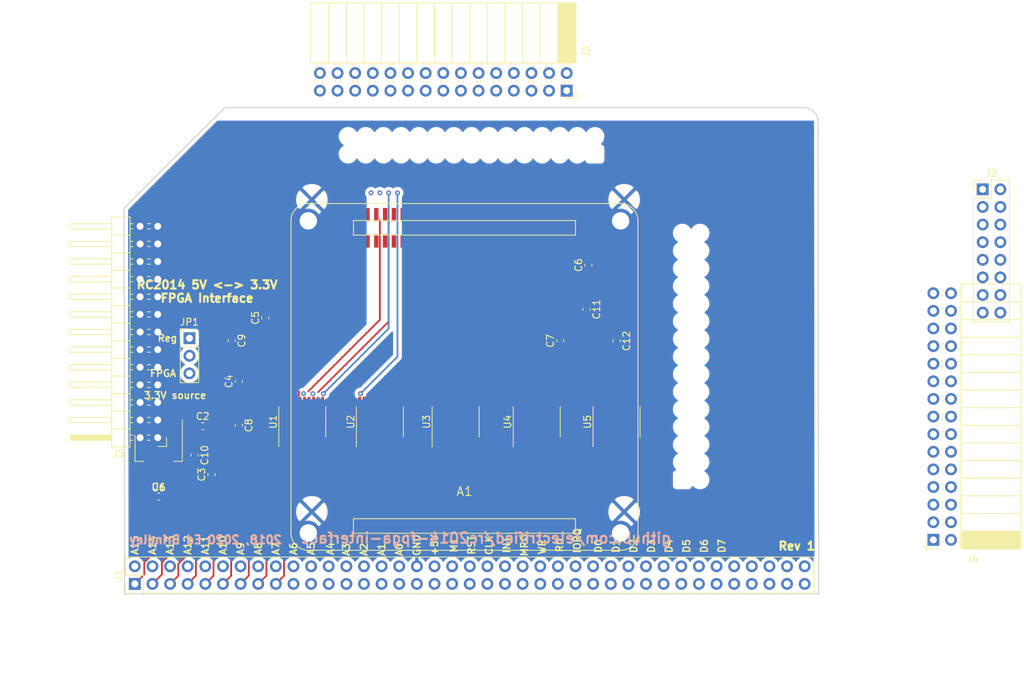
<source format=kicad_pcb>
(kicad_pcb (version 20171130) (host pcbnew 5.1.6)

  (general
    (thickness 1.6)
    (drawings 51)
    (tracks 68)
    (zones 0)
    (modules 25)
    (nets 103)
  )

  (page A4)
  (title_block
    (title "RC2014 FPGA Interface")
    (date 2020-09-27)
    (rev 1)
  )

  (layers
    (0 F.Cu signal)
    (31 B.Cu signal)
    (34 B.Paste user)
    (35 F.Paste user)
    (36 B.SilkS user)
    (37 F.SilkS user)
    (38 B.Mask user)
    (39 F.Mask user)
    (40 Dwgs.User user)
    (41 Cmts.User user)
    (42 Eco1.User user)
    (43 Eco2.User user)
    (44 Edge.Cuts user)
    (45 Margin user)
    (46 B.CrtYd user)
    (47 F.CrtYd user)
  )

  (setup
    (last_trace_width 0.254)
    (user_trace_width 0.381)
    (user_trace_width 0.635)
    (trace_clearance 0.2)
    (zone_clearance 0.508)
    (zone_45_only no)
    (trace_min 0.1524)
    (via_size 0.6858)
    (via_drill 0.3302)
    (via_min_size 0.6858)
    (via_min_drill 0.3302)
    (uvia_size 0.762)
    (uvia_drill 0.508)
    (uvias_allowed no)
    (uvia_min_size 0)
    (uvia_min_drill 0)
    (edge_width 0.15)
    (segment_width 0.2)
    (pcb_text_width 0.3)
    (pcb_text_size 1.2 1.2)
    (mod_edge_width 0.15)
    (mod_text_size 1 1)
    (mod_text_width 0.15)
    (pad_size 1.7 1.7)
    (pad_drill 1)
    (pad_to_mask_clearance 0.2)
    (aux_axis_origin 0 0)
    (visible_elements FFFFFF7F)
    (pcbplotparams
      (layerselection 0x010f0_80000001)
      (usegerberextensions true)
      (usegerberattributes false)
      (usegerberadvancedattributes false)
      (creategerberjobfile false)
      (excludeedgelayer true)
      (linewidth 0.100000)
      (plotframeref false)
      (viasonmask false)
      (mode 1)
      (useauxorigin false)
      (hpglpennumber 1)
      (hpglpenspeed 20)
      (hpglpendiameter 15.000000)
      (psnegative false)
      (psa4output false)
      (plotreference true)
      (plotvalue false)
      (plotinvisibletext false)
      (padsonsilk false)
      (subtractmaskfromsilk false)
      (outputformat 1)
      (mirror false)
      (drillshape 0)
      (scaleselection 1)
      (outputdirectory "gerbers/"))
  )

  (net 0 "")
  (net 1 GND)
  (net 2 /A15)
  (net 3 /A14)
  (net 4 /A6)
  (net 5 /A7)
  (net 6 /A13)
  (net 7 /A12)
  (net 8 /A11)
  (net 9 /A10)
  (net 10 /A9)
  (net 11 /A8)
  (net 12 +3V3)
  (net 13 +5V)
  (net 14 "Net-(C2-Pad1)")
  (net 15 /A14LV)
  (net 16 /A12LV)
  (net 17 /A10LV)
  (net 18 /A8LV)
  (net 19 /A6LV)
  (net 20 /A15LV)
  (net 21 /A5)
  (net 22 /A4)
  (net 23 /A3)
  (net 24 /A2)
  (net 25 /A1)
  (net 26 /A0)
  (net 27 /M1)
  (net 28 //RESET)
  (net 29 /CLK)
  (net 30 /INT)
  (net 31 /MREQ)
  (net 32 //WR)
  (net 33 //RD)
  (net 34 //IORQ)
  (net 35 /D0)
  (net 36 /D1)
  (net 37 /D2)
  (net 38 /D3)
  (net 39 /D4)
  (net 40 /D5)
  (net 41 /D6)
  (net 42 /D7)
  (net 43 /TX)
  (net 44 /RX)
  (net 45 /FPGA_VCC)
  (net 46 /RC_OE)
  (net 47 "Net-(J5-Pad2)")
  (net 48 /P16)
  (net 49 /P17)
  (net 50 /P20)
  (net 51 /P21)
  (net 52 /P32)
  (net 53 /P33)
  (net 54 /P36)
  (net 55 /P37)
  (net 56 /P40)
  (net 57 /P41)
  (net 58 /P44)
  (net 59 /P45)
  (net 60 /P18)
  (net 61 /P19)
  (net 62 /P22)
  (net 63 /P23)
  (net 64 /P34)
  (net 65 /P35)
  (net 66 /P38)
  (net 67 /P39)
  (net 68 /P42)
  (net 69 /P43)
  (net 70 /P46)
  (net 71 /P47)
  (net 72 /SWDIO)
  (net 73 /SWCLK)
  (net 74 /~RESET)
  (net 75 /AN5)
  (net 76 /AN6)
  (net 77 /AN7)
  (net 78 /AN8)
  (net 79 /AN9)
  (net 80 /AN11)
  (net 81 /AN13)
  (net 82 /~ESS)
  (net 83 /ESCK)
  (net 84 /EMISO)
  (net 85 /EMOSI)
  (net 86 /SCL)
  (net 87 /SDA)
  (net 88 /TMS)
  (net 89 /TDO)
  (net 90 /TDI)
  (net 91 /TCK)
  (net 92 /AN10)
  (net 93 /AN12)
  (net 94 /AN14)
  (net 95 /P48)
  (net 96 /P49)
  (net 97 /P50)
  (net 98 /P51)
  (net 99 /P52)
  (net 100 /P53)
  (net 101 /P54)
  (net 102 /P55)

  (net_class Default "This is the default net class."
    (clearance 0.2)
    (trace_width 0.254)
    (via_dia 0.6858)
    (via_drill 0.3302)
    (uvia_dia 0.762)
    (uvia_drill 0.508)
    (add_net +3V3)
    (add_net +5V)
    (add_net //IORQ)
    (add_net //RD)
    (add_net //RESET)
    (add_net //WR)
    (add_net /A0)
    (add_net /A1)
    (add_net /A10)
    (add_net /A10LV)
    (add_net /A11)
    (add_net /A12)
    (add_net /A12LV)
    (add_net /A13)
    (add_net /A14)
    (add_net /A14LV)
    (add_net /A15)
    (add_net /A15LV)
    (add_net /A2)
    (add_net /A3)
    (add_net /A4)
    (add_net /A5)
    (add_net /A6)
    (add_net /A6LV)
    (add_net /A7)
    (add_net /A8)
    (add_net /A8LV)
    (add_net /A9)
    (add_net /AN10)
    (add_net /AN11)
    (add_net /AN12)
    (add_net /AN13)
    (add_net /AN14)
    (add_net /AN5)
    (add_net /AN6)
    (add_net /AN7)
    (add_net /AN8)
    (add_net /AN9)
    (add_net /CLK)
    (add_net /D0)
    (add_net /D1)
    (add_net /D2)
    (add_net /D3)
    (add_net /D4)
    (add_net /D5)
    (add_net /D6)
    (add_net /D7)
    (add_net /EMISO)
    (add_net /EMOSI)
    (add_net /ESCK)
    (add_net /FPGA_VCC)
    (add_net /INT)
    (add_net /M1)
    (add_net /MREQ)
    (add_net /P16)
    (add_net /P17)
    (add_net /P18)
    (add_net /P19)
    (add_net /P20)
    (add_net /P21)
    (add_net /P22)
    (add_net /P23)
    (add_net /P32)
    (add_net /P33)
    (add_net /P34)
    (add_net /P35)
    (add_net /P36)
    (add_net /P37)
    (add_net /P38)
    (add_net /P39)
    (add_net /P40)
    (add_net /P41)
    (add_net /P42)
    (add_net /P43)
    (add_net /P44)
    (add_net /P45)
    (add_net /P46)
    (add_net /P47)
    (add_net /P48)
    (add_net /P49)
    (add_net /P50)
    (add_net /P51)
    (add_net /P52)
    (add_net /P53)
    (add_net /P54)
    (add_net /P55)
    (add_net /RC_OE)
    (add_net /RX)
    (add_net /SCL)
    (add_net /SDA)
    (add_net /SWCLK)
    (add_net /SWDIO)
    (add_net /TCK)
    (add_net /TDI)
    (add_net /TDO)
    (add_net /TMS)
    (add_net /TX)
    (add_net /~ESS)
    (add_net /~RESET)
    (add_net "Net-(C2-Pad1)")
    (add_net "Net-(J5-Pad2)")
  )

  (net_class IO ""
    (clearance 0.2)
    (trace_width 0.254)
    (via_dia 0.6858)
    (via_drill 0.3302)
    (uvia_dia 0.762)
    (uvia_drill 0.508)
  )

  (net_class gnd ""
    (clearance 0.2)
    (trace_width 1.27)
    (via_dia 0.6858)
    (via_drill 0.3302)
    (uvia_dia 0.762)
    (uvia_drill 0.508)
    (add_net GND)
  )

  (net_class vcc ""
    (clearance 0.2)
    (trace_width 1.27)
    (via_dia 0.6858)
    (via_drill 0.3302)
    (uvia_dia 0.762)
    (uvia_drill 0.508)
  )

  (module Connector_PinHeader_2.54mm:PinHeader_2x08_P2.54mm_Vertical (layer F.Cu) (tedit 59FED5CC) (tstamp 5F6819C5)
    (at 184.15 106.172)
    (descr "Through hole straight pin header, 2x08, 2.54mm pitch, double rows")
    (tags "Through hole pin header THT 2x08 2.54mm double row")
    (path /59BEE62C)
    (fp_text reference J2 (at 1.27 -2.33) (layer F.SilkS)
      (effects (font (size 1 1) (thickness 0.15)))
    )
    (fp_text value Config (at 1.27 20.11) (layer F.Fab)
      (effects (font (size 1 1) (thickness 0.15)))
    )
    (fp_line (start 0 -1.27) (end 3.81 -1.27) (layer F.Fab) (width 0.1))
    (fp_line (start 3.81 -1.27) (end 3.81 19.05) (layer F.Fab) (width 0.1))
    (fp_line (start 3.81 19.05) (end -1.27 19.05) (layer F.Fab) (width 0.1))
    (fp_line (start -1.27 19.05) (end -1.27 0) (layer F.Fab) (width 0.1))
    (fp_line (start -1.27 0) (end 0 -1.27) (layer F.Fab) (width 0.1))
    (fp_line (start -1.33 19.11) (end 3.87 19.11) (layer F.SilkS) (width 0.12))
    (fp_line (start -1.33 1.27) (end -1.33 19.11) (layer F.SilkS) (width 0.12))
    (fp_line (start 3.87 -1.33) (end 3.87 19.11) (layer F.SilkS) (width 0.12))
    (fp_line (start -1.33 1.27) (end 1.27 1.27) (layer F.SilkS) (width 0.12))
    (fp_line (start 1.27 1.27) (end 1.27 -1.33) (layer F.SilkS) (width 0.12))
    (fp_line (start 1.27 -1.33) (end 3.87 -1.33) (layer F.SilkS) (width 0.12))
    (fp_line (start -1.33 0) (end -1.33 -1.33) (layer F.SilkS) (width 0.12))
    (fp_line (start -1.33 -1.33) (end 0 -1.33) (layer F.SilkS) (width 0.12))
    (fp_line (start -1.8 -1.8) (end -1.8 19.55) (layer F.CrtYd) (width 0.05))
    (fp_line (start -1.8 19.55) (end 4.35 19.55) (layer F.CrtYd) (width 0.05))
    (fp_line (start 4.35 19.55) (end 4.35 -1.8) (layer F.CrtYd) (width 0.05))
    (fp_line (start 4.35 -1.8) (end -1.8 -1.8) (layer F.CrtYd) (width 0.05))
    (fp_text user %R (at 1.27 8.89 90) (layer F.Fab)
      (effects (font (size 1 1) (thickness 0.15)))
    )
    (pad 1 thru_hole rect (at 0 0) (size 1.7 1.7) (drill 1) (layers *.Cu *.Mask))
    (pad 2 thru_hole oval (at 2.54 0) (size 1.7 1.7) (drill 1) (layers *.Cu *.Mask))
    (pad 3 thru_hole oval (at 0 2.54) (size 1.7 1.7) (drill 1) (layers *.Cu *.Mask))
    (pad 4 thru_hole oval (at 2.54 2.54) (size 1.7 1.7) (drill 1) (layers *.Cu *.Mask))
    (pad 5 thru_hole oval (at 0 5.08) (size 1.7 1.7) (drill 1) (layers *.Cu *.Mask))
    (pad 6 thru_hole oval (at 2.54 5.08) (size 1.7 1.7) (drill 1) (layers *.Cu *.Mask))
    (pad 7 thru_hole oval (at 0 7.62) (size 1.7 1.7) (drill 1) (layers *.Cu *.Mask))
    (pad 8 thru_hole oval (at 2.54 7.62) (size 1.7 1.7) (drill 1) (layers *.Cu *.Mask))
    (pad 9 thru_hole oval (at 0 10.16) (size 1.7 1.7) (drill 1) (layers *.Cu *.Mask))
    (pad 10 thru_hole oval (at 2.54 10.16) (size 1.7 1.7) (drill 1) (layers *.Cu *.Mask)
      (net 1 GND))
    (pad 11 thru_hole oval (at 0 12.7) (size 1.7 1.7) (drill 1) (layers *.Cu *.Mask))
    (pad 12 thru_hole oval (at 2.54 12.7) (size 1.7 1.7) (drill 1) (layers *.Cu *.Mask)
      (net 1 GND))
    (pad 13 thru_hole oval (at 0 15.24) (size 1.7 1.7) (drill 1) (layers *.Cu *.Mask))
    (pad 14 thru_hole oval (at 2.54 15.24) (size 1.7 1.7) (drill 1) (layers *.Cu *.Mask)
      (net 1 GND))
    (pad 15 thru_hole oval (at 0 17.78) (size 1.7 1.7) (drill 1) (layers *.Cu *.Mask))
    (pad 16 thru_hole oval (at 2.54 17.78) (size 1.7 1.7) (drill 1) (layers *.Cu *.Mask)
      (net 1 GND))
    (model ${KISYS3DMOD}/Connector_PinHeader_2.54mm.3dshapes/PinHeader_2x08_P2.54mm_Vertical.wrl
      (at (xyz 0 0 0))
      (scale (xyz 1 1 1))
      (rotate (xyz 0 0 0))
    )
  )

  (module Connector_PinHeader_2.54mm:PinHeader_2x39_P2.54mm_Vertical (layer F.Cu) (tedit 59FED5CC) (tstamp 5F681BE1)
    (at 61.976 163.068 90)
    (descr "Through hole straight pin header, 2x39, 2.54mm pitch, double rows")
    (tags "Through hole pin header THT 2x39 2.54mm double row")
    (path /5F69F87E)
    (fp_text reference J1 (at 1.27 -2.33 90) (layer F.SilkS)
      (effects (font (size 1 1) (thickness 0.15)))
    )
    (fp_text value Conn_02x40_Top_Bottom (at 1.27 98.85 90) (layer F.Fab)
      (effects (font (size 1 1) (thickness 0.15)))
    )
    (fp_line (start 0 -1.27) (end 3.81 -1.27) (layer F.Fab) (width 0.1))
    (fp_line (start 3.81 -1.27) (end 3.81 97.79) (layer F.Fab) (width 0.1))
    (fp_line (start 3.81 97.79) (end -1.27 97.79) (layer F.Fab) (width 0.1))
    (fp_line (start -1.27 97.79) (end -1.27 0) (layer F.Fab) (width 0.1))
    (fp_line (start -1.27 0) (end 0 -1.27) (layer F.Fab) (width 0.1))
    (fp_line (start -1.33 97.85) (end 3.87 97.85) (layer F.SilkS) (width 0.12))
    (fp_line (start -1.33 1.27) (end -1.33 97.85) (layer F.SilkS) (width 0.12))
    (fp_line (start 3.87 -1.33) (end 3.87 97.85) (layer F.SilkS) (width 0.12))
    (fp_line (start -1.33 1.27) (end 1.27 1.27) (layer F.SilkS) (width 0.12))
    (fp_line (start 1.27 1.27) (end 1.27 -1.33) (layer F.SilkS) (width 0.12))
    (fp_line (start 1.27 -1.33) (end 3.87 -1.33) (layer F.SilkS) (width 0.12))
    (fp_line (start -1.33 0) (end -1.33 -1.33) (layer F.SilkS) (width 0.12))
    (fp_line (start -1.33 -1.33) (end 0 -1.33) (layer F.SilkS) (width 0.12))
    (fp_line (start -1.8 -1.8) (end -1.8 98.3) (layer F.CrtYd) (width 0.05))
    (fp_line (start -1.8 98.3) (end 4.35 98.3) (layer F.CrtYd) (width 0.05))
    (fp_line (start 4.35 98.3) (end 4.35 -1.8) (layer F.CrtYd) (width 0.05))
    (fp_line (start 4.35 -1.8) (end -1.8 -1.8) (layer F.CrtYd) (width 0.05))
    (fp_text user %R (at 1.27 48.26) (layer F.Fab)
      (effects (font (size 1 1) (thickness 0.15)))
    )
    (pad 1 thru_hole rect (at 0 0 90) (size 1.7 1.7) (drill 1) (layers *.Cu *.Mask)
      (net 2 /A15))
    (pad 2 thru_hole oval (at 2.54 0 90) (size 1.7 1.7) (drill 1) (layers *.Cu *.Mask))
    (pad 3 thru_hole oval (at 0 2.54 90) (size 1.7 1.7) (drill 1) (layers *.Cu *.Mask)
      (net 3 /A14))
    (pad 4 thru_hole oval (at 2.54 2.54 90) (size 1.7 1.7) (drill 1) (layers *.Cu *.Mask))
    (pad 5 thru_hole oval (at 0 5.08 90) (size 1.7 1.7) (drill 1) (layers *.Cu *.Mask)
      (net 6 /A13))
    (pad 6 thru_hole oval (at 2.54 5.08 90) (size 1.7 1.7) (drill 1) (layers *.Cu *.Mask))
    (pad 7 thru_hole oval (at 0 7.62 90) (size 1.7 1.7) (drill 1) (layers *.Cu *.Mask)
      (net 7 /A12))
    (pad 8 thru_hole oval (at 2.54 7.62 90) (size 1.7 1.7) (drill 1) (layers *.Cu *.Mask))
    (pad 9 thru_hole oval (at 0 10.16 90) (size 1.7 1.7) (drill 1) (layers *.Cu *.Mask)
      (net 8 /A11))
    (pad 10 thru_hole oval (at 2.54 10.16 90) (size 1.7 1.7) (drill 1) (layers *.Cu *.Mask))
    (pad 11 thru_hole oval (at 0 12.7 90) (size 1.7 1.7) (drill 1) (layers *.Cu *.Mask)
      (net 9 /A10))
    (pad 12 thru_hole oval (at 2.54 12.7 90) (size 1.7 1.7) (drill 1) (layers *.Cu *.Mask))
    (pad 13 thru_hole oval (at 0 15.24 90) (size 1.7 1.7) (drill 1) (layers *.Cu *.Mask)
      (net 10 /A9))
    (pad 14 thru_hole oval (at 2.54 15.24 90) (size 1.7 1.7) (drill 1) (layers *.Cu *.Mask))
    (pad 15 thru_hole oval (at 0 17.78 90) (size 1.7 1.7) (drill 1) (layers *.Cu *.Mask)
      (net 11 /A8))
    (pad 16 thru_hole oval (at 2.54 17.78 90) (size 1.7 1.7) (drill 1) (layers *.Cu *.Mask))
    (pad 17 thru_hole oval (at 0 20.32 90) (size 1.7 1.7) (drill 1) (layers *.Cu *.Mask)
      (net 5 /A7))
    (pad 18 thru_hole oval (at 2.54 20.32 90) (size 1.7 1.7) (drill 1) (layers *.Cu *.Mask))
    (pad 19 thru_hole oval (at 0 22.86 90) (size 1.7 1.7) (drill 1) (layers *.Cu *.Mask)
      (net 4 /A6))
    (pad 20 thru_hole oval (at 2.54 22.86 90) (size 1.7 1.7) (drill 1) (layers *.Cu *.Mask))
    (pad 21 thru_hole oval (at 0 25.4 90) (size 1.7 1.7) (drill 1) (layers *.Cu *.Mask)
      (net 21 /A5))
    (pad 22 thru_hole oval (at 2.54 25.4 90) (size 1.7 1.7) (drill 1) (layers *.Cu *.Mask))
    (pad 23 thru_hole oval (at 0 27.94 90) (size 1.7 1.7) (drill 1) (layers *.Cu *.Mask)
      (net 22 /A4))
    (pad 24 thru_hole oval (at 2.54 27.94 90) (size 1.7 1.7) (drill 1) (layers *.Cu *.Mask))
    (pad 25 thru_hole oval (at 0 30.48 90) (size 1.7 1.7) (drill 1) (layers *.Cu *.Mask)
      (net 23 /A3))
    (pad 26 thru_hole oval (at 2.54 30.48 90) (size 1.7 1.7) (drill 1) (layers *.Cu *.Mask))
    (pad 27 thru_hole oval (at 0 33.02 90) (size 1.7 1.7) (drill 1) (layers *.Cu *.Mask)
      (net 24 /A2))
    (pad 28 thru_hole oval (at 2.54 33.02 90) (size 1.7 1.7) (drill 1) (layers *.Cu *.Mask))
    (pad 29 thru_hole oval (at 0 35.56 90) (size 1.7 1.7) (drill 1) (layers *.Cu *.Mask)
      (net 25 /A1))
    (pad 30 thru_hole oval (at 2.54 35.56 90) (size 1.7 1.7) (drill 1) (layers *.Cu *.Mask))
    (pad 31 thru_hole oval (at 0 38.1 90) (size 1.7 1.7) (drill 1) (layers *.Cu *.Mask)
      (net 26 /A0))
    (pad 32 thru_hole oval (at 2.54 38.1 90) (size 1.7 1.7) (drill 1) (layers *.Cu *.Mask))
    (pad 33 thru_hole oval (at 0 40.64 90) (size 1.7 1.7) (drill 1) (layers *.Cu *.Mask))
    (pad 34 thru_hole oval (at 2.54 40.64 90) (size 1.7 1.7) (drill 1) (layers *.Cu *.Mask)
      (net 1 GND))
    (pad 35 thru_hole oval (at 0 43.18 90) (size 1.7 1.7) (drill 1) (layers *.Cu *.Mask)
      (net 13 +5V))
    (pad 36 thru_hole oval (at 2.54 43.18 90) (size 1.7 1.7) (drill 1) (layers *.Cu *.Mask)
      (net 13 +5V))
    (pad 37 thru_hole oval (at 0 45.72 90) (size 1.7 1.7) (drill 1) (layers *.Cu *.Mask)
      (net 27 /M1))
    (pad 38 thru_hole oval (at 2.54 45.72 90) (size 1.7 1.7) (drill 1) (layers *.Cu *.Mask))
    (pad 39 thru_hole oval (at 0 48.26 90) (size 1.7 1.7) (drill 1) (layers *.Cu *.Mask)
      (net 28 //RESET))
    (pad 40 thru_hole oval (at 2.54 48.26 90) (size 1.7 1.7) (drill 1) (layers *.Cu *.Mask))
    (pad 41 thru_hole oval (at 0 50.8 90) (size 1.7 1.7) (drill 1) (layers *.Cu *.Mask)
      (net 29 /CLK))
    (pad 42 thru_hole oval (at 2.54 50.8 90) (size 1.7 1.7) (drill 1) (layers *.Cu *.Mask))
    (pad 43 thru_hole oval (at 0 53.34 90) (size 1.7 1.7) (drill 1) (layers *.Cu *.Mask)
      (net 30 /INT))
    (pad 44 thru_hole oval (at 2.54 53.34 90) (size 1.7 1.7) (drill 1) (layers *.Cu *.Mask))
    (pad 45 thru_hole oval (at 0 55.88 90) (size 1.7 1.7) (drill 1) (layers *.Cu *.Mask)
      (net 31 /MREQ))
    (pad 46 thru_hole oval (at 2.54 55.88 90) (size 1.7 1.7) (drill 1) (layers *.Cu *.Mask))
    (pad 47 thru_hole oval (at 0 58.42 90) (size 1.7 1.7) (drill 1) (layers *.Cu *.Mask)
      (net 32 //WR))
    (pad 48 thru_hole oval (at 2.54 58.42 90) (size 1.7 1.7) (drill 1) (layers *.Cu *.Mask))
    (pad 49 thru_hole oval (at 0 60.96 90) (size 1.7 1.7) (drill 1) (layers *.Cu *.Mask)
      (net 33 //RD))
    (pad 50 thru_hole oval (at 2.54 60.96 90) (size 1.7 1.7) (drill 1) (layers *.Cu *.Mask))
    (pad 51 thru_hole oval (at 0 63.5 90) (size 1.7 1.7) (drill 1) (layers *.Cu *.Mask)
      (net 34 //IORQ))
    (pad 52 thru_hole oval (at 2.54 63.5 90) (size 1.7 1.7) (drill 1) (layers *.Cu *.Mask))
    (pad 53 thru_hole oval (at 0 66.04 90) (size 1.7 1.7) (drill 1) (layers *.Cu *.Mask)
      (net 35 /D0))
    (pad 54 thru_hole oval (at 2.54 66.04 90) (size 1.7 1.7) (drill 1) (layers *.Cu *.Mask))
    (pad 55 thru_hole oval (at 0 68.58 90) (size 1.7 1.7) (drill 1) (layers *.Cu *.Mask)
      (net 36 /D1))
    (pad 56 thru_hole oval (at 2.54 68.58 90) (size 1.7 1.7) (drill 1) (layers *.Cu *.Mask))
    (pad 57 thru_hole oval (at 0 71.12 90) (size 1.7 1.7) (drill 1) (layers *.Cu *.Mask)
      (net 37 /D2))
    (pad 58 thru_hole oval (at 2.54 71.12 90) (size 1.7 1.7) (drill 1) (layers *.Cu *.Mask))
    (pad 59 thru_hole oval (at 0 73.66 90) (size 1.7 1.7) (drill 1) (layers *.Cu *.Mask)
      (net 38 /D3))
    (pad 60 thru_hole oval (at 2.54 73.66 90) (size 1.7 1.7) (drill 1) (layers *.Cu *.Mask))
    (pad 61 thru_hole oval (at 0 76.2 90) (size 1.7 1.7) (drill 1) (layers *.Cu *.Mask)
      (net 39 /D4))
    (pad 62 thru_hole oval (at 2.54 76.2 90) (size 1.7 1.7) (drill 1) (layers *.Cu *.Mask))
    (pad 63 thru_hole oval (at 0 78.74 90) (size 1.7 1.7) (drill 1) (layers *.Cu *.Mask)
      (net 40 /D5))
    (pad 64 thru_hole oval (at 2.54 78.74 90) (size 1.7 1.7) (drill 1) (layers *.Cu *.Mask))
    (pad 65 thru_hole oval (at 0 81.28 90) (size 1.7 1.7) (drill 1) (layers *.Cu *.Mask)
      (net 41 /D6))
    (pad 66 thru_hole oval (at 2.54 81.28 90) (size 1.7 1.7) (drill 1) (layers *.Cu *.Mask))
    (pad 67 thru_hole oval (at 0 83.82 90) (size 1.7 1.7) (drill 1) (layers *.Cu *.Mask)
      (net 42 /D7))
    (pad 68 thru_hole oval (at 2.54 83.82 90) (size 1.7 1.7) (drill 1) (layers *.Cu *.Mask))
    (pad 69 thru_hole oval (at 0 86.36 90) (size 1.7 1.7) (drill 1) (layers *.Cu *.Mask)
      (net 43 /TX))
    (pad 70 thru_hole oval (at 2.54 86.36 90) (size 1.7 1.7) (drill 1) (layers *.Cu *.Mask))
    (pad 71 thru_hole oval (at 0 88.9 90) (size 1.7 1.7) (drill 1) (layers *.Cu *.Mask)
      (net 44 /RX))
    (pad 72 thru_hole oval (at 2.54 88.9 90) (size 1.7 1.7) (drill 1) (layers *.Cu *.Mask))
    (pad 73 thru_hole oval (at 0 91.44 90) (size 1.7 1.7) (drill 1) (layers *.Cu *.Mask))
    (pad 74 thru_hole oval (at 2.54 91.44 90) (size 1.7 1.7) (drill 1) (layers *.Cu *.Mask))
    (pad 75 thru_hole oval (at 0 93.98 90) (size 1.7 1.7) (drill 1) (layers *.Cu *.Mask))
    (pad 76 thru_hole oval (at 2.54 93.98 90) (size 1.7 1.7) (drill 1) (layers *.Cu *.Mask))
    (pad 77 thru_hole oval (at 0 96.52 90) (size 1.7 1.7) (drill 1) (layers *.Cu *.Mask))
    (pad 78 thru_hole oval (at 2.54 96.52 90) (size 1.7 1.7) (drill 1) (layers *.Cu *.Mask))
    (model ${KISYS3DMOD}/Connector_PinHeader_2.54mm.3dshapes/PinHeader_2x39_P2.54mm_Vertical.wrl
      (at (xyz 0 0 0))
      (scale (xyz 1 1 1))
      (rotate (xyz 0 0 0))
    )
  )

  (module Package_SO:TSSOP-20_4.4x6.5mm_P0.65mm (layer F.Cu) (tedit 5E476F32) (tstamp 5F681F10)
    (at 119.888 139.7 90)
    (descr "TSSOP, 20 Pin (JEDEC MO-153 Var AC https://www.jedec.org/document_search?search_api_views_fulltext=MO-153), generated with kicad-footprint-generator ipc_gullwing_generator.py")
    (tags "TSSOP SO")
    (path /5FB6E7AA)
    (attr smd)
    (fp_text reference U4 (at 0 -4.2 90) (layer F.SilkS)
      (effects (font (size 1 1) (thickness 0.15)))
    )
    (fp_text value SN74CB3T3245 (at 0 4.2 90) (layer F.Fab)
      (effects (font (size 1 1) (thickness 0.15)))
    )
    (fp_line (start 3.85 -3.5) (end -3.85 -3.5) (layer F.CrtYd) (width 0.05))
    (fp_line (start 3.85 3.5) (end 3.85 -3.5) (layer F.CrtYd) (width 0.05))
    (fp_line (start -3.85 3.5) (end 3.85 3.5) (layer F.CrtYd) (width 0.05))
    (fp_line (start -3.85 -3.5) (end -3.85 3.5) (layer F.CrtYd) (width 0.05))
    (fp_line (start -2.2 -2.25) (end -1.2 -3.25) (layer F.Fab) (width 0.1))
    (fp_line (start -2.2 3.25) (end -2.2 -2.25) (layer F.Fab) (width 0.1))
    (fp_line (start 2.2 3.25) (end -2.2 3.25) (layer F.Fab) (width 0.1))
    (fp_line (start 2.2 -3.25) (end 2.2 3.25) (layer F.Fab) (width 0.1))
    (fp_line (start -1.2 -3.25) (end 2.2 -3.25) (layer F.Fab) (width 0.1))
    (fp_line (start 0 -3.385) (end -3.6 -3.385) (layer F.SilkS) (width 0.12))
    (fp_line (start 0 -3.385) (end 2.2 -3.385) (layer F.SilkS) (width 0.12))
    (fp_line (start 0 3.385) (end -2.2 3.385) (layer F.SilkS) (width 0.12))
    (fp_line (start 0 3.385) (end 2.2 3.385) (layer F.SilkS) (width 0.12))
    (fp_text user %R (at 0 0 90) (layer F.Fab)
      (effects (font (size 1 1) (thickness 0.15)))
    )
    (pad 20 smd roundrect (at 2.8625 -2.925 90) (size 1.475 0.4) (layers F.Cu F.Paste F.Mask) (roundrect_rratio 0.25)
      (net 12 +3V3))
    (pad 19 smd roundrect (at 2.8625 -2.275 90) (size 1.475 0.4) (layers F.Cu F.Paste F.Mask) (roundrect_rratio 0.25)
      (net 46 /RC_OE))
    (pad 18 smd roundrect (at 2.8625 -1.625 90) (size 1.475 0.4) (layers F.Cu F.Paste F.Mask) (roundrect_rratio 0.25))
    (pad 17 smd roundrect (at 2.8625 -0.975 90) (size 1.475 0.4) (layers F.Cu F.Paste F.Mask) (roundrect_rratio 0.25))
    (pad 16 smd roundrect (at 2.8625 -0.325 90) (size 1.475 0.4) (layers F.Cu F.Paste F.Mask) (roundrect_rratio 0.25))
    (pad 15 smd roundrect (at 2.8625 0.325 90) (size 1.475 0.4) (layers F.Cu F.Paste F.Mask) (roundrect_rratio 0.25))
    (pad 14 smd roundrect (at 2.8625 0.975 90) (size 1.475 0.4) (layers F.Cu F.Paste F.Mask) (roundrect_rratio 0.25))
    (pad 13 smd roundrect (at 2.8625 1.625 90) (size 1.475 0.4) (layers F.Cu F.Paste F.Mask) (roundrect_rratio 0.25))
    (pad 12 smd roundrect (at 2.8625 2.275 90) (size 1.475 0.4) (layers F.Cu F.Paste F.Mask) (roundrect_rratio 0.25))
    (pad 11 smd roundrect (at 2.8625 2.925 90) (size 1.475 0.4) (layers F.Cu F.Paste F.Mask) (roundrect_rratio 0.25))
    (pad 10 smd roundrect (at -2.8625 2.925 90) (size 1.475 0.4) (layers F.Cu F.Paste F.Mask) (roundrect_rratio 0.25)
      (net 1 GND))
    (pad 9 smd roundrect (at -2.8625 2.275 90) (size 1.475 0.4) (layers F.Cu F.Paste F.Mask) (roundrect_rratio 0.25)
      (net 30 /INT))
    (pad 8 smd roundrect (at -2.8625 1.625 90) (size 1.475 0.4) (layers F.Cu F.Paste F.Mask) (roundrect_rratio 0.25)
      (net 29 /CLK))
    (pad 7 smd roundrect (at -2.8625 0.975 90) (size 1.475 0.4) (layers F.Cu F.Paste F.Mask) (roundrect_rratio 0.25)
      (net 28 //RESET))
    (pad 6 smd roundrect (at -2.8625 0.325 90) (size 1.475 0.4) (layers F.Cu F.Paste F.Mask) (roundrect_rratio 0.25))
    (pad 5 smd roundrect (at -2.8625 -0.325 90) (size 1.475 0.4) (layers F.Cu F.Paste F.Mask) (roundrect_rratio 0.25))
    (pad 4 smd roundrect (at -2.8625 -0.975 90) (size 1.475 0.4) (layers F.Cu F.Paste F.Mask) (roundrect_rratio 0.25))
    (pad 3 smd roundrect (at -2.8625 -1.625 90) (size 1.475 0.4) (layers F.Cu F.Paste F.Mask) (roundrect_rratio 0.25))
    (pad 2 smd roundrect (at -2.8625 -2.275 90) (size 1.475 0.4) (layers F.Cu F.Paste F.Mask) (roundrect_rratio 0.25))
    (pad 1 smd roundrect (at -2.8625 -2.925 90) (size 1.475 0.4) (layers F.Cu F.Paste F.Mask) (roundrect_rratio 0.25))
    (model ${KISYS3DMOD}/Package_SO.3dshapes/TSSOP-20_4.4x6.5mm_P0.65mm.wrl
      (at (xyz 0 0 0))
      (scale (xyz 1 1 1))
      (rotate (xyz 0 0 0))
    )
  )

  (module Package_SO:TSSOP-20_4.4x6.5mm_P0.65mm (layer F.Cu) (tedit 5E476F32) (tstamp 5F681F36)
    (at 108.204 139.7 90)
    (descr "TSSOP, 20 Pin (JEDEC MO-153 Var AC https://www.jedec.org/document_search?search_api_views_fulltext=MO-153), generated with kicad-footprint-generator ipc_gullwing_generator.py")
    (tags "TSSOP SO")
    (path /5F9B816C)
    (attr smd)
    (fp_text reference U3 (at 0 -4.2 90) (layer F.SilkS)
      (effects (font (size 1 1) (thickness 0.15)))
    )
    (fp_text value SN74CB3T3245 (at 0 4.2 90) (layer F.Fab)
      (effects (font (size 1 1) (thickness 0.15)))
    )
    (fp_line (start 0 3.385) (end 2.2 3.385) (layer F.SilkS) (width 0.12))
    (fp_line (start 0 3.385) (end -2.2 3.385) (layer F.SilkS) (width 0.12))
    (fp_line (start 0 -3.385) (end 2.2 -3.385) (layer F.SilkS) (width 0.12))
    (fp_line (start 0 -3.385) (end -3.6 -3.385) (layer F.SilkS) (width 0.12))
    (fp_line (start -1.2 -3.25) (end 2.2 -3.25) (layer F.Fab) (width 0.1))
    (fp_line (start 2.2 -3.25) (end 2.2 3.25) (layer F.Fab) (width 0.1))
    (fp_line (start 2.2 3.25) (end -2.2 3.25) (layer F.Fab) (width 0.1))
    (fp_line (start -2.2 3.25) (end -2.2 -2.25) (layer F.Fab) (width 0.1))
    (fp_line (start -2.2 -2.25) (end -1.2 -3.25) (layer F.Fab) (width 0.1))
    (fp_line (start -3.85 -3.5) (end -3.85 3.5) (layer F.CrtYd) (width 0.05))
    (fp_line (start -3.85 3.5) (end 3.85 3.5) (layer F.CrtYd) (width 0.05))
    (fp_line (start 3.85 3.5) (end 3.85 -3.5) (layer F.CrtYd) (width 0.05))
    (fp_line (start 3.85 -3.5) (end -3.85 -3.5) (layer F.CrtYd) (width 0.05))
    (fp_text user %R (at 0 0 90) (layer F.Fab)
      (effects (font (size 1 1) (thickness 0.15)))
    )
    (pad 1 smd roundrect (at -2.8625 -2.925 90) (size 1.475 0.4) (layers F.Cu F.Paste F.Mask) (roundrect_rratio 0.25))
    (pad 2 smd roundrect (at -2.8625 -2.275 90) (size 1.475 0.4) (layers F.Cu F.Paste F.Mask) (roundrect_rratio 0.25))
    (pad 3 smd roundrect (at -2.8625 -1.625 90) (size 1.475 0.4) (layers F.Cu F.Paste F.Mask) (roundrect_rratio 0.25))
    (pad 4 smd roundrect (at -2.8625 -0.975 90) (size 1.475 0.4) (layers F.Cu F.Paste F.Mask) (roundrect_rratio 0.25))
    (pad 5 smd roundrect (at -2.8625 -0.325 90) (size 1.475 0.4) (layers F.Cu F.Paste F.Mask) (roundrect_rratio 0.25)
      (net 27 /M1))
    (pad 6 smd roundrect (at -2.8625 0.325 90) (size 1.475 0.4) (layers F.Cu F.Paste F.Mask) (roundrect_rratio 0.25)
      (net 31 /MREQ))
    (pad 7 smd roundrect (at -2.8625 0.975 90) (size 1.475 0.4) (layers F.Cu F.Paste F.Mask) (roundrect_rratio 0.25)
      (net 32 //WR))
    (pad 8 smd roundrect (at -2.8625 1.625 90) (size 1.475 0.4) (layers F.Cu F.Paste F.Mask) (roundrect_rratio 0.25)
      (net 33 //RD))
    (pad 9 smd roundrect (at -2.8625 2.275 90) (size 1.475 0.4) (layers F.Cu F.Paste F.Mask) (roundrect_rratio 0.25)
      (net 34 //IORQ))
    (pad 10 smd roundrect (at -2.8625 2.925 90) (size 1.475 0.4) (layers F.Cu F.Paste F.Mask) (roundrect_rratio 0.25)
      (net 1 GND))
    (pad 11 smd roundrect (at 2.8625 2.925 90) (size 1.475 0.4) (layers F.Cu F.Paste F.Mask) (roundrect_rratio 0.25))
    (pad 12 smd roundrect (at 2.8625 2.275 90) (size 1.475 0.4) (layers F.Cu F.Paste F.Mask) (roundrect_rratio 0.25))
    (pad 13 smd roundrect (at 2.8625 1.625 90) (size 1.475 0.4) (layers F.Cu F.Paste F.Mask) (roundrect_rratio 0.25))
    (pad 14 smd roundrect (at 2.8625 0.975 90) (size 1.475 0.4) (layers F.Cu F.Paste F.Mask) (roundrect_rratio 0.25))
    (pad 15 smd roundrect (at 2.8625 0.325 90) (size 1.475 0.4) (layers F.Cu F.Paste F.Mask) (roundrect_rratio 0.25))
    (pad 16 smd roundrect (at 2.8625 -0.325 90) (size 1.475 0.4) (layers F.Cu F.Paste F.Mask) (roundrect_rratio 0.25))
    (pad 17 smd roundrect (at 2.8625 -0.975 90) (size 1.475 0.4) (layers F.Cu F.Paste F.Mask) (roundrect_rratio 0.25))
    (pad 18 smd roundrect (at 2.8625 -1.625 90) (size 1.475 0.4) (layers F.Cu F.Paste F.Mask) (roundrect_rratio 0.25))
    (pad 19 smd roundrect (at 2.8625 -2.275 90) (size 1.475 0.4) (layers F.Cu F.Paste F.Mask) (roundrect_rratio 0.25)
      (net 46 /RC_OE))
    (pad 20 smd roundrect (at 2.8625 -2.925 90) (size 1.475 0.4) (layers F.Cu F.Paste F.Mask) (roundrect_rratio 0.25)
      (net 12 +3V3))
    (model ${KISYS3DMOD}/Package_SO.3dshapes/TSSOP-20_4.4x6.5mm_P0.65mm.wrl
      (at (xyz 0 0 0))
      (scale (xyz 1 1 1))
      (rotate (xyz 0 0 0))
    )
  )

  (module Package_SO:TSSOP-20_4.4x6.5mm_P0.65mm (layer F.Cu) (tedit 5E476F32) (tstamp 5F694F66)
    (at 86.106 139.7 90)
    (descr "TSSOP, 20 Pin (JEDEC MO-153 Var AC https://www.jedec.org/document_search?search_api_views_fulltext=MO-153), generated with kicad-footprint-generator ipc_gullwing_generator.py")
    (tags "TSSOP SO")
    (path /5F7A08F6)
    (attr smd)
    (fp_text reference U1 (at 0 -4.2 90) (layer F.SilkS)
      (effects (font (size 1 1) (thickness 0.15)))
    )
    (fp_text value SN74CB3T3245 (at 0 4.2 90) (layer F.Fab)
      (effects (font (size 1 1) (thickness 0.15)))
    )
    (fp_line (start 0 3.385) (end 2.2 3.385) (layer F.SilkS) (width 0.12))
    (fp_line (start 0 3.385) (end -2.2 3.385) (layer F.SilkS) (width 0.12))
    (fp_line (start 0 -3.385) (end 2.2 -3.385) (layer F.SilkS) (width 0.12))
    (fp_line (start 0 -3.385) (end -3.6 -3.385) (layer F.SilkS) (width 0.12))
    (fp_line (start -1.2 -3.25) (end 2.2 -3.25) (layer F.Fab) (width 0.1))
    (fp_line (start 2.2 -3.25) (end 2.2 3.25) (layer F.Fab) (width 0.1))
    (fp_line (start 2.2 3.25) (end -2.2 3.25) (layer F.Fab) (width 0.1))
    (fp_line (start -2.2 3.25) (end -2.2 -2.25) (layer F.Fab) (width 0.1))
    (fp_line (start -2.2 -2.25) (end -1.2 -3.25) (layer F.Fab) (width 0.1))
    (fp_line (start -3.85 -3.5) (end -3.85 3.5) (layer F.CrtYd) (width 0.05))
    (fp_line (start -3.85 3.5) (end 3.85 3.5) (layer F.CrtYd) (width 0.05))
    (fp_line (start 3.85 3.5) (end 3.85 -3.5) (layer F.CrtYd) (width 0.05))
    (fp_line (start 3.85 -3.5) (end -3.85 -3.5) (layer F.CrtYd) (width 0.05))
    (fp_text user %R (at 0 0 90) (layer F.Fab)
      (effects (font (size 1 1) (thickness 0.15)))
    )
    (pad 1 smd roundrect (at -2.8625 -2.925 90) (size 1.475 0.4) (layers F.Cu F.Paste F.Mask) (roundrect_rratio 0.25))
    (pad 2 smd roundrect (at -2.8625 -2.275 90) (size 1.475 0.4) (layers F.Cu F.Paste F.Mask) (roundrect_rratio 0.25)
      (net 2 /A15))
    (pad 3 smd roundrect (at -2.8625 -1.625 90) (size 1.475 0.4) (layers F.Cu F.Paste F.Mask) (roundrect_rratio 0.25)
      (net 3 /A14))
    (pad 4 smd roundrect (at -2.8625 -0.975 90) (size 1.475 0.4) (layers F.Cu F.Paste F.Mask) (roundrect_rratio 0.25)
      (net 6 /A13))
    (pad 5 smd roundrect (at -2.8625 -0.325 90) (size 1.475 0.4) (layers F.Cu F.Paste F.Mask) (roundrect_rratio 0.25)
      (net 7 /A12))
    (pad 6 smd roundrect (at -2.8625 0.325 90) (size 1.475 0.4) (layers F.Cu F.Paste F.Mask) (roundrect_rratio 0.25)
      (net 8 /A11))
    (pad 7 smd roundrect (at -2.8625 0.975 90) (size 1.475 0.4) (layers F.Cu F.Paste F.Mask) (roundrect_rratio 0.25)
      (net 9 /A10))
    (pad 8 smd roundrect (at -2.8625 1.625 90) (size 1.475 0.4) (layers F.Cu F.Paste F.Mask) (roundrect_rratio 0.25)
      (net 10 /A9))
    (pad 9 smd roundrect (at -2.8625 2.275 90) (size 1.475 0.4) (layers F.Cu F.Paste F.Mask) (roundrect_rratio 0.25)
      (net 11 /A8))
    (pad 10 smd roundrect (at -2.8625 2.925 90) (size 1.475 0.4) (layers F.Cu F.Paste F.Mask) (roundrect_rratio 0.25)
      (net 1 GND))
    (pad 11 smd roundrect (at 2.8625 2.925 90) (size 1.475 0.4) (layers F.Cu F.Paste F.Mask) (roundrect_rratio 0.25))
    (pad 12 smd roundrect (at 2.8625 2.275 90) (size 1.475 0.4) (layers F.Cu F.Paste F.Mask) (roundrect_rratio 0.25))
    (pad 13 smd roundrect (at 2.8625 1.625 90) (size 1.475 0.4) (layers F.Cu F.Paste F.Mask) (roundrect_rratio 0.25))
    (pad 14 smd roundrect (at 2.8625 0.975 90) (size 1.475 0.4) (layers F.Cu F.Paste F.Mask) (roundrect_rratio 0.25))
    (pad 15 smd roundrect (at 2.8625 0.325 90) (size 1.475 0.4) (layers F.Cu F.Paste F.Mask) (roundrect_rratio 0.25))
    (pad 16 smd roundrect (at 2.8625 -0.325 90) (size 1.475 0.4) (layers F.Cu F.Paste F.Mask) (roundrect_rratio 0.25))
    (pad 17 smd roundrect (at 2.8625 -0.975 90) (size 1.475 0.4) (layers F.Cu F.Paste F.Mask) (roundrect_rratio 0.25))
    (pad 18 smd roundrect (at 2.8625 -1.625 90) (size 1.475 0.4) (layers F.Cu F.Paste F.Mask) (roundrect_rratio 0.25))
    (pad 19 smd roundrect (at 2.8625 -2.275 90) (size 1.475 0.4) (layers F.Cu F.Paste F.Mask) (roundrect_rratio 0.25)
      (net 46 /RC_OE))
    (pad 20 smd roundrect (at 2.8625 -2.925 90) (size 1.475 0.4) (layers F.Cu F.Paste F.Mask) (roundrect_rratio 0.25)
      (net 12 +3V3))
    (model ${KISYS3DMOD}/Package_SO.3dshapes/TSSOP-20_4.4x6.5mm_P0.65mm.wrl
      (at (xyz 0 0 0))
      (scale (xyz 1 1 1))
      (rotate (xyz 0 0 0))
    )
  )

  (module Package_SO:TSSOP-20_4.4x6.5mm_P0.65mm (layer F.Cu) (tedit 5E476F32) (tstamp 5F681F82)
    (at 97.282 139.7 90)
    (descr "TSSOP, 20 Pin (JEDEC MO-153 Var AC https://www.jedec.org/document_search?search_api_views_fulltext=MO-153), generated with kicad-footprint-generator ipc_gullwing_generator.py")
    (tags "TSSOP SO")
    (path /5F955E12)
    (attr smd)
    (fp_text reference U2 (at 0 -4.2 90) (layer F.SilkS)
      (effects (font (size 1 1) (thickness 0.15)))
    )
    (fp_text value SN74CB3T3245 (at 0 4.2 90) (layer F.Fab)
      (effects (font (size 1 1) (thickness 0.15)))
    )
    (fp_line (start 3.85 -3.5) (end -3.85 -3.5) (layer F.CrtYd) (width 0.05))
    (fp_line (start 3.85 3.5) (end 3.85 -3.5) (layer F.CrtYd) (width 0.05))
    (fp_line (start -3.85 3.5) (end 3.85 3.5) (layer F.CrtYd) (width 0.05))
    (fp_line (start -3.85 -3.5) (end -3.85 3.5) (layer F.CrtYd) (width 0.05))
    (fp_line (start -2.2 -2.25) (end -1.2 -3.25) (layer F.Fab) (width 0.1))
    (fp_line (start -2.2 3.25) (end -2.2 -2.25) (layer F.Fab) (width 0.1))
    (fp_line (start 2.2 3.25) (end -2.2 3.25) (layer F.Fab) (width 0.1))
    (fp_line (start 2.2 -3.25) (end 2.2 3.25) (layer F.Fab) (width 0.1))
    (fp_line (start -1.2 -3.25) (end 2.2 -3.25) (layer F.Fab) (width 0.1))
    (fp_line (start 0 -3.385) (end -3.6 -3.385) (layer F.SilkS) (width 0.12))
    (fp_line (start 0 -3.385) (end 2.2 -3.385) (layer F.SilkS) (width 0.12))
    (fp_line (start 0 3.385) (end -2.2 3.385) (layer F.SilkS) (width 0.12))
    (fp_line (start 0 3.385) (end 2.2 3.385) (layer F.SilkS) (width 0.12))
    (fp_text user %R (at 0 0 90) (layer F.Fab)
      (effects (font (size 1 1) (thickness 0.15)))
    )
    (pad 20 smd roundrect (at 2.8625 -2.925 90) (size 1.475 0.4) (layers F.Cu F.Paste F.Mask) (roundrect_rratio 0.25)
      (net 12 +3V3))
    (pad 19 smd roundrect (at 2.8625 -2.275 90) (size 1.475 0.4) (layers F.Cu F.Paste F.Mask) (roundrect_rratio 0.25)
      (net 46 /RC_OE))
    (pad 18 smd roundrect (at 2.8625 -1.625 90) (size 1.475 0.4) (layers F.Cu F.Paste F.Mask) (roundrect_rratio 0.25))
    (pad 17 smd roundrect (at 2.8625 -0.975 90) (size 1.475 0.4) (layers F.Cu F.Paste F.Mask) (roundrect_rratio 0.25))
    (pad 16 smd roundrect (at 2.8625 -0.325 90) (size 1.475 0.4) (layers F.Cu F.Paste F.Mask) (roundrect_rratio 0.25))
    (pad 15 smd roundrect (at 2.8625 0.325 90) (size 1.475 0.4) (layers F.Cu F.Paste F.Mask) (roundrect_rratio 0.25))
    (pad 14 smd roundrect (at 2.8625 0.975 90) (size 1.475 0.4) (layers F.Cu F.Paste F.Mask) (roundrect_rratio 0.25))
    (pad 13 smd roundrect (at 2.8625 1.625 90) (size 1.475 0.4) (layers F.Cu F.Paste F.Mask) (roundrect_rratio 0.25))
    (pad 12 smd roundrect (at 2.8625 2.275 90) (size 1.475 0.4) (layers F.Cu F.Paste F.Mask) (roundrect_rratio 0.25))
    (pad 11 smd roundrect (at 2.8625 2.925 90) (size 1.475 0.4) (layers F.Cu F.Paste F.Mask) (roundrect_rratio 0.25))
    (pad 10 smd roundrect (at -2.8625 2.925 90) (size 1.475 0.4) (layers F.Cu F.Paste F.Mask) (roundrect_rratio 0.25)
      (net 1 GND))
    (pad 9 smd roundrect (at -2.8625 2.275 90) (size 1.475 0.4) (layers F.Cu F.Paste F.Mask) (roundrect_rratio 0.25)
      (net 26 /A0))
    (pad 8 smd roundrect (at -2.8625 1.625 90) (size 1.475 0.4) (layers F.Cu F.Paste F.Mask) (roundrect_rratio 0.25)
      (net 25 /A1))
    (pad 7 smd roundrect (at -2.8625 0.975 90) (size 1.475 0.4) (layers F.Cu F.Paste F.Mask) (roundrect_rratio 0.25)
      (net 24 /A2))
    (pad 6 smd roundrect (at -2.8625 0.325 90) (size 1.475 0.4) (layers F.Cu F.Paste F.Mask) (roundrect_rratio 0.25)
      (net 23 /A3))
    (pad 5 smd roundrect (at -2.8625 -0.325 90) (size 1.475 0.4) (layers F.Cu F.Paste F.Mask) (roundrect_rratio 0.25)
      (net 22 /A4))
    (pad 4 smd roundrect (at -2.8625 -0.975 90) (size 1.475 0.4) (layers F.Cu F.Paste F.Mask) (roundrect_rratio 0.25)
      (net 21 /A5))
    (pad 3 smd roundrect (at -2.8625 -1.625 90) (size 1.475 0.4) (layers F.Cu F.Paste F.Mask) (roundrect_rratio 0.25)
      (net 4 /A6))
    (pad 2 smd roundrect (at -2.8625 -2.275 90) (size 1.475 0.4) (layers F.Cu F.Paste F.Mask) (roundrect_rratio 0.25)
      (net 5 /A7))
    (pad 1 smd roundrect (at -2.8625 -2.925 90) (size 1.475 0.4) (layers F.Cu F.Paste F.Mask) (roundrect_rratio 0.25))
    (model ${KISYS3DMOD}/Package_SO.3dshapes/TSSOP-20_4.4x6.5mm_P0.65mm.wrl
      (at (xyz 0 0 0))
      (scale (xyz 1 1 1))
      (rotate (xyz 0 0 0))
    )
  )

  (module Package_SO:TSSOP-20_4.4x6.5mm_P0.65mm (layer F.Cu) (tedit 5E476F32) (tstamp 5F681FA8)
    (at 131.389 139.7 90)
    (descr "TSSOP, 20 Pin (JEDEC MO-153 Var AC https://www.jedec.org/document_search?search_api_views_fulltext=MO-153), generated with kicad-footprint-generator ipc_gullwing_generator.py")
    (tags "TSSOP SO")
    (path /5FB70B5E)
    (attr smd)
    (fp_text reference U5 (at 0 -4.2 90) (layer F.SilkS)
      (effects (font (size 1 1) (thickness 0.15)))
    )
    (fp_text value SN74CB3T3245 (at 0 4.2 90) (layer F.Fab)
      (effects (font (size 1 1) (thickness 0.15)))
    )
    (fp_line (start 0 3.385) (end 2.2 3.385) (layer F.SilkS) (width 0.12))
    (fp_line (start 0 3.385) (end -2.2 3.385) (layer F.SilkS) (width 0.12))
    (fp_line (start 0 -3.385) (end 2.2 -3.385) (layer F.SilkS) (width 0.12))
    (fp_line (start 0 -3.385) (end -3.6 -3.385) (layer F.SilkS) (width 0.12))
    (fp_line (start -1.2 -3.25) (end 2.2 -3.25) (layer F.Fab) (width 0.1))
    (fp_line (start 2.2 -3.25) (end 2.2 3.25) (layer F.Fab) (width 0.1))
    (fp_line (start 2.2 3.25) (end -2.2 3.25) (layer F.Fab) (width 0.1))
    (fp_line (start -2.2 3.25) (end -2.2 -2.25) (layer F.Fab) (width 0.1))
    (fp_line (start -2.2 -2.25) (end -1.2 -3.25) (layer F.Fab) (width 0.1))
    (fp_line (start -3.85 -3.5) (end -3.85 3.5) (layer F.CrtYd) (width 0.05))
    (fp_line (start -3.85 3.5) (end 3.85 3.5) (layer F.CrtYd) (width 0.05))
    (fp_line (start 3.85 3.5) (end 3.85 -3.5) (layer F.CrtYd) (width 0.05))
    (fp_line (start 3.85 -3.5) (end -3.85 -3.5) (layer F.CrtYd) (width 0.05))
    (fp_text user %R (at 0 0 90) (layer F.Fab)
      (effects (font (size 1 1) (thickness 0.15)))
    )
    (pad 1 smd roundrect (at -2.8625 -2.925 90) (size 1.475 0.4) (layers F.Cu F.Paste F.Mask) (roundrect_rratio 0.25))
    (pad 2 smd roundrect (at -2.8625 -2.275 90) (size 1.475 0.4) (layers F.Cu F.Paste F.Mask) (roundrect_rratio 0.25)
      (net 35 /D0))
    (pad 3 smd roundrect (at -2.8625 -1.625 90) (size 1.475 0.4) (layers F.Cu F.Paste F.Mask) (roundrect_rratio 0.25)
      (net 36 /D1))
    (pad 4 smd roundrect (at -2.8625 -0.975 90) (size 1.475 0.4) (layers F.Cu F.Paste F.Mask) (roundrect_rratio 0.25)
      (net 37 /D2))
    (pad 5 smd roundrect (at -2.8625 -0.325 90) (size 1.475 0.4) (layers F.Cu F.Paste F.Mask) (roundrect_rratio 0.25)
      (net 38 /D3))
    (pad 6 smd roundrect (at -2.8625 0.325 90) (size 1.475 0.4) (layers F.Cu F.Paste F.Mask) (roundrect_rratio 0.25)
      (net 39 /D4))
    (pad 7 smd roundrect (at -2.8625 0.975 90) (size 1.475 0.4) (layers F.Cu F.Paste F.Mask) (roundrect_rratio 0.25)
      (net 40 /D5))
    (pad 8 smd roundrect (at -2.8625 1.625 90) (size 1.475 0.4) (layers F.Cu F.Paste F.Mask) (roundrect_rratio 0.25)
      (net 41 /D6))
    (pad 9 smd roundrect (at -2.8625 2.275 90) (size 1.475 0.4) (layers F.Cu F.Paste F.Mask) (roundrect_rratio 0.25)
      (net 42 /D7))
    (pad 10 smd roundrect (at -2.8625 2.925 90) (size 1.475 0.4) (layers F.Cu F.Paste F.Mask) (roundrect_rratio 0.25)
      (net 1 GND))
    (pad 11 smd roundrect (at 2.8625 2.925 90) (size 1.475 0.4) (layers F.Cu F.Paste F.Mask) (roundrect_rratio 0.25))
    (pad 12 smd roundrect (at 2.8625 2.275 90) (size 1.475 0.4) (layers F.Cu F.Paste F.Mask) (roundrect_rratio 0.25))
    (pad 13 smd roundrect (at 2.8625 1.625 90) (size 1.475 0.4) (layers F.Cu F.Paste F.Mask) (roundrect_rratio 0.25))
    (pad 14 smd roundrect (at 2.8625 0.975 90) (size 1.475 0.4) (layers F.Cu F.Paste F.Mask) (roundrect_rratio 0.25))
    (pad 15 smd roundrect (at 2.8625 0.325 90) (size 1.475 0.4) (layers F.Cu F.Paste F.Mask) (roundrect_rratio 0.25))
    (pad 16 smd roundrect (at 2.8625 -0.325 90) (size 1.475 0.4) (layers F.Cu F.Paste F.Mask) (roundrect_rratio 0.25))
    (pad 17 smd roundrect (at 2.8625 -0.975 90) (size 1.475 0.4) (layers F.Cu F.Paste F.Mask) (roundrect_rratio 0.25))
    (pad 18 smd roundrect (at 2.8625 -1.625 90) (size 1.475 0.4) (layers F.Cu F.Paste F.Mask) (roundrect_rratio 0.25))
    (pad 19 smd roundrect (at 2.8625 -2.275 90) (size 1.475 0.4) (layers F.Cu F.Paste F.Mask) (roundrect_rratio 0.25)
      (net 46 /RC_OE))
    (pad 20 smd roundrect (at 2.8625 -2.925 90) (size 1.475 0.4) (layers F.Cu F.Paste F.Mask) (roundrect_rratio 0.25)
      (net 12 +3V3))
    (model ${KISYS3DMOD}/Package_SO.3dshapes/TSSOP-20_4.4x6.5mm_P0.65mm.wrl
      (at (xyz 0 0 0))
      (scale (xyz 1 1 1))
      (rotate (xyz 0 0 0))
    )
  )

  (module Capacitor_SMD:C_0603_1608Metric (layer F.Cu) (tedit 5B301BBE) (tstamp 5F6BC105)
    (at 65.425 150.495)
    (descr "Capacitor SMD 0603 (1608 Metric), square (rectangular) end terminal, IPC_7351 nominal, (Body size source: http://www.tortai-tech.com/upload/download/2011102023233369053.pdf), generated with kicad-footprint-generator")
    (tags capacitor)
    (path /5A5EB0AB)
    (attr smd)
    (fp_text reference C1 (at 0 -1.43) (layer F.SilkS)
      (effects (font (size 1 1) (thickness 0.15)))
    )
    (fp_text value 100nF (at 0 1.43) (layer F.Fab)
      (effects (font (size 1 1) (thickness 0.15)))
    )
    (fp_line (start 1.48 0.73) (end -1.48 0.73) (layer F.CrtYd) (width 0.05))
    (fp_line (start 1.48 -0.73) (end 1.48 0.73) (layer F.CrtYd) (width 0.05))
    (fp_line (start -1.48 -0.73) (end 1.48 -0.73) (layer F.CrtYd) (width 0.05))
    (fp_line (start -1.48 0.73) (end -1.48 -0.73) (layer F.CrtYd) (width 0.05))
    (fp_line (start -0.162779 0.51) (end 0.162779 0.51) (layer F.SilkS) (width 0.12))
    (fp_line (start -0.162779 -0.51) (end 0.162779 -0.51) (layer F.SilkS) (width 0.12))
    (fp_line (start 0.8 0.4) (end -0.8 0.4) (layer F.Fab) (width 0.1))
    (fp_line (start 0.8 -0.4) (end 0.8 0.4) (layer F.Fab) (width 0.1))
    (fp_line (start -0.8 -0.4) (end 0.8 -0.4) (layer F.Fab) (width 0.1))
    (fp_line (start -0.8 0.4) (end -0.8 -0.4) (layer F.Fab) (width 0.1))
    (fp_text user %R (at 0 0) (layer F.Fab)
      (effects (font (size 0.4 0.4) (thickness 0.06)))
    )
    (pad 2 smd roundrect (at 0.7875 0) (size 0.875 0.95) (layers F.Cu F.Paste F.Mask) (roundrect_rratio 0.25)
      (net 1 GND))
    (pad 1 smd roundrect (at -0.7875 0) (size 0.875 0.95) (layers F.Cu F.Paste F.Mask) (roundrect_rratio 0.25)
      (net 13 +5V))
    (model ${KISYS3DMOD}/Capacitor_SMD.3dshapes/C_0603_1608Metric.wrl
      (at (xyz 0 0 0))
      (scale (xyz 1 1 1))
      (rotate (xyz 0 0 0))
    )
  )

  (module Capacitor_SMD:C_0603_1608Metric (layer F.Cu) (tedit 5B301BBE) (tstamp 5F6BC115)
    (at 71.755 140.335)
    (descr "Capacitor SMD 0603 (1608 Metric), square (rectangular) end terminal, IPC_7351 nominal, (Body size source: http://www.tortai-tech.com/upload/download/2011102023233369053.pdf), generated with kicad-footprint-generator")
    (tags capacitor)
    (path /5A5EB175)
    (attr smd)
    (fp_text reference C2 (at 0 -1.43) (layer F.SilkS)
      (effects (font (size 1 1) (thickness 0.15)))
    )
    (fp_text value 10uF (at 0 1.43) (layer F.Fab)
      (effects (font (size 1 1) (thickness 0.15)))
    )
    (fp_line (start -0.8 0.4) (end -0.8 -0.4) (layer F.Fab) (width 0.1))
    (fp_line (start -0.8 -0.4) (end 0.8 -0.4) (layer F.Fab) (width 0.1))
    (fp_line (start 0.8 -0.4) (end 0.8 0.4) (layer F.Fab) (width 0.1))
    (fp_line (start 0.8 0.4) (end -0.8 0.4) (layer F.Fab) (width 0.1))
    (fp_line (start -0.162779 -0.51) (end 0.162779 -0.51) (layer F.SilkS) (width 0.12))
    (fp_line (start -0.162779 0.51) (end 0.162779 0.51) (layer F.SilkS) (width 0.12))
    (fp_line (start -1.48 0.73) (end -1.48 -0.73) (layer F.CrtYd) (width 0.05))
    (fp_line (start -1.48 -0.73) (end 1.48 -0.73) (layer F.CrtYd) (width 0.05))
    (fp_line (start 1.48 -0.73) (end 1.48 0.73) (layer F.CrtYd) (width 0.05))
    (fp_line (start 1.48 0.73) (end -1.48 0.73) (layer F.CrtYd) (width 0.05))
    (fp_text user %R (at 0 0) (layer F.Fab)
      (effects (font (size 0.4 0.4) (thickness 0.06)))
    )
    (pad 1 smd roundrect (at -0.7875 0) (size 0.875 0.95) (layers F.Cu F.Paste F.Mask) (roundrect_rratio 0.25)
      (net 14 "Net-(C2-Pad1)"))
    (pad 2 smd roundrect (at 0.7875 0) (size 0.875 0.95) (layers F.Cu F.Paste F.Mask) (roundrect_rratio 0.25)
      (net 1 GND))
    (model ${KISYS3DMOD}/Capacitor_SMD.3dshapes/C_0603_1608Metric.wrl
      (at (xyz 0 0 0))
      (scale (xyz 1 1 1))
      (rotate (xyz 0 0 0))
    )
  )

  (module Capacitor_SMD:C_0603_1608Metric (layer F.Cu) (tedit 5B301BBE) (tstamp 5F6BC125)
    (at 73.025 147.32 90)
    (descr "Capacitor SMD 0603 (1608 Metric), square (rectangular) end terminal, IPC_7351 nominal, (Body size source: http://www.tortai-tech.com/upload/download/2011102023233369053.pdf), generated with kicad-footprint-generator")
    (tags capacitor)
    (path /5A5CFE53)
    (attr smd)
    (fp_text reference C3 (at 0 -1.43 90) (layer F.SilkS)
      (effects (font (size 1 1) (thickness 0.15)))
    )
    (fp_text value C (at 0 1.43 90) (layer F.Fab)
      (effects (font (size 1 1) (thickness 0.15)))
    )
    (fp_line (start 1.48 0.73) (end -1.48 0.73) (layer F.CrtYd) (width 0.05))
    (fp_line (start 1.48 -0.73) (end 1.48 0.73) (layer F.CrtYd) (width 0.05))
    (fp_line (start -1.48 -0.73) (end 1.48 -0.73) (layer F.CrtYd) (width 0.05))
    (fp_line (start -1.48 0.73) (end -1.48 -0.73) (layer F.CrtYd) (width 0.05))
    (fp_line (start -0.162779 0.51) (end 0.162779 0.51) (layer F.SilkS) (width 0.12))
    (fp_line (start -0.162779 -0.51) (end 0.162779 -0.51) (layer F.SilkS) (width 0.12))
    (fp_line (start 0.8 0.4) (end -0.8 0.4) (layer F.Fab) (width 0.1))
    (fp_line (start 0.8 -0.4) (end 0.8 0.4) (layer F.Fab) (width 0.1))
    (fp_line (start -0.8 -0.4) (end 0.8 -0.4) (layer F.Fab) (width 0.1))
    (fp_line (start -0.8 0.4) (end -0.8 -0.4) (layer F.Fab) (width 0.1))
    (fp_text user %R (at 0 0 90) (layer F.Fab)
      (effects (font (size 0.4 0.4) (thickness 0.06)))
    )
    (pad 2 smd roundrect (at 0.7875 0 90) (size 0.875 0.95) (layers F.Cu F.Paste F.Mask) (roundrect_rratio 0.25)
      (net 1 GND))
    (pad 1 smd roundrect (at -0.7875 0 90) (size 0.875 0.95) (layers F.Cu F.Paste F.Mask) (roundrect_rratio 0.25)
      (net 12 +3V3))
    (model ${KISYS3DMOD}/Capacitor_SMD.3dshapes/C_0603_1608Metric.wrl
      (at (xyz 0 0 0))
      (scale (xyz 1 1 1))
      (rotate (xyz 0 0 0))
    )
  )

  (module Capacitor_SMD:C_0603_1608Metric (layer F.Cu) (tedit 5B301BBE) (tstamp 5F6BC135)
    (at 76.962 133.858 90)
    (descr "Capacitor SMD 0603 (1608 Metric), square (rectangular) end terminal, IPC_7351 nominal, (Body size source: http://www.tortai-tech.com/upload/download/2011102023233369053.pdf), generated with kicad-footprint-generator")
    (tags capacitor)
    (path /5A5D045C)
    (attr smd)
    (fp_text reference C4 (at 0 -1.43 90) (layer F.SilkS)
      (effects (font (size 1 1) (thickness 0.15)))
    )
    (fp_text value C (at 0 1.43 90) (layer F.Fab)
      (effects (font (size 1 1) (thickness 0.15)))
    )
    (fp_line (start -0.8 0.4) (end -0.8 -0.4) (layer F.Fab) (width 0.1))
    (fp_line (start -0.8 -0.4) (end 0.8 -0.4) (layer F.Fab) (width 0.1))
    (fp_line (start 0.8 -0.4) (end 0.8 0.4) (layer F.Fab) (width 0.1))
    (fp_line (start 0.8 0.4) (end -0.8 0.4) (layer F.Fab) (width 0.1))
    (fp_line (start -0.162779 -0.51) (end 0.162779 -0.51) (layer F.SilkS) (width 0.12))
    (fp_line (start -0.162779 0.51) (end 0.162779 0.51) (layer F.SilkS) (width 0.12))
    (fp_line (start -1.48 0.73) (end -1.48 -0.73) (layer F.CrtYd) (width 0.05))
    (fp_line (start -1.48 -0.73) (end 1.48 -0.73) (layer F.CrtYd) (width 0.05))
    (fp_line (start 1.48 -0.73) (end 1.48 0.73) (layer F.CrtYd) (width 0.05))
    (fp_line (start 1.48 0.73) (end -1.48 0.73) (layer F.CrtYd) (width 0.05))
    (fp_text user %R (at 0 0 90) (layer F.Fab)
      (effects (font (size 0.4 0.4) (thickness 0.06)))
    )
    (pad 1 smd roundrect (at -0.7875 0 90) (size 0.875 0.95) (layers F.Cu F.Paste F.Mask) (roundrect_rratio 0.25)
      (net 12 +3V3))
    (pad 2 smd roundrect (at 0.7875 0 90) (size 0.875 0.95) (layers F.Cu F.Paste F.Mask) (roundrect_rratio 0.25)
      (net 1 GND))
    (model ${KISYS3DMOD}/Capacitor_SMD.3dshapes/C_0603_1608Metric.wrl
      (at (xyz 0 0 0))
      (scale (xyz 1 1 1))
      (rotate (xyz 0 0 0))
    )
  )

  (module Capacitor_SMD:C_0603_1608Metric (layer F.Cu) (tedit 5B301BBE) (tstamp 5F6BC145)
    (at 80.772 124.714 90)
    (descr "Capacitor SMD 0603 (1608 Metric), square (rectangular) end terminal, IPC_7351 nominal, (Body size source: http://www.tortai-tech.com/upload/download/2011102023233369053.pdf), generated with kicad-footprint-generator")
    (tags capacitor)
    (path /5A5D0848)
    (attr smd)
    (fp_text reference C5 (at 0 -1.43 90) (layer F.SilkS)
      (effects (font (size 1 1) (thickness 0.15)))
    )
    (fp_text value C (at 0 1.43 90) (layer F.Fab)
      (effects (font (size 1 1) (thickness 0.15)))
    )
    (fp_line (start 1.48 0.73) (end -1.48 0.73) (layer F.CrtYd) (width 0.05))
    (fp_line (start 1.48 -0.73) (end 1.48 0.73) (layer F.CrtYd) (width 0.05))
    (fp_line (start -1.48 -0.73) (end 1.48 -0.73) (layer F.CrtYd) (width 0.05))
    (fp_line (start -1.48 0.73) (end -1.48 -0.73) (layer F.CrtYd) (width 0.05))
    (fp_line (start -0.162779 0.51) (end 0.162779 0.51) (layer F.SilkS) (width 0.12))
    (fp_line (start -0.162779 -0.51) (end 0.162779 -0.51) (layer F.SilkS) (width 0.12))
    (fp_line (start 0.8 0.4) (end -0.8 0.4) (layer F.Fab) (width 0.1))
    (fp_line (start 0.8 -0.4) (end 0.8 0.4) (layer F.Fab) (width 0.1))
    (fp_line (start -0.8 -0.4) (end 0.8 -0.4) (layer F.Fab) (width 0.1))
    (fp_line (start -0.8 0.4) (end -0.8 -0.4) (layer F.Fab) (width 0.1))
    (fp_text user %R (at 0 0 90) (layer F.Fab)
      (effects (font (size 0.4 0.4) (thickness 0.06)))
    )
    (pad 2 smd roundrect (at 0.7875 0 90) (size 0.875 0.95) (layers F.Cu F.Paste F.Mask) (roundrect_rratio 0.25)
      (net 1 GND))
    (pad 1 smd roundrect (at -0.7875 0 90) (size 0.875 0.95) (layers F.Cu F.Paste F.Mask) (roundrect_rratio 0.25)
      (net 12 +3V3))
    (model ${KISYS3DMOD}/Capacitor_SMD.3dshapes/C_0603_1608Metric.wrl
      (at (xyz 0 0 0))
      (scale (xyz 1 1 1))
      (rotate (xyz 0 0 0))
    )
  )

  (module Capacitor_SMD:C_0603_1608Metric (layer F.Cu) (tedit 5B301BBE) (tstamp 5F6BC155)
    (at 127.3302 117.0994 90)
    (descr "Capacitor SMD 0603 (1608 Metric), square (rectangular) end terminal, IPC_7351 nominal, (Body size source: http://www.tortai-tech.com/upload/download/2011102023233369053.pdf), generated with kicad-footprint-generator")
    (tags capacitor)
    (path /5A5D0899)
    (attr smd)
    (fp_text reference C6 (at 0 -1.43 90) (layer F.SilkS)
      (effects (font (size 1 1) (thickness 0.15)))
    )
    (fp_text value C (at 0 1.43 90) (layer F.Fab)
      (effects (font (size 1 1) (thickness 0.15)))
    )
    (fp_line (start -0.8 0.4) (end -0.8 -0.4) (layer F.Fab) (width 0.1))
    (fp_line (start -0.8 -0.4) (end 0.8 -0.4) (layer F.Fab) (width 0.1))
    (fp_line (start 0.8 -0.4) (end 0.8 0.4) (layer F.Fab) (width 0.1))
    (fp_line (start 0.8 0.4) (end -0.8 0.4) (layer F.Fab) (width 0.1))
    (fp_line (start -0.162779 -0.51) (end 0.162779 -0.51) (layer F.SilkS) (width 0.12))
    (fp_line (start -0.162779 0.51) (end 0.162779 0.51) (layer F.SilkS) (width 0.12))
    (fp_line (start -1.48 0.73) (end -1.48 -0.73) (layer F.CrtYd) (width 0.05))
    (fp_line (start -1.48 -0.73) (end 1.48 -0.73) (layer F.CrtYd) (width 0.05))
    (fp_line (start 1.48 -0.73) (end 1.48 0.73) (layer F.CrtYd) (width 0.05))
    (fp_line (start 1.48 0.73) (end -1.48 0.73) (layer F.CrtYd) (width 0.05))
    (fp_text user %R (at 0 0 90) (layer F.Fab)
      (effects (font (size 0.4 0.4) (thickness 0.06)))
    )
    (pad 1 smd roundrect (at -0.7875 0 90) (size 0.875 0.95) (layers F.Cu F.Paste F.Mask) (roundrect_rratio 0.25)
      (net 12 +3V3))
    (pad 2 smd roundrect (at 0.7875 0 90) (size 0.875 0.95) (layers F.Cu F.Paste F.Mask) (roundrect_rratio 0.25)
      (net 1 GND))
    (model ${KISYS3DMOD}/Capacitor_SMD.3dshapes/C_0603_1608Metric.wrl
      (at (xyz 0 0 0))
      (scale (xyz 1 1 1))
      (rotate (xyz 0 0 0))
    )
  )

  (module Capacitor_SMD:C_0603_1608Metric (layer F.Cu) (tedit 5B301BBE) (tstamp 5F6BC165)
    (at 123.2662 128.0214 90)
    (descr "Capacitor SMD 0603 (1608 Metric), square (rectangular) end terminal, IPC_7351 nominal, (Body size source: http://www.tortai-tech.com/upload/download/2011102023233369053.pdf), generated with kicad-footprint-generator")
    (tags capacitor)
    (path /5A64A132)
    (attr smd)
    (fp_text reference C7 (at 0 -1.43 90) (layer F.SilkS)
      (effects (font (size 1 1) (thickness 0.15)))
    )
    (fp_text value C (at 0 1.43 90) (layer F.Fab)
      (effects (font (size 1 1) (thickness 0.15)))
    )
    (fp_line (start 1.48 0.73) (end -1.48 0.73) (layer F.CrtYd) (width 0.05))
    (fp_line (start 1.48 -0.73) (end 1.48 0.73) (layer F.CrtYd) (width 0.05))
    (fp_line (start -1.48 -0.73) (end 1.48 -0.73) (layer F.CrtYd) (width 0.05))
    (fp_line (start -1.48 0.73) (end -1.48 -0.73) (layer F.CrtYd) (width 0.05))
    (fp_line (start -0.162779 0.51) (end 0.162779 0.51) (layer F.SilkS) (width 0.12))
    (fp_line (start -0.162779 -0.51) (end 0.162779 -0.51) (layer F.SilkS) (width 0.12))
    (fp_line (start 0.8 0.4) (end -0.8 0.4) (layer F.Fab) (width 0.1))
    (fp_line (start 0.8 -0.4) (end 0.8 0.4) (layer F.Fab) (width 0.1))
    (fp_line (start -0.8 -0.4) (end 0.8 -0.4) (layer F.Fab) (width 0.1))
    (fp_line (start -0.8 0.4) (end -0.8 -0.4) (layer F.Fab) (width 0.1))
    (fp_text user %R (at 0 0 90) (layer F.Fab)
      (effects (font (size 0.4 0.4) (thickness 0.06)))
    )
    (pad 2 smd roundrect (at 0.7875 0 90) (size 0.875 0.95) (layers F.Cu F.Paste F.Mask) (roundrect_rratio 0.25)
      (net 1 GND))
    (pad 1 smd roundrect (at -0.7875 0 90) (size 0.875 0.95) (layers F.Cu F.Paste F.Mask) (roundrect_rratio 0.25)
      (net 12 +3V3))
    (model ${KISYS3DMOD}/Capacitor_SMD.3dshapes/C_0603_1608Metric.wrl
      (at (xyz 0 0 0))
      (scale (xyz 1 1 1))
      (rotate (xyz 0 0 0))
    )
  )

  (module Capacitor_SMD:C_0603_1608Metric (layer F.Cu) (tedit 5B301BBE) (tstamp 5F6BC175)
    (at 76.962 140.208 270)
    (descr "Capacitor SMD 0603 (1608 Metric), square (rectangular) end terminal, IPC_7351 nominal, (Body size source: http://www.tortai-tech.com/upload/download/2011102023233369053.pdf), generated with kicad-footprint-generator")
    (tags capacitor)
    (path /5A655D84)
    (attr smd)
    (fp_text reference C8 (at 0 -1.43 90) (layer F.SilkS)
      (effects (font (size 1 1) (thickness 0.15)))
    )
    (fp_text value C (at 0 1.43 90) (layer F.Fab)
      (effects (font (size 1 1) (thickness 0.15)))
    )
    (fp_line (start 1.48 0.73) (end -1.48 0.73) (layer F.CrtYd) (width 0.05))
    (fp_line (start 1.48 -0.73) (end 1.48 0.73) (layer F.CrtYd) (width 0.05))
    (fp_line (start -1.48 -0.73) (end 1.48 -0.73) (layer F.CrtYd) (width 0.05))
    (fp_line (start -1.48 0.73) (end -1.48 -0.73) (layer F.CrtYd) (width 0.05))
    (fp_line (start -0.162779 0.51) (end 0.162779 0.51) (layer F.SilkS) (width 0.12))
    (fp_line (start -0.162779 -0.51) (end 0.162779 -0.51) (layer F.SilkS) (width 0.12))
    (fp_line (start 0.8 0.4) (end -0.8 0.4) (layer F.Fab) (width 0.1))
    (fp_line (start 0.8 -0.4) (end 0.8 0.4) (layer F.Fab) (width 0.1))
    (fp_line (start -0.8 -0.4) (end 0.8 -0.4) (layer F.Fab) (width 0.1))
    (fp_line (start -0.8 0.4) (end -0.8 -0.4) (layer F.Fab) (width 0.1))
    (fp_text user %R (at 0 0 90) (layer F.Fab)
      (effects (font (size 0.4 0.4) (thickness 0.06)))
    )
    (pad 2 smd roundrect (at 0.7875 0 270) (size 0.875 0.95) (layers F.Cu F.Paste F.Mask) (roundrect_rratio 0.25)
      (net 1 GND))
    (pad 1 smd roundrect (at -0.7875 0 270) (size 0.875 0.95) (layers F.Cu F.Paste F.Mask) (roundrect_rratio 0.25)
      (net 13 +5V))
    (model ${KISYS3DMOD}/Capacitor_SMD.3dshapes/C_0603_1608Metric.wrl
      (at (xyz 0 0 0))
      (scale (xyz 1 1 1))
      (rotate (xyz 0 0 0))
    )
  )

  (module Capacitor_SMD:C_0603_1608Metric (layer F.Cu) (tedit 5B301BBE) (tstamp 5F6BC185)
    (at 75.946 127.996 270)
    (descr "Capacitor SMD 0603 (1608 Metric), square (rectangular) end terminal, IPC_7351 nominal, (Body size source: http://www.tortai-tech.com/upload/download/2011102023233369053.pdf), generated with kicad-footprint-generator")
    (tags capacitor)
    (path /5A655D58)
    (attr smd)
    (fp_text reference C9 (at 0 -1.43 90) (layer F.SilkS)
      (effects (font (size 1 1) (thickness 0.15)))
    )
    (fp_text value C (at 0 1.43 90) (layer F.Fab)
      (effects (font (size 1 1) (thickness 0.15)))
    )
    (fp_line (start -0.8 0.4) (end -0.8 -0.4) (layer F.Fab) (width 0.1))
    (fp_line (start -0.8 -0.4) (end 0.8 -0.4) (layer F.Fab) (width 0.1))
    (fp_line (start 0.8 -0.4) (end 0.8 0.4) (layer F.Fab) (width 0.1))
    (fp_line (start 0.8 0.4) (end -0.8 0.4) (layer F.Fab) (width 0.1))
    (fp_line (start -0.162779 -0.51) (end 0.162779 -0.51) (layer F.SilkS) (width 0.12))
    (fp_line (start -0.162779 0.51) (end 0.162779 0.51) (layer F.SilkS) (width 0.12))
    (fp_line (start -1.48 0.73) (end -1.48 -0.73) (layer F.CrtYd) (width 0.05))
    (fp_line (start -1.48 -0.73) (end 1.48 -0.73) (layer F.CrtYd) (width 0.05))
    (fp_line (start 1.48 -0.73) (end 1.48 0.73) (layer F.CrtYd) (width 0.05))
    (fp_line (start 1.48 0.73) (end -1.48 0.73) (layer F.CrtYd) (width 0.05))
    (fp_text user %R (at 0 0 90) (layer F.Fab)
      (effects (font (size 0.4 0.4) (thickness 0.06)))
    )
    (pad 1 smd roundrect (at -0.7875 0 270) (size 0.875 0.95) (layers F.Cu F.Paste F.Mask) (roundrect_rratio 0.25)
      (net 13 +5V))
    (pad 2 smd roundrect (at 0.7875 0 270) (size 0.875 0.95) (layers F.Cu F.Paste F.Mask) (roundrect_rratio 0.25)
      (net 1 GND))
    (model ${KISYS3DMOD}/Capacitor_SMD.3dshapes/C_0603_1608Metric.wrl
      (at (xyz 0 0 0))
      (scale (xyz 1 1 1))
      (rotate (xyz 0 0 0))
    )
  )

  (module Capacitor_SMD:C_0603_1608Metric (layer F.Cu) (tedit 5B301BBE) (tstamp 5F6BC195)
    (at 70.612 144.506 270)
    (descr "Capacitor SMD 0603 (1608 Metric), square (rectangular) end terminal, IPC_7351 nominal, (Body size source: http://www.tortai-tech.com/upload/download/2011102023233369053.pdf), generated with kicad-footprint-generator")
    (tags capacitor)
    (path /5A655D5E)
    (attr smd)
    (fp_text reference C10 (at 0 -1.43 90) (layer F.SilkS)
      (effects (font (size 1 1) (thickness 0.15)))
    )
    (fp_text value C (at 0 1.43 90) (layer F.Fab)
      (effects (font (size 1 1) (thickness 0.15)))
    )
    (fp_line (start 1.48 0.73) (end -1.48 0.73) (layer F.CrtYd) (width 0.05))
    (fp_line (start 1.48 -0.73) (end 1.48 0.73) (layer F.CrtYd) (width 0.05))
    (fp_line (start -1.48 -0.73) (end 1.48 -0.73) (layer F.CrtYd) (width 0.05))
    (fp_line (start -1.48 0.73) (end -1.48 -0.73) (layer F.CrtYd) (width 0.05))
    (fp_line (start -0.162779 0.51) (end 0.162779 0.51) (layer F.SilkS) (width 0.12))
    (fp_line (start -0.162779 -0.51) (end 0.162779 -0.51) (layer F.SilkS) (width 0.12))
    (fp_line (start 0.8 0.4) (end -0.8 0.4) (layer F.Fab) (width 0.1))
    (fp_line (start 0.8 -0.4) (end 0.8 0.4) (layer F.Fab) (width 0.1))
    (fp_line (start -0.8 -0.4) (end 0.8 -0.4) (layer F.Fab) (width 0.1))
    (fp_line (start -0.8 0.4) (end -0.8 -0.4) (layer F.Fab) (width 0.1))
    (fp_text user %R (at 0 0 90) (layer F.Fab)
      (effects (font (size 0.4 0.4) (thickness 0.06)))
    )
    (pad 2 smd roundrect (at 0.7875 0 270) (size 0.875 0.95) (layers F.Cu F.Paste F.Mask) (roundrect_rratio 0.25)
      (net 1 GND))
    (pad 1 smd roundrect (at -0.7875 0 270) (size 0.875 0.95) (layers F.Cu F.Paste F.Mask) (roundrect_rratio 0.25)
      (net 13 +5V))
    (model ${KISYS3DMOD}/Capacitor_SMD.3dshapes/C_0603_1608Metric.wrl
      (at (xyz 0 0 0))
      (scale (xyz 1 1 1))
      (rotate (xyz 0 0 0))
    )
  )

  (module Capacitor_SMD:C_0603_1608Metric (layer F.Cu) (tedit 5B301BBE) (tstamp 5F6BC1A5)
    (at 127.0762 123.4694 270)
    (descr "Capacitor SMD 0603 (1608 Metric), square (rectangular) end terminal, IPC_7351 nominal, (Body size source: http://www.tortai-tech.com/upload/download/2011102023233369053.pdf), generated with kicad-footprint-generator")
    (tags capacitor)
    (path /5A655D64)
    (attr smd)
    (fp_text reference C11 (at 0 -1.43 90) (layer F.SilkS)
      (effects (font (size 1 1) (thickness 0.15)))
    )
    (fp_text value C (at 0 1.43 90) (layer F.Fab)
      (effects (font (size 1 1) (thickness 0.15)))
    )
    (fp_line (start -0.8 0.4) (end -0.8 -0.4) (layer F.Fab) (width 0.1))
    (fp_line (start -0.8 -0.4) (end 0.8 -0.4) (layer F.Fab) (width 0.1))
    (fp_line (start 0.8 -0.4) (end 0.8 0.4) (layer F.Fab) (width 0.1))
    (fp_line (start 0.8 0.4) (end -0.8 0.4) (layer F.Fab) (width 0.1))
    (fp_line (start -0.162779 -0.51) (end 0.162779 -0.51) (layer F.SilkS) (width 0.12))
    (fp_line (start -0.162779 0.51) (end 0.162779 0.51) (layer F.SilkS) (width 0.12))
    (fp_line (start -1.48 0.73) (end -1.48 -0.73) (layer F.CrtYd) (width 0.05))
    (fp_line (start -1.48 -0.73) (end 1.48 -0.73) (layer F.CrtYd) (width 0.05))
    (fp_line (start 1.48 -0.73) (end 1.48 0.73) (layer F.CrtYd) (width 0.05))
    (fp_line (start 1.48 0.73) (end -1.48 0.73) (layer F.CrtYd) (width 0.05))
    (fp_text user %R (at 0 0 90) (layer F.Fab)
      (effects (font (size 0.4 0.4) (thickness 0.06)))
    )
    (pad 1 smd roundrect (at -0.7875 0 270) (size 0.875 0.95) (layers F.Cu F.Paste F.Mask) (roundrect_rratio 0.25)
      (net 13 +5V))
    (pad 2 smd roundrect (at 0.7875 0 270) (size 0.875 0.95) (layers F.Cu F.Paste F.Mask) (roundrect_rratio 0.25)
      (net 1 GND))
    (model ${KISYS3DMOD}/Capacitor_SMD.3dshapes/C_0603_1608Metric.wrl
      (at (xyz 0 0 0))
      (scale (xyz 1 1 1))
      (rotate (xyz 0 0 0))
    )
  )

  (module Capacitor_SMD:C_0603_1608Metric (layer F.Cu) (tedit 5B301BBE) (tstamp 5F6BC1B5)
    (at 131.3942 128.0414 270)
    (descr "Capacitor SMD 0603 (1608 Metric), square (rectangular) end terminal, IPC_7351 nominal, (Body size source: http://www.tortai-tech.com/upload/download/2011102023233369053.pdf), generated with kicad-footprint-generator")
    (tags capacitor)
    (path /5A655D6A)
    (attr smd)
    (fp_text reference C12 (at 0 -1.43 90) (layer F.SilkS)
      (effects (font (size 1 1) (thickness 0.15)))
    )
    (fp_text value C (at 0 1.43 90) (layer F.Fab)
      (effects (font (size 1 1) (thickness 0.15)))
    )
    (fp_line (start -0.8 0.4) (end -0.8 -0.4) (layer F.Fab) (width 0.1))
    (fp_line (start -0.8 -0.4) (end 0.8 -0.4) (layer F.Fab) (width 0.1))
    (fp_line (start 0.8 -0.4) (end 0.8 0.4) (layer F.Fab) (width 0.1))
    (fp_line (start 0.8 0.4) (end -0.8 0.4) (layer F.Fab) (width 0.1))
    (fp_line (start -0.162779 -0.51) (end 0.162779 -0.51) (layer F.SilkS) (width 0.12))
    (fp_line (start -0.162779 0.51) (end 0.162779 0.51) (layer F.SilkS) (width 0.12))
    (fp_line (start -1.48 0.73) (end -1.48 -0.73) (layer F.CrtYd) (width 0.05))
    (fp_line (start -1.48 -0.73) (end 1.48 -0.73) (layer F.CrtYd) (width 0.05))
    (fp_line (start 1.48 -0.73) (end 1.48 0.73) (layer F.CrtYd) (width 0.05))
    (fp_line (start 1.48 0.73) (end -1.48 0.73) (layer F.CrtYd) (width 0.05))
    (fp_text user %R (at 0 0 90) (layer F.Fab)
      (effects (font (size 0.4 0.4) (thickness 0.06)))
    )
    (pad 1 smd roundrect (at -0.7875 0 270) (size 0.875 0.95) (layers F.Cu F.Paste F.Mask) (roundrect_rratio 0.25)
      (net 13 +5V))
    (pad 2 smd roundrect (at 0.7875 0 270) (size 0.875 0.95) (layers F.Cu F.Paste F.Mask) (roundrect_rratio 0.25)
      (net 1 GND))
    (model ${KISYS3DMOD}/Capacitor_SMD.3dshapes/C_0603_1608Metric.wrl
      (at (xyz 0 0 0))
      (scale (xyz 1 1 1))
      (rotate (xyz 0 0 0))
    )
  )

  (module Connector_PinHeader_2.54mm:PinHeader_1x03_P2.54mm_Vertical (layer F.Cu) (tedit 59FED5CC) (tstamp 5F6BC1C5)
    (at 69.85 127.635)
    (descr "Through hole straight pin header, 1x03, 2.54mm pitch, single row")
    (tags "Through hole pin header THT 1x03 2.54mm single row")
    (path /5A5E936D)
    (fp_text reference JP1 (at 0 -2.33) (layer F.SilkS)
      (effects (font (size 1 1) (thickness 0.15)))
    )
    (fp_text value "Ext Power" (at 0 7.41) (layer F.Fab)
      (effects (font (size 1 1) (thickness 0.15)))
    )
    (fp_line (start -0.635 -1.27) (end 1.27 -1.27) (layer F.Fab) (width 0.1))
    (fp_line (start 1.27 -1.27) (end 1.27 6.35) (layer F.Fab) (width 0.1))
    (fp_line (start 1.27 6.35) (end -1.27 6.35) (layer F.Fab) (width 0.1))
    (fp_line (start -1.27 6.35) (end -1.27 -0.635) (layer F.Fab) (width 0.1))
    (fp_line (start -1.27 -0.635) (end -0.635 -1.27) (layer F.Fab) (width 0.1))
    (fp_line (start -1.33 6.41) (end 1.33 6.41) (layer F.SilkS) (width 0.12))
    (fp_line (start -1.33 1.27) (end -1.33 6.41) (layer F.SilkS) (width 0.12))
    (fp_line (start 1.33 1.27) (end 1.33 6.41) (layer F.SilkS) (width 0.12))
    (fp_line (start -1.33 1.27) (end 1.33 1.27) (layer F.SilkS) (width 0.12))
    (fp_line (start -1.33 0) (end -1.33 -1.33) (layer F.SilkS) (width 0.12))
    (fp_line (start -1.33 -1.33) (end 0 -1.33) (layer F.SilkS) (width 0.12))
    (fp_line (start -1.8 -1.8) (end -1.8 6.85) (layer F.CrtYd) (width 0.05))
    (fp_line (start -1.8 6.85) (end 1.8 6.85) (layer F.CrtYd) (width 0.05))
    (fp_line (start 1.8 6.85) (end 1.8 -1.8) (layer F.CrtYd) (width 0.05))
    (fp_line (start 1.8 -1.8) (end -1.8 -1.8) (layer F.CrtYd) (width 0.05))
    (fp_text user %R (at 0 2.54 90) (layer F.Fab)
      (effects (font (size 1 1) (thickness 0.15)))
    )
    (pad 1 thru_hole rect (at 0 0) (size 1.7 1.7) (drill 1) (layers *.Cu *.Mask)
      (net 14 "Net-(C2-Pad1)"))
    (pad 2 thru_hole oval (at 0 2.54) (size 1.7 1.7) (drill 1) (layers *.Cu *.Mask)
      (net 12 +3V3))
    (pad 3 thru_hole oval (at 0 5.08) (size 1.7 1.7) (drill 1) (layers *.Cu *.Mask)
      (net 45 /FPGA_VCC))
    (model ${KISYS3DMOD}/Connector_PinHeader_2.54mm.3dshapes/PinHeader_1x03_P2.54mm_Vertical.wrl
      (at (xyz 0 0 0))
      (scale (xyz 1 1 1))
      (rotate (xyz 0 0 0))
    )
  )

  (module Package_TO_SOT_SMD:SOT-223-3_TabPin2 (layer F.Cu) (tedit 5A02FF57) (tstamp 5F6BC1DB)
    (at 65.405 143.485 270)
    (descr "module CMS SOT223 4 pins")
    (tags "CMS SOT")
    (path /5A5E8D1D)
    (attr smd)
    (fp_text reference U6 (at 5.69 0 180) (layer F.SilkS)
      (effects (font (size 1 1) (thickness 0.2)))
    )
    (fp_text value LM1117-3.3 (at 0 4.5 270) (layer F.Fab)
      (effects (font (size 1 1) (thickness 0.15)))
    )
    (fp_line (start 1.91 3.41) (end 1.91 2.15) (layer F.SilkS) (width 0.12))
    (fp_line (start 1.91 -3.41) (end 1.91 -2.15) (layer F.SilkS) (width 0.12))
    (fp_line (start 4.4 -3.6) (end -4.4 -3.6) (layer F.CrtYd) (width 0.05))
    (fp_line (start 4.4 3.6) (end 4.4 -3.6) (layer F.CrtYd) (width 0.05))
    (fp_line (start -4.4 3.6) (end 4.4 3.6) (layer F.CrtYd) (width 0.05))
    (fp_line (start -4.4 -3.6) (end -4.4 3.6) (layer F.CrtYd) (width 0.05))
    (fp_line (start -1.85 -2.35) (end -0.85 -3.35) (layer F.Fab) (width 0.1))
    (fp_line (start -1.85 -2.35) (end -1.85 3.35) (layer F.Fab) (width 0.1))
    (fp_line (start -1.85 3.41) (end 1.91 3.41) (layer F.SilkS) (width 0.12))
    (fp_line (start -0.85 -3.35) (end 1.85 -3.35) (layer F.Fab) (width 0.1))
    (fp_line (start -4.1 -3.41) (end 1.91 -3.41) (layer F.SilkS) (width 0.12))
    (fp_line (start -1.85 3.35) (end 1.85 3.35) (layer F.Fab) (width 0.1))
    (fp_line (start 1.85 -3.35) (end 1.85 3.35) (layer F.Fab) (width 0.1))
    (fp_text user %R (at 0 0) (layer F.Fab)
      (effects (font (size 0.8 0.8) (thickness 0.12)))
    )
    (pad 2 smd rect (at 3.15 0 270) (size 2 3.8) (layers F.Cu F.Paste F.Mask)
      (net 14 "Net-(C2-Pad1)"))
    (pad 2 smd rect (at -3.15 0 270) (size 2 1.5) (layers F.Cu F.Paste F.Mask)
      (net 14 "Net-(C2-Pad1)"))
    (pad 3 smd rect (at -3.15 2.3 270) (size 2 1.5) (layers F.Cu F.Paste F.Mask)
      (net 13 +5V))
    (pad 1 smd rect (at -3.15 -2.3 270) (size 2 1.5) (layers F.Cu F.Paste F.Mask)
      (net 1 GND))
    (model ${KISYS3DMOD}/Package_TO_SOT_SMD.3dshapes/SOT-223.wrl
      (at (xyz 0 0 0))
      (scale (xyz 1 1 1))
      (rotate (xyz 0 0 0))
    )
  )

  (module Connector_PinHeader_2.54mm:PinHeader_2x13_P2.54mm_Horizontal (layer F.Cu) (tedit 59FED5CB) (tstamp 5F7A7920)
    (at 65.278 141.986 180)
    (descr "Through hole angled pin header, 2x13, 2.54mm pitch, 6mm pin length, double rows")
    (tags "Through hole angled pin header THT 2x13 2.54mm double row")
    (path /5FA13D40)
    (fp_text reference J5 (at 5.655 -2.27) (layer F.SilkS)
      (effects (font (size 1 1) (thickness 0.15)))
    )
    (fp_text value Conn_02x13_Odd_Even (at 5.655 32.75) (layer F.Fab)
      (effects (font (size 1 1) (thickness 0.15)))
    )
    (fp_line (start 13.1 -1.8) (end -1.8 -1.8) (layer F.CrtYd) (width 0.05))
    (fp_line (start 13.1 32.25) (end 13.1 -1.8) (layer F.CrtYd) (width 0.05))
    (fp_line (start -1.8 32.25) (end 13.1 32.25) (layer F.CrtYd) (width 0.05))
    (fp_line (start -1.8 -1.8) (end -1.8 32.25) (layer F.CrtYd) (width 0.05))
    (fp_line (start -1.27 -1.27) (end 0 -1.27) (layer F.SilkS) (width 0.12))
    (fp_line (start -1.27 0) (end -1.27 -1.27) (layer F.SilkS) (width 0.12))
    (fp_line (start 1.042929 30.86) (end 1.497071 30.86) (layer F.SilkS) (width 0.12))
    (fp_line (start 1.042929 30.1) (end 1.497071 30.1) (layer F.SilkS) (width 0.12))
    (fp_line (start 3.582929 30.86) (end 3.98 30.86) (layer F.SilkS) (width 0.12))
    (fp_line (start 3.582929 30.1) (end 3.98 30.1) (layer F.SilkS) (width 0.12))
    (fp_line (start 12.64 30.86) (end 6.64 30.86) (layer F.SilkS) (width 0.12))
    (fp_line (start 12.64 30.1) (end 12.64 30.86) (layer F.SilkS) (width 0.12))
    (fp_line (start 6.64 30.1) (end 12.64 30.1) (layer F.SilkS) (width 0.12))
    (fp_line (start 3.98 29.21) (end 6.64 29.21) (layer F.SilkS) (width 0.12))
    (fp_line (start 1.042929 28.32) (end 1.497071 28.32) (layer F.SilkS) (width 0.12))
    (fp_line (start 1.042929 27.56) (end 1.497071 27.56) (layer F.SilkS) (width 0.12))
    (fp_line (start 3.582929 28.32) (end 3.98 28.32) (layer F.SilkS) (width 0.12))
    (fp_line (start 3.582929 27.56) (end 3.98 27.56) (layer F.SilkS) (width 0.12))
    (fp_line (start 12.64 28.32) (end 6.64 28.32) (layer F.SilkS) (width 0.12))
    (fp_line (start 12.64 27.56) (end 12.64 28.32) (layer F.SilkS) (width 0.12))
    (fp_line (start 6.64 27.56) (end 12.64 27.56) (layer F.SilkS) (width 0.12))
    (fp_line (start 3.98 26.67) (end 6.64 26.67) (layer F.SilkS) (width 0.12))
    (fp_line (start 1.042929 25.78) (end 1.497071 25.78) (layer F.SilkS) (width 0.12))
    (fp_line (start 1.042929 25.02) (end 1.497071 25.02) (layer F.SilkS) (width 0.12))
    (fp_line (start 3.582929 25.78) (end 3.98 25.78) (layer F.SilkS) (width 0.12))
    (fp_line (start 3.582929 25.02) (end 3.98 25.02) (layer F.SilkS) (width 0.12))
    (fp_line (start 12.64 25.78) (end 6.64 25.78) (layer F.SilkS) (width 0.12))
    (fp_line (start 12.64 25.02) (end 12.64 25.78) (layer F.SilkS) (width 0.12))
    (fp_line (start 6.64 25.02) (end 12.64 25.02) (layer F.SilkS) (width 0.12))
    (fp_line (start 3.98 24.13) (end 6.64 24.13) (layer F.SilkS) (width 0.12))
    (fp_line (start 1.042929 23.24) (end 1.497071 23.24) (layer F.SilkS) (width 0.12))
    (fp_line (start 1.042929 22.48) (end 1.497071 22.48) (layer F.SilkS) (width 0.12))
    (fp_line (start 3.582929 23.24) (end 3.98 23.24) (layer F.SilkS) (width 0.12))
    (fp_line (start 3.582929 22.48) (end 3.98 22.48) (layer F.SilkS) (width 0.12))
    (fp_line (start 12.64 23.24) (end 6.64 23.24) (layer F.SilkS) (width 0.12))
    (fp_line (start 12.64 22.48) (end 12.64 23.24) (layer F.SilkS) (width 0.12))
    (fp_line (start 6.64 22.48) (end 12.64 22.48) (layer F.SilkS) (width 0.12))
    (fp_line (start 3.98 21.59) (end 6.64 21.59) (layer F.SilkS) (width 0.12))
    (fp_line (start 1.042929 20.7) (end 1.497071 20.7) (layer F.SilkS) (width 0.12))
    (fp_line (start 1.042929 19.94) (end 1.497071 19.94) (layer F.SilkS) (width 0.12))
    (fp_line (start 3.582929 20.7) (end 3.98 20.7) (layer F.SilkS) (width 0.12))
    (fp_line (start 3.582929 19.94) (end 3.98 19.94) (layer F.SilkS) (width 0.12))
    (fp_line (start 12.64 20.7) (end 6.64 20.7) (layer F.SilkS) (width 0.12))
    (fp_line (start 12.64 19.94) (end 12.64 20.7) (layer F.SilkS) (width 0.12))
    (fp_line (start 6.64 19.94) (end 12.64 19.94) (layer F.SilkS) (width 0.12))
    (fp_line (start 3.98 19.05) (end 6.64 19.05) (layer F.SilkS) (width 0.12))
    (fp_line (start 1.042929 18.16) (end 1.497071 18.16) (layer F.SilkS) (width 0.12))
    (fp_line (start 1.042929 17.4) (end 1.497071 17.4) (layer F.SilkS) (width 0.12))
    (fp_line (start 3.582929 18.16) (end 3.98 18.16) (layer F.SilkS) (width 0.12))
    (fp_line (start 3.582929 17.4) (end 3.98 17.4) (layer F.SilkS) (width 0.12))
    (fp_line (start 12.64 18.16) (end 6.64 18.16) (layer F.SilkS) (width 0.12))
    (fp_line (start 12.64 17.4) (end 12.64 18.16) (layer F.SilkS) (width 0.12))
    (fp_line (start 6.64 17.4) (end 12.64 17.4) (layer F.SilkS) (width 0.12))
    (fp_line (start 3.98 16.51) (end 6.64 16.51) (layer F.SilkS) (width 0.12))
    (fp_line (start 1.042929 15.62) (end 1.497071 15.62) (layer F.SilkS) (width 0.12))
    (fp_line (start 1.042929 14.86) (end 1.497071 14.86) (layer F.SilkS) (width 0.12))
    (fp_line (start 3.582929 15.62) (end 3.98 15.62) (layer F.SilkS) (width 0.12))
    (fp_line (start 3.582929 14.86) (end 3.98 14.86) (layer F.SilkS) (width 0.12))
    (fp_line (start 12.64 15.62) (end 6.64 15.62) (layer F.SilkS) (width 0.12))
    (fp_line (start 12.64 14.86) (end 12.64 15.62) (layer F.SilkS) (width 0.12))
    (fp_line (start 6.64 14.86) (end 12.64 14.86) (layer F.SilkS) (width 0.12))
    (fp_line (start 3.98 13.97) (end 6.64 13.97) (layer F.SilkS) (width 0.12))
    (fp_line (start 1.042929 13.08) (end 1.497071 13.08) (layer F.SilkS) (width 0.12))
    (fp_line (start 1.042929 12.32) (end 1.497071 12.32) (layer F.SilkS) (width 0.12))
    (fp_line (start 3.582929 13.08) (end 3.98 13.08) (layer F.SilkS) (width 0.12))
    (fp_line (start 3.582929 12.32) (end 3.98 12.32) (layer F.SilkS) (width 0.12))
    (fp_line (start 12.64 13.08) (end 6.64 13.08) (layer F.SilkS) (width 0.12))
    (fp_line (start 12.64 12.32) (end 12.64 13.08) (layer F.SilkS) (width 0.12))
    (fp_line (start 6.64 12.32) (end 12.64 12.32) (layer F.SilkS) (width 0.12))
    (fp_line (start 3.98 11.43) (end 6.64 11.43) (layer F.SilkS) (width 0.12))
    (fp_line (start 1.042929 10.54) (end 1.497071 10.54) (layer F.SilkS) (width 0.12))
    (fp_line (start 1.042929 9.78) (end 1.497071 9.78) (layer F.SilkS) (width 0.12))
    (fp_line (start 3.582929 10.54) (end 3.98 10.54) (layer F.SilkS) (width 0.12))
    (fp_line (start 3.582929 9.78) (end 3.98 9.78) (layer F.SilkS) (width 0.12))
    (fp_line (start 12.64 10.54) (end 6.64 10.54) (layer F.SilkS) (width 0.12))
    (fp_line (start 12.64 9.78) (end 12.64 10.54) (layer F.SilkS) (width 0.12))
    (fp_line (start 6.64 9.78) (end 12.64 9.78) (layer F.SilkS) (width 0.12))
    (fp_line (start 3.98 8.89) (end 6.64 8.89) (layer F.SilkS) (width 0.12))
    (fp_line (start 1.042929 8) (end 1.497071 8) (layer F.SilkS) (width 0.12))
    (fp_line (start 1.042929 7.24) (end 1.497071 7.24) (layer F.SilkS) (width 0.12))
    (fp_line (start 3.582929 8) (end 3.98 8) (layer F.SilkS) (width 0.12))
    (fp_line (start 3.582929 7.24) (end 3.98 7.24) (layer F.SilkS) (width 0.12))
    (fp_line (start 12.64 8) (end 6.64 8) (layer F.SilkS) (width 0.12))
    (fp_line (start 12.64 7.24) (end 12.64 8) (layer F.SilkS) (width 0.12))
    (fp_line (start 6.64 7.24) (end 12.64 7.24) (layer F.SilkS) (width 0.12))
    (fp_line (start 3.98 6.35) (end 6.64 6.35) (layer F.SilkS) (width 0.12))
    (fp_line (start 1.042929 5.46) (end 1.497071 5.46) (layer F.SilkS) (width 0.12))
    (fp_line (start 1.042929 4.7) (end 1.497071 4.7) (layer F.SilkS) (width 0.12))
    (fp_line (start 3.582929 5.46) (end 3.98 5.46) (layer F.SilkS) (width 0.12))
    (fp_line (start 3.582929 4.7) (end 3.98 4.7) (layer F.SilkS) (width 0.12))
    (fp_line (start 12.64 5.46) (end 6.64 5.46) (layer F.SilkS) (width 0.12))
    (fp_line (start 12.64 4.7) (end 12.64 5.46) (layer F.SilkS) (width 0.12))
    (fp_line (start 6.64 4.7) (end 12.64 4.7) (layer F.SilkS) (width 0.12))
    (fp_line (start 3.98 3.81) (end 6.64 3.81) (layer F.SilkS) (width 0.12))
    (fp_line (start 1.042929 2.92) (end 1.497071 2.92) (layer F.SilkS) (width 0.12))
    (fp_line (start 1.042929 2.16) (end 1.497071 2.16) (layer F.SilkS) (width 0.12))
    (fp_line (start 3.582929 2.92) (end 3.98 2.92) (layer F.SilkS) (width 0.12))
    (fp_line (start 3.582929 2.16) (end 3.98 2.16) (layer F.SilkS) (width 0.12))
    (fp_line (start 12.64 2.92) (end 6.64 2.92) (layer F.SilkS) (width 0.12))
    (fp_line (start 12.64 2.16) (end 12.64 2.92) (layer F.SilkS) (width 0.12))
    (fp_line (start 6.64 2.16) (end 12.64 2.16) (layer F.SilkS) (width 0.12))
    (fp_line (start 3.98 1.27) (end 6.64 1.27) (layer F.SilkS) (width 0.12))
    (fp_line (start 1.11 0.38) (end 1.497071 0.38) (layer F.SilkS) (width 0.12))
    (fp_line (start 1.11 -0.38) (end 1.497071 -0.38) (layer F.SilkS) (width 0.12))
    (fp_line (start 3.582929 0.38) (end 3.98 0.38) (layer F.SilkS) (width 0.12))
    (fp_line (start 3.582929 -0.38) (end 3.98 -0.38) (layer F.SilkS) (width 0.12))
    (fp_line (start 6.64 0.28) (end 12.64 0.28) (layer F.SilkS) (width 0.12))
    (fp_line (start 6.64 0.16) (end 12.64 0.16) (layer F.SilkS) (width 0.12))
    (fp_line (start 6.64 0.04) (end 12.64 0.04) (layer F.SilkS) (width 0.12))
    (fp_line (start 6.64 -0.08) (end 12.64 -0.08) (layer F.SilkS) (width 0.12))
    (fp_line (start 6.64 -0.2) (end 12.64 -0.2) (layer F.SilkS) (width 0.12))
    (fp_line (start 6.64 -0.32) (end 12.64 -0.32) (layer F.SilkS) (width 0.12))
    (fp_line (start 12.64 0.38) (end 6.64 0.38) (layer F.SilkS) (width 0.12))
    (fp_line (start 12.64 -0.38) (end 12.64 0.38) (layer F.SilkS) (width 0.12))
    (fp_line (start 6.64 -0.38) (end 12.64 -0.38) (layer F.SilkS) (width 0.12))
    (fp_line (start 6.64 -1.33) (end 3.98 -1.33) (layer F.SilkS) (width 0.12))
    (fp_line (start 6.64 31.81) (end 6.64 -1.33) (layer F.SilkS) (width 0.12))
    (fp_line (start 3.98 31.81) (end 6.64 31.81) (layer F.SilkS) (width 0.12))
    (fp_line (start 3.98 -1.33) (end 3.98 31.81) (layer F.SilkS) (width 0.12))
    (fp_line (start 6.58 30.8) (end 12.58 30.8) (layer F.Fab) (width 0.1))
    (fp_line (start 12.58 30.16) (end 12.58 30.8) (layer F.Fab) (width 0.1))
    (fp_line (start 6.58 30.16) (end 12.58 30.16) (layer F.Fab) (width 0.1))
    (fp_line (start -0.32 30.8) (end 4.04 30.8) (layer F.Fab) (width 0.1))
    (fp_line (start -0.32 30.16) (end -0.32 30.8) (layer F.Fab) (width 0.1))
    (fp_line (start -0.32 30.16) (end 4.04 30.16) (layer F.Fab) (width 0.1))
    (fp_line (start 6.58 28.26) (end 12.58 28.26) (layer F.Fab) (width 0.1))
    (fp_line (start 12.58 27.62) (end 12.58 28.26) (layer F.Fab) (width 0.1))
    (fp_line (start 6.58 27.62) (end 12.58 27.62) (layer F.Fab) (width 0.1))
    (fp_line (start -0.32 28.26) (end 4.04 28.26) (layer F.Fab) (width 0.1))
    (fp_line (start -0.32 27.62) (end -0.32 28.26) (layer F.Fab) (width 0.1))
    (fp_line (start -0.32 27.62) (end 4.04 27.62) (layer F.Fab) (width 0.1))
    (fp_line (start 6.58 25.72) (end 12.58 25.72) (layer F.Fab) (width 0.1))
    (fp_line (start 12.58 25.08) (end 12.58 25.72) (layer F.Fab) (width 0.1))
    (fp_line (start 6.58 25.08) (end 12.58 25.08) (layer F.Fab) (width 0.1))
    (fp_line (start -0.32 25.72) (end 4.04 25.72) (layer F.Fab) (width 0.1))
    (fp_line (start -0.32 25.08) (end -0.32 25.72) (layer F.Fab) (width 0.1))
    (fp_line (start -0.32 25.08) (end 4.04 25.08) (layer F.Fab) (width 0.1))
    (fp_line (start 6.58 23.18) (end 12.58 23.18) (layer F.Fab) (width 0.1))
    (fp_line (start 12.58 22.54) (end 12.58 23.18) (layer F.Fab) (width 0.1))
    (fp_line (start 6.58 22.54) (end 12.58 22.54) (layer F.Fab) (width 0.1))
    (fp_line (start -0.32 23.18) (end 4.04 23.18) (layer F.Fab) (width 0.1))
    (fp_line (start -0.32 22.54) (end -0.32 23.18) (layer F.Fab) (width 0.1))
    (fp_line (start -0.32 22.54) (end 4.04 22.54) (layer F.Fab) (width 0.1))
    (fp_line (start 6.58 20.64) (end 12.58 20.64) (layer F.Fab) (width 0.1))
    (fp_line (start 12.58 20) (end 12.58 20.64) (layer F.Fab) (width 0.1))
    (fp_line (start 6.58 20) (end 12.58 20) (layer F.Fab) (width 0.1))
    (fp_line (start -0.32 20.64) (end 4.04 20.64) (layer F.Fab) (width 0.1))
    (fp_line (start -0.32 20) (end -0.32 20.64) (layer F.Fab) (width 0.1))
    (fp_line (start -0.32 20) (end 4.04 20) (layer F.Fab) (width 0.1))
    (fp_line (start 6.58 18.1) (end 12.58 18.1) (layer F.Fab) (width 0.1))
    (fp_line (start 12.58 17.46) (end 12.58 18.1) (layer F.Fab) (width 0.1))
    (fp_line (start 6.58 17.46) (end 12.58 17.46) (layer F.Fab) (width 0.1))
    (fp_line (start -0.32 18.1) (end 4.04 18.1) (layer F.Fab) (width 0.1))
    (fp_line (start -0.32 17.46) (end -0.32 18.1) (layer F.Fab) (width 0.1))
    (fp_line (start -0.32 17.46) (end 4.04 17.46) (layer F.Fab) (width 0.1))
    (fp_line (start 6.58 15.56) (end 12.58 15.56) (layer F.Fab) (width 0.1))
    (fp_line (start 12.58 14.92) (end 12.58 15.56) (layer F.Fab) (width 0.1))
    (fp_line (start 6.58 14.92) (end 12.58 14.92) (layer F.Fab) (width 0.1))
    (fp_line (start -0.32 15.56) (end 4.04 15.56) (layer F.Fab) (width 0.1))
    (fp_line (start -0.32 14.92) (end -0.32 15.56) (layer F.Fab) (width 0.1))
    (fp_line (start -0.32 14.92) (end 4.04 14.92) (layer F.Fab) (width 0.1))
    (fp_line (start 6.58 13.02) (end 12.58 13.02) (layer F.Fab) (width 0.1))
    (fp_line (start 12.58 12.38) (end 12.58 13.02) (layer F.Fab) (width 0.1))
    (fp_line (start 6.58 12.38) (end 12.58 12.38) (layer F.Fab) (width 0.1))
    (fp_line (start -0.32 13.02) (end 4.04 13.02) (layer F.Fab) (width 0.1))
    (fp_line (start -0.32 12.38) (end -0.32 13.02) (layer F.Fab) (width 0.1))
    (fp_line (start -0.32 12.38) (end 4.04 12.38) (layer F.Fab) (width 0.1))
    (fp_line (start 6.58 10.48) (end 12.58 10.48) (layer F.Fab) (width 0.1))
    (fp_line (start 12.58 9.84) (end 12.58 10.48) (layer F.Fab) (width 0.1))
    (fp_line (start 6.58 9.84) (end 12.58 9.84) (layer F.Fab) (width 0.1))
    (fp_line (start -0.32 10.48) (end 4.04 10.48) (layer F.Fab) (width 0.1))
    (fp_line (start -0.32 9.84) (end -0.32 10.48) (layer F.Fab) (width 0.1))
    (fp_line (start -0.32 9.84) (end 4.04 9.84) (layer F.Fab) (width 0.1))
    (fp_line (start 6.58 7.94) (end 12.58 7.94) (layer F.Fab) (width 0.1))
    (fp_line (start 12.58 7.3) (end 12.58 7.94) (layer F.Fab) (width 0.1))
    (fp_line (start 6.58 7.3) (end 12.58 7.3) (layer F.Fab) (width 0.1))
    (fp_line (start -0.32 7.94) (end 4.04 7.94) (layer F.Fab) (width 0.1))
    (fp_line (start -0.32 7.3) (end -0.32 7.94) (layer F.Fab) (width 0.1))
    (fp_line (start -0.32 7.3) (end 4.04 7.3) (layer F.Fab) (width 0.1))
    (fp_line (start 6.58 5.4) (end 12.58 5.4) (layer F.Fab) (width 0.1))
    (fp_line (start 12.58 4.76) (end 12.58 5.4) (layer F.Fab) (width 0.1))
    (fp_line (start 6.58 4.76) (end 12.58 4.76) (layer F.Fab) (width 0.1))
    (fp_line (start -0.32 5.4) (end 4.04 5.4) (layer F.Fab) (width 0.1))
    (fp_line (start -0.32 4.76) (end -0.32 5.4) (layer F.Fab) (width 0.1))
    (fp_line (start -0.32 4.76) (end 4.04 4.76) (layer F.Fab) (width 0.1))
    (fp_line (start 6.58 2.86) (end 12.58 2.86) (layer F.Fab) (width 0.1))
    (fp_line (start 12.58 2.22) (end 12.58 2.86) (layer F.Fab) (width 0.1))
    (fp_line (start 6.58 2.22) (end 12.58 2.22) (layer F.Fab) (width 0.1))
    (fp_line (start -0.32 2.86) (end 4.04 2.86) (layer F.Fab) (width 0.1))
    (fp_line (start -0.32 2.22) (end -0.32 2.86) (layer F.Fab) (width 0.1))
    (fp_line (start -0.32 2.22) (end 4.04 2.22) (layer F.Fab) (width 0.1))
    (fp_line (start 6.58 0.32) (end 12.58 0.32) (layer F.Fab) (width 0.1))
    (fp_line (start 12.58 -0.32) (end 12.58 0.32) (layer F.Fab) (width 0.1))
    (fp_line (start 6.58 -0.32) (end 12.58 -0.32) (layer F.Fab) (width 0.1))
    (fp_line (start -0.32 0.32) (end 4.04 0.32) (layer F.Fab) (width 0.1))
    (fp_line (start -0.32 -0.32) (end -0.32 0.32) (layer F.Fab) (width 0.1))
    (fp_line (start -0.32 -0.32) (end 4.04 -0.32) (layer F.Fab) (width 0.1))
    (fp_line (start 4.04 -0.635) (end 4.675 -1.27) (layer F.Fab) (width 0.1))
    (fp_line (start 4.04 31.75) (end 4.04 -0.635) (layer F.Fab) (width 0.1))
    (fp_line (start 6.58 31.75) (end 4.04 31.75) (layer F.Fab) (width 0.1))
    (fp_line (start 6.58 -1.27) (end 6.58 31.75) (layer F.Fab) (width 0.1))
    (fp_line (start 4.675 -1.27) (end 6.58 -1.27) (layer F.Fab) (width 0.1))
    (fp_text user %R (at 5.31 15.24 90) (layer F.Fab)
      (effects (font (size 1 1) (thickness 0.15)))
    )
    (pad 1 thru_hole rect (at 0 0 180) (size 1.7 1.7) (drill 1) (layers *.Cu *.Mask))
    (pad 2 thru_hole oval (at 2.54 0 180) (size 1.7 1.7) (drill 1) (layers *.Cu *.Mask)
      (net 47 "Net-(J5-Pad2)"))
    (pad 3 thru_hole oval (at 0 2.54 180) (size 1.7 1.7) (drill 1) (layers *.Cu *.Mask)
      (net 87 /SDA))
    (pad 4 thru_hole oval (at 2.54 2.54 180) (size 1.7 1.7) (drill 1) (layers *.Cu *.Mask)
      (net 47 "Net-(J5-Pad2)"))
    (pad 5 thru_hole oval (at 0 5.08 180) (size 1.7 1.7) (drill 1) (layers *.Cu *.Mask)
      (net 86 /SCL))
    (pad 6 thru_hole oval (at 2.54 5.08 180) (size 1.7 1.7) (drill 1) (layers *.Cu *.Mask)
      (net 1 GND))
    (pad 7 thru_hole oval (at 0 7.62 180) (size 1.7 1.7) (drill 1) (layers *.Cu *.Mask)
      (net 73 /SWCLK))
    (pad 8 thru_hole oval (at 2.54 7.62 180) (size 1.7 1.7) (drill 1) (layers *.Cu *.Mask)
      (net 44 /RX))
    (pad 9 thru_hole oval (at 0 10.16 180) (size 1.7 1.7) (drill 1) (layers *.Cu *.Mask)
      (net 1 GND))
    (pad 10 thru_hole oval (at 2.54 10.16 180) (size 1.7 1.7) (drill 1) (layers *.Cu *.Mask)
      (net 43 /TX))
    (pad 11 thru_hole oval (at 0 12.7 180) (size 1.7 1.7) (drill 1) (layers *.Cu *.Mask)
      (net 72 /SWDIO))
    (pad 12 thru_hole oval (at 2.54 12.7 180) (size 1.7 1.7) (drill 1) (layers *.Cu *.Mask)
      (net 91 /TCK))
    (pad 13 thru_hole oval (at 0 15.24 180) (size 1.7 1.7) (drill 1) (layers *.Cu *.Mask)
      (net 74 /~RESET))
    (pad 14 thru_hole oval (at 2.54 15.24 180) (size 1.7 1.7) (drill 1) (layers *.Cu *.Mask)
      (net 1 GND))
    (pad 15 thru_hole oval (at 0 17.78 180) (size 1.7 1.7) (drill 1) (layers *.Cu *.Mask)
      (net 88 /TMS))
    (pad 16 thru_hole oval (at 2.54 17.78 180) (size 1.7 1.7) (drill 1) (layers *.Cu *.Mask)
      (net 90 /TDI))
    (pad 17 thru_hole oval (at 0 20.32 180) (size 1.7 1.7) (drill 1) (layers *.Cu *.Mask))
    (pad 18 thru_hole oval (at 2.54 20.32 180) (size 1.7 1.7) (drill 1) (layers *.Cu *.Mask)
      (net 89 /TDO))
    (pad 19 thru_hole oval (at 0 22.86 180) (size 1.7 1.7) (drill 1) (layers *.Cu *.Mask)
      (net 85 /EMOSI))
    (pad 20 thru_hole oval (at 2.54 22.86 180) (size 1.7 1.7) (drill 1) (layers *.Cu *.Mask)
      (net 1 GND))
    (pad 21 thru_hole oval (at 0 25.4 180) (size 1.7 1.7) (drill 1) (layers *.Cu *.Mask)
      (net 84 /EMISO))
    (pad 22 thru_hole oval (at 2.54 25.4 180) (size 1.7 1.7) (drill 1) (layers *.Cu *.Mask))
    (pad 23 thru_hole oval (at 0 27.94 180) (size 1.7 1.7) (drill 1) (layers *.Cu *.Mask)
      (net 83 /ESCK))
    (pad 24 thru_hole oval (at 2.54 27.94 180) (size 1.7 1.7) (drill 1) (layers *.Cu *.Mask)
      (net 82 /~ESS))
    (pad 25 thru_hole oval (at 0 30.48 180) (size 1.7 1.7) (drill 1) (layers *.Cu *.Mask)
      (net 1 GND))
    (pad 26 thru_hole oval (at 2.54 30.48 180) (size 1.7 1.7) (drill 1) (layers *.Cu *.Mask))
    (model ${KISYS3DMOD}/Connector_PinHeader_2.54mm.3dshapes/PinHeader_2x13_P2.54mm_Horizontal.wrl
      (at (xyz 0 0 0))
      (scale (xyz 1 1 1))
      (rotate (xyz 0 0 0))
    )
  )

  (module Connector_PinSocket_2.54mm:PinSocket_2x15_P2.54mm_Horizontal (layer F.Cu) (tedit 5A19A41F) (tstamp 5F7A860A)
    (at 124.206 91.948 270)
    (descr "Through hole angled socket strip, 2x15, 2.54mm pitch, 8.51mm socket length, double cols (from Kicad 4.0.7), script generated")
    (tags "Through hole angled socket strip THT 2x15 2.54mm double row")
    (path /5FA0FADB)
    (fp_text reference J3 (at -5.65 -2.77 90) (layer F.SilkS)
      (effects (font (size 1 1) (thickness 0.15)))
    )
    (fp_text value Conn_02x15_Odd_Even (at -5.65 38.33 90) (layer F.Fab)
      (effects (font (size 1 1) (thickness 0.15)))
    )
    (fp_text user %R (at -8.315 17.78) (layer F.Fab)
      (effects (font (size 1 1) (thickness 0.15)))
    )
    (fp_line (start -12.57 -1.27) (end -5.03 -1.27) (layer F.Fab) (width 0.1))
    (fp_line (start -5.03 -1.27) (end -4.06 -0.3) (layer F.Fab) (width 0.1))
    (fp_line (start -4.06 -0.3) (end -4.06 36.83) (layer F.Fab) (width 0.1))
    (fp_line (start -4.06 36.83) (end -12.57 36.83) (layer F.Fab) (width 0.1))
    (fp_line (start -12.57 36.83) (end -12.57 -1.27) (layer F.Fab) (width 0.1))
    (fp_line (start 0 -0.3) (end -4.06 -0.3) (layer F.Fab) (width 0.1))
    (fp_line (start -4.06 0.3) (end 0 0.3) (layer F.Fab) (width 0.1))
    (fp_line (start 0 0.3) (end 0 -0.3) (layer F.Fab) (width 0.1))
    (fp_line (start 0 2.24) (end -4.06 2.24) (layer F.Fab) (width 0.1))
    (fp_line (start -4.06 2.84) (end 0 2.84) (layer F.Fab) (width 0.1))
    (fp_line (start 0 2.84) (end 0 2.24) (layer F.Fab) (width 0.1))
    (fp_line (start 0 4.78) (end -4.06 4.78) (layer F.Fab) (width 0.1))
    (fp_line (start -4.06 5.38) (end 0 5.38) (layer F.Fab) (width 0.1))
    (fp_line (start 0 5.38) (end 0 4.78) (layer F.Fab) (width 0.1))
    (fp_line (start 0 7.32) (end -4.06 7.32) (layer F.Fab) (width 0.1))
    (fp_line (start -4.06 7.92) (end 0 7.92) (layer F.Fab) (width 0.1))
    (fp_line (start 0 7.92) (end 0 7.32) (layer F.Fab) (width 0.1))
    (fp_line (start 0 9.86) (end -4.06 9.86) (layer F.Fab) (width 0.1))
    (fp_line (start -4.06 10.46) (end 0 10.46) (layer F.Fab) (width 0.1))
    (fp_line (start 0 10.46) (end 0 9.86) (layer F.Fab) (width 0.1))
    (fp_line (start 0 12.4) (end -4.06 12.4) (layer F.Fab) (width 0.1))
    (fp_line (start -4.06 13) (end 0 13) (layer F.Fab) (width 0.1))
    (fp_line (start 0 13) (end 0 12.4) (layer F.Fab) (width 0.1))
    (fp_line (start 0 14.94) (end -4.06 14.94) (layer F.Fab) (width 0.1))
    (fp_line (start -4.06 15.54) (end 0 15.54) (layer F.Fab) (width 0.1))
    (fp_line (start 0 15.54) (end 0 14.94) (layer F.Fab) (width 0.1))
    (fp_line (start 0 17.48) (end -4.06 17.48) (layer F.Fab) (width 0.1))
    (fp_line (start -4.06 18.08) (end 0 18.08) (layer F.Fab) (width 0.1))
    (fp_line (start 0 18.08) (end 0 17.48) (layer F.Fab) (width 0.1))
    (fp_line (start 0 20.02) (end -4.06 20.02) (layer F.Fab) (width 0.1))
    (fp_line (start -4.06 20.62) (end 0 20.62) (layer F.Fab) (width 0.1))
    (fp_line (start 0 20.62) (end 0 20.02) (layer F.Fab) (width 0.1))
    (fp_line (start 0 22.56) (end -4.06 22.56) (layer F.Fab) (width 0.1))
    (fp_line (start -4.06 23.16) (end 0 23.16) (layer F.Fab) (width 0.1))
    (fp_line (start 0 23.16) (end 0 22.56) (layer F.Fab) (width 0.1))
    (fp_line (start 0 25.1) (end -4.06 25.1) (layer F.Fab) (width 0.1))
    (fp_line (start -4.06 25.7) (end 0 25.7) (layer F.Fab) (width 0.1))
    (fp_line (start 0 25.7) (end 0 25.1) (layer F.Fab) (width 0.1))
    (fp_line (start 0 27.64) (end -4.06 27.64) (layer F.Fab) (width 0.1))
    (fp_line (start -4.06 28.24) (end 0 28.24) (layer F.Fab) (width 0.1))
    (fp_line (start 0 28.24) (end 0 27.64) (layer F.Fab) (width 0.1))
    (fp_line (start 0 30.18) (end -4.06 30.18) (layer F.Fab) (width 0.1))
    (fp_line (start -4.06 30.78) (end 0 30.78) (layer F.Fab) (width 0.1))
    (fp_line (start 0 30.78) (end 0 30.18) (layer F.Fab) (width 0.1))
    (fp_line (start 0 32.72) (end -4.06 32.72) (layer F.Fab) (width 0.1))
    (fp_line (start -4.06 33.32) (end 0 33.32) (layer F.Fab) (width 0.1))
    (fp_line (start 0 33.32) (end 0 32.72) (layer F.Fab) (width 0.1))
    (fp_line (start 0 35.26) (end -4.06 35.26) (layer F.Fab) (width 0.1))
    (fp_line (start -4.06 35.86) (end 0 35.86) (layer F.Fab) (width 0.1))
    (fp_line (start 0 35.86) (end 0 35.26) (layer F.Fab) (width 0.1))
    (fp_line (start -12.63 -1.21) (end -4 -1.21) (layer F.SilkS) (width 0.12))
    (fp_line (start -12.63 -1.091905) (end -4 -1.091905) (layer F.SilkS) (width 0.12))
    (fp_line (start -12.63 -0.97381) (end -4 -0.97381) (layer F.SilkS) (width 0.12))
    (fp_line (start -12.63 -0.855715) (end -4 -0.855715) (layer F.SilkS) (width 0.12))
    (fp_line (start -12.63 -0.73762) (end -4 -0.73762) (layer F.SilkS) (width 0.12))
    (fp_line (start -12.63 -0.619525) (end -4 -0.619525) (layer F.SilkS) (width 0.12))
    (fp_line (start -12.63 -0.50143) (end -4 -0.50143) (layer F.SilkS) (width 0.12))
    (fp_line (start -12.63 -0.383335) (end -4 -0.383335) (layer F.SilkS) (width 0.12))
    (fp_line (start -12.63 -0.26524) (end -4 -0.26524) (layer F.SilkS) (width 0.12))
    (fp_line (start -12.63 -0.147145) (end -4 -0.147145) (layer F.SilkS) (width 0.12))
    (fp_line (start -12.63 -0.02905) (end -4 -0.02905) (layer F.SilkS) (width 0.12))
    (fp_line (start -12.63 0.089045) (end -4 0.089045) (layer F.SilkS) (width 0.12))
    (fp_line (start -12.63 0.20714) (end -4 0.20714) (layer F.SilkS) (width 0.12))
    (fp_line (start -12.63 0.325235) (end -4 0.325235) (layer F.SilkS) (width 0.12))
    (fp_line (start -12.63 0.44333) (end -4 0.44333) (layer F.SilkS) (width 0.12))
    (fp_line (start -12.63 0.561425) (end -4 0.561425) (layer F.SilkS) (width 0.12))
    (fp_line (start -12.63 0.67952) (end -4 0.67952) (layer F.SilkS) (width 0.12))
    (fp_line (start -12.63 0.797615) (end -4 0.797615) (layer F.SilkS) (width 0.12))
    (fp_line (start -12.63 0.91571) (end -4 0.91571) (layer F.SilkS) (width 0.12))
    (fp_line (start -12.63 1.033805) (end -4 1.033805) (layer F.SilkS) (width 0.12))
    (fp_line (start -12.63 1.1519) (end -4 1.1519) (layer F.SilkS) (width 0.12))
    (fp_line (start -4 -0.36) (end -3.59 -0.36) (layer F.SilkS) (width 0.12))
    (fp_line (start -1.49 -0.36) (end -1.11 -0.36) (layer F.SilkS) (width 0.12))
    (fp_line (start -4 0.36) (end -3.59 0.36) (layer F.SilkS) (width 0.12))
    (fp_line (start -1.49 0.36) (end -1.11 0.36) (layer F.SilkS) (width 0.12))
    (fp_line (start -4 2.18) (end -3.59 2.18) (layer F.SilkS) (width 0.12))
    (fp_line (start -1.49 2.18) (end -1.05 2.18) (layer F.SilkS) (width 0.12))
    (fp_line (start -4 2.9) (end -3.59 2.9) (layer F.SilkS) (width 0.12))
    (fp_line (start -1.49 2.9) (end -1.05 2.9) (layer F.SilkS) (width 0.12))
    (fp_line (start -4 4.72) (end -3.59 4.72) (layer F.SilkS) (width 0.12))
    (fp_line (start -1.49 4.72) (end -1.05 4.72) (layer F.SilkS) (width 0.12))
    (fp_line (start -4 5.44) (end -3.59 5.44) (layer F.SilkS) (width 0.12))
    (fp_line (start -1.49 5.44) (end -1.05 5.44) (layer F.SilkS) (width 0.12))
    (fp_line (start -4 7.26) (end -3.59 7.26) (layer F.SilkS) (width 0.12))
    (fp_line (start -1.49 7.26) (end -1.05 7.26) (layer F.SilkS) (width 0.12))
    (fp_line (start -4 7.98) (end -3.59 7.98) (layer F.SilkS) (width 0.12))
    (fp_line (start -1.49 7.98) (end -1.05 7.98) (layer F.SilkS) (width 0.12))
    (fp_line (start -4 9.8) (end -3.59 9.8) (layer F.SilkS) (width 0.12))
    (fp_line (start -1.49 9.8) (end -1.05 9.8) (layer F.SilkS) (width 0.12))
    (fp_line (start -4 10.52) (end -3.59 10.52) (layer F.SilkS) (width 0.12))
    (fp_line (start -1.49 10.52) (end -1.05 10.52) (layer F.SilkS) (width 0.12))
    (fp_line (start -4 12.34) (end -3.59 12.34) (layer F.SilkS) (width 0.12))
    (fp_line (start -1.49 12.34) (end -1.05 12.34) (layer F.SilkS) (width 0.12))
    (fp_line (start -4 13.06) (end -3.59 13.06) (layer F.SilkS) (width 0.12))
    (fp_line (start -1.49 13.06) (end -1.05 13.06) (layer F.SilkS) (width 0.12))
    (fp_line (start -4 14.88) (end -3.59 14.88) (layer F.SilkS) (width 0.12))
    (fp_line (start -1.49 14.88) (end -1.05 14.88) (layer F.SilkS) (width 0.12))
    (fp_line (start -4 15.6) (end -3.59 15.6) (layer F.SilkS) (width 0.12))
    (fp_line (start -1.49 15.6) (end -1.05 15.6) (layer F.SilkS) (width 0.12))
    (fp_line (start -4 17.42) (end -3.59 17.42) (layer F.SilkS) (width 0.12))
    (fp_line (start -1.49 17.42) (end -1.05 17.42) (layer F.SilkS) (width 0.12))
    (fp_line (start -4 18.14) (end -3.59 18.14) (layer F.SilkS) (width 0.12))
    (fp_line (start -1.49 18.14) (end -1.05 18.14) (layer F.SilkS) (width 0.12))
    (fp_line (start -4 19.96) (end -3.59 19.96) (layer F.SilkS) (width 0.12))
    (fp_line (start -1.49 19.96) (end -1.05 19.96) (layer F.SilkS) (width 0.12))
    (fp_line (start -4 20.68) (end -3.59 20.68) (layer F.SilkS) (width 0.12))
    (fp_line (start -1.49 20.68) (end -1.05 20.68) (layer F.SilkS) (width 0.12))
    (fp_line (start -4 22.5) (end -3.59 22.5) (layer F.SilkS) (width 0.12))
    (fp_line (start -1.49 22.5) (end -1.05 22.5) (layer F.SilkS) (width 0.12))
    (fp_line (start -4 23.22) (end -3.59 23.22) (layer F.SilkS) (width 0.12))
    (fp_line (start -1.49 23.22) (end -1.05 23.22) (layer F.SilkS) (width 0.12))
    (fp_line (start -4 25.04) (end -3.59 25.04) (layer F.SilkS) (width 0.12))
    (fp_line (start -1.49 25.04) (end -1.05 25.04) (layer F.SilkS) (width 0.12))
    (fp_line (start -4 25.76) (end -3.59 25.76) (layer F.SilkS) (width 0.12))
    (fp_line (start -1.49 25.76) (end -1.05 25.76) (layer F.SilkS) (width 0.12))
    (fp_line (start -4 27.58) (end -3.59 27.58) (layer F.SilkS) (width 0.12))
    (fp_line (start -1.49 27.58) (end -1.05 27.58) (layer F.SilkS) (width 0.12))
    (fp_line (start -4 28.3) (end -3.59 28.3) (layer F.SilkS) (width 0.12))
    (fp_line (start -1.49 28.3) (end -1.05 28.3) (layer F.SilkS) (width 0.12))
    (fp_line (start -4 30.12) (end -3.59 30.12) (layer F.SilkS) (width 0.12))
    (fp_line (start -1.49 30.12) (end -1.05 30.12) (layer F.SilkS) (width 0.12))
    (fp_line (start -4 30.84) (end -3.59 30.84) (layer F.SilkS) (width 0.12))
    (fp_line (start -1.49 30.84) (end -1.05 30.84) (layer F.SilkS) (width 0.12))
    (fp_line (start -4 32.66) (end -3.59 32.66) (layer F.SilkS) (width 0.12))
    (fp_line (start -1.49 32.66) (end -1.05 32.66) (layer F.SilkS) (width 0.12))
    (fp_line (start -4 33.38) (end -3.59 33.38) (layer F.SilkS) (width 0.12))
    (fp_line (start -1.49 33.38) (end -1.05 33.38) (layer F.SilkS) (width 0.12))
    (fp_line (start -4 35.2) (end -3.59 35.2) (layer F.SilkS) (width 0.12))
    (fp_line (start -1.49 35.2) (end -1.05 35.2) (layer F.SilkS) (width 0.12))
    (fp_line (start -4 35.92) (end -3.59 35.92) (layer F.SilkS) (width 0.12))
    (fp_line (start -1.49 35.92) (end -1.05 35.92) (layer F.SilkS) (width 0.12))
    (fp_line (start -12.63 1.27) (end -4 1.27) (layer F.SilkS) (width 0.12))
    (fp_line (start -12.63 3.81) (end -4 3.81) (layer F.SilkS) (width 0.12))
    (fp_line (start -12.63 6.35) (end -4 6.35) (layer F.SilkS) (width 0.12))
    (fp_line (start -12.63 8.89) (end -4 8.89) (layer F.SilkS) (width 0.12))
    (fp_line (start -12.63 11.43) (end -4 11.43) (layer F.SilkS) (width 0.12))
    (fp_line (start -12.63 13.97) (end -4 13.97) (layer F.SilkS) (width 0.12))
    (fp_line (start -12.63 16.51) (end -4 16.51) (layer F.SilkS) (width 0.12))
    (fp_line (start -12.63 19.05) (end -4 19.05) (layer F.SilkS) (width 0.12))
    (fp_line (start -12.63 21.59) (end -4 21.59) (layer F.SilkS) (width 0.12))
    (fp_line (start -12.63 24.13) (end -4 24.13) (layer F.SilkS) (width 0.12))
    (fp_line (start -12.63 26.67) (end -4 26.67) (layer F.SilkS) (width 0.12))
    (fp_line (start -12.63 29.21) (end -4 29.21) (layer F.SilkS) (width 0.12))
    (fp_line (start -12.63 31.75) (end -4 31.75) (layer F.SilkS) (width 0.12))
    (fp_line (start -12.63 34.29) (end -4 34.29) (layer F.SilkS) (width 0.12))
    (fp_line (start -12.63 -1.33) (end -4 -1.33) (layer F.SilkS) (width 0.12))
    (fp_line (start -4 -1.33) (end -4 36.89) (layer F.SilkS) (width 0.12))
    (fp_line (start -12.63 36.89) (end -4 36.89) (layer F.SilkS) (width 0.12))
    (fp_line (start -12.63 -1.33) (end -12.63 36.89) (layer F.SilkS) (width 0.12))
    (fp_line (start 1.11 -1.33) (end 1.11 0) (layer F.SilkS) (width 0.12))
    (fp_line (start 0 -1.33) (end 1.11 -1.33) (layer F.SilkS) (width 0.12))
    (fp_line (start 1.8 -1.75) (end -13.05 -1.75) (layer F.CrtYd) (width 0.05))
    (fp_line (start -13.05 -1.75) (end -13.05 37.35) (layer F.CrtYd) (width 0.05))
    (fp_line (start -13.05 37.35) (end 1.8 37.35) (layer F.CrtYd) (width 0.05))
    (fp_line (start 1.8 37.35) (end 1.8 -1.75) (layer F.CrtYd) (width 0.05))
    (pad 30 thru_hole oval (at -2.54 35.56 270) (size 1.7 1.7) (drill 1) (layers *.Cu *.Mask)
      (net 59 /P45))
    (pad 29 thru_hole oval (at 0 35.56 270) (size 1.7 1.7) (drill 1) (layers *.Cu *.Mask)
      (net 57 /P41))
    (pad 28 thru_hole oval (at -2.54 33.02 270) (size 1.7 1.7) (drill 1) (layers *.Cu *.Mask)
      (net 58 /P44))
    (pad 27 thru_hole oval (at 0 33.02 270) (size 1.7 1.7) (drill 1) (layers *.Cu *.Mask)
      (net 56 /P40))
    (pad 26 thru_hole oval (at -2.54 30.48 270) (size 1.7 1.7) (drill 1) (layers *.Cu *.Mask)
      (net 71 /P47))
    (pad 25 thru_hole oval (at 0 30.48 270) (size 1.7 1.7) (drill 1) (layers *.Cu *.Mask)
      (net 69 /P43))
    (pad 24 thru_hole oval (at -2.54 27.94 270) (size 1.7 1.7) (drill 1) (layers *.Cu *.Mask)
      (net 70 /P46))
    (pad 23 thru_hole oval (at 0 27.94 270) (size 1.7 1.7) (drill 1) (layers *.Cu *.Mask)
      (net 68 /P42))
    (pad 22 thru_hole oval (at -2.54 25.4 270) (size 1.7 1.7) (drill 1) (layers *.Cu *.Mask)
      (net 1 GND))
    (pad 21 thru_hole oval (at 0 25.4 270) (size 1.7 1.7) (drill 1) (layers *.Cu *.Mask)
      (net 1 GND))
    (pad 20 thru_hole oval (at -2.54 22.86 270) (size 1.7 1.7) (drill 1) (layers *.Cu *.Mask)
      (net 12 +3V3))
    (pad 19 thru_hole oval (at 0 22.86 270) (size 1.7 1.7) (drill 1) (layers *.Cu *.Mask)
      (net 12 +3V3))
    (pad 18 thru_hole oval (at -2.54 20.32 270) (size 1.7 1.7) (drill 1) (layers *.Cu *.Mask)
      (net 75 /AN5))
    (pad 17 thru_hole oval (at 0 20.32 270) (size 1.7 1.7) (drill 1) (layers *.Cu *.Mask)
      (net 76 /AN6))
    (pad 16 thru_hole oval (at -2.54 17.78 270) (size 1.7 1.7) (drill 1) (layers *.Cu *.Mask)
      (net 77 /AN7))
    (pad 15 thru_hole oval (at 0 17.78 270) (size 1.7 1.7) (drill 1) (layers *.Cu *.Mask)
      (net 13 +5V))
    (pad 14 thru_hole oval (at -2.54 15.24 270) (size 1.7 1.7) (drill 1) (layers *.Cu *.Mask)
      (net 78 /AN8))
    (pad 13 thru_hole oval (at 0 15.24 270) (size 1.7 1.7) (drill 1) (layers *.Cu *.Mask)
      (net 79 /AN9))
    (pad 12 thru_hole oval (at -2.54 12.7 270) (size 1.7 1.7) (drill 1) (layers *.Cu *.Mask)
      (net 55 /P37))
    (pad 11 thru_hole oval (at 0 12.7 270) (size 1.7 1.7) (drill 1) (layers *.Cu *.Mask)
      (net 67 /P39))
    (pad 10 thru_hole oval (at -2.54 10.16 270) (size 1.7 1.7) (drill 1) (layers *.Cu *.Mask)
      (net 54 /P36))
    (pad 9 thru_hole oval (at 0 10.16 270) (size 1.7 1.7) (drill 1) (layers *.Cu *.Mask)
      (net 66 /P38))
    (pad 8 thru_hole oval (at -2.54 7.62 270) (size 1.7 1.7) (drill 1) (layers *.Cu *.Mask)
      (net 53 /P33))
    (pad 7 thru_hole oval (at 0 7.62 270) (size 1.7 1.7) (drill 1) (layers *.Cu *.Mask)
      (net 65 /P35))
    (pad 6 thru_hole oval (at -2.54 5.08 270) (size 1.7 1.7) (drill 1) (layers *.Cu *.Mask)
      (net 52 /P32))
    (pad 5 thru_hole oval (at 0 5.08 270) (size 1.7 1.7) (drill 1) (layers *.Cu *.Mask)
      (net 64 /P34))
    (pad 4 thru_hole oval (at -2.54 2.54 270) (size 1.7 1.7) (drill 1) (layers *.Cu *.Mask)
      (net 1 GND))
    (pad 3 thru_hole oval (at 0 2.54 270) (size 1.7 1.7) (drill 1) (layers *.Cu *.Mask)
      (net 1 GND))
    (pad 2 thru_hole oval (at -2.54 0 270) (size 1.7 1.7) (drill 1) (layers *.Cu *.Mask)
      (net 12 +3V3))
    (pad 1 thru_hole rect (at 0 0 270) (size 1.7 1.7) (drill 1) (layers *.Cu *.Mask)
      (net 12 +3V3))
    (model ${KISYS3DMOD}/Connector_PinSocket_2.54mm.3dshapes/PinSocket_2x15_P2.54mm_Horizontal.wrl
      (at (xyz 0 0 0))
      (scale (xyz 1 1 1))
      (rotate (xyz 0 0 0))
    )
  )

  (module Connector_PinSocket_2.54mm:PinSocket_2x15_P2.54mm_Horizontal (layer F.Cu) (tedit 5A19A41F) (tstamp 5F7A86C7)
    (at 177.038 156.718 180)
    (descr "Through hole angled socket strip, 2x15, 2.54mm pitch, 8.51mm socket length, double cols (from Kicad 4.0.7), script generated")
    (tags "Through hole angled socket strip THT 2x15 2.54mm double row")
    (path /5FA113FB)
    (fp_text reference J4 (at -5.65 -2.77) (layer F.SilkS)
      (effects (font (size 1 1) (thickness 0.15)))
    )
    (fp_text value Conn_02x15_Odd_Even (at -5.65 38.33) (layer F.Fab)
      (effects (font (size 1 1) (thickness 0.15)))
    )
    (fp_line (start 1.8 37.35) (end 1.8 -1.75) (layer F.CrtYd) (width 0.05))
    (fp_line (start -13.05 37.35) (end 1.8 37.35) (layer F.CrtYd) (width 0.05))
    (fp_line (start -13.05 -1.75) (end -13.05 37.35) (layer F.CrtYd) (width 0.05))
    (fp_line (start 1.8 -1.75) (end -13.05 -1.75) (layer F.CrtYd) (width 0.05))
    (fp_line (start 0 -1.33) (end 1.11 -1.33) (layer F.SilkS) (width 0.12))
    (fp_line (start 1.11 -1.33) (end 1.11 0) (layer F.SilkS) (width 0.12))
    (fp_line (start -12.63 -1.33) (end -12.63 36.89) (layer F.SilkS) (width 0.12))
    (fp_line (start -12.63 36.89) (end -4 36.89) (layer F.SilkS) (width 0.12))
    (fp_line (start -4 -1.33) (end -4 36.89) (layer F.SilkS) (width 0.12))
    (fp_line (start -12.63 -1.33) (end -4 -1.33) (layer F.SilkS) (width 0.12))
    (fp_line (start -12.63 34.29) (end -4 34.29) (layer F.SilkS) (width 0.12))
    (fp_line (start -12.63 31.75) (end -4 31.75) (layer F.SilkS) (width 0.12))
    (fp_line (start -12.63 29.21) (end -4 29.21) (layer F.SilkS) (width 0.12))
    (fp_line (start -12.63 26.67) (end -4 26.67) (layer F.SilkS) (width 0.12))
    (fp_line (start -12.63 24.13) (end -4 24.13) (layer F.SilkS) (width 0.12))
    (fp_line (start -12.63 21.59) (end -4 21.59) (layer F.SilkS) (width 0.12))
    (fp_line (start -12.63 19.05) (end -4 19.05) (layer F.SilkS) (width 0.12))
    (fp_line (start -12.63 16.51) (end -4 16.51) (layer F.SilkS) (width 0.12))
    (fp_line (start -12.63 13.97) (end -4 13.97) (layer F.SilkS) (width 0.12))
    (fp_line (start -12.63 11.43) (end -4 11.43) (layer F.SilkS) (width 0.12))
    (fp_line (start -12.63 8.89) (end -4 8.89) (layer F.SilkS) (width 0.12))
    (fp_line (start -12.63 6.35) (end -4 6.35) (layer F.SilkS) (width 0.12))
    (fp_line (start -12.63 3.81) (end -4 3.81) (layer F.SilkS) (width 0.12))
    (fp_line (start -12.63 1.27) (end -4 1.27) (layer F.SilkS) (width 0.12))
    (fp_line (start -1.49 35.92) (end -1.05 35.92) (layer F.SilkS) (width 0.12))
    (fp_line (start -4 35.92) (end -3.59 35.92) (layer F.SilkS) (width 0.12))
    (fp_line (start -1.49 35.2) (end -1.05 35.2) (layer F.SilkS) (width 0.12))
    (fp_line (start -4 35.2) (end -3.59 35.2) (layer F.SilkS) (width 0.12))
    (fp_line (start -1.49 33.38) (end -1.05 33.38) (layer F.SilkS) (width 0.12))
    (fp_line (start -4 33.38) (end -3.59 33.38) (layer F.SilkS) (width 0.12))
    (fp_line (start -1.49 32.66) (end -1.05 32.66) (layer F.SilkS) (width 0.12))
    (fp_line (start -4 32.66) (end -3.59 32.66) (layer F.SilkS) (width 0.12))
    (fp_line (start -1.49 30.84) (end -1.05 30.84) (layer F.SilkS) (width 0.12))
    (fp_line (start -4 30.84) (end -3.59 30.84) (layer F.SilkS) (width 0.12))
    (fp_line (start -1.49 30.12) (end -1.05 30.12) (layer F.SilkS) (width 0.12))
    (fp_line (start -4 30.12) (end -3.59 30.12) (layer F.SilkS) (width 0.12))
    (fp_line (start -1.49 28.3) (end -1.05 28.3) (layer F.SilkS) (width 0.12))
    (fp_line (start -4 28.3) (end -3.59 28.3) (layer F.SilkS) (width 0.12))
    (fp_line (start -1.49 27.58) (end -1.05 27.58) (layer F.SilkS) (width 0.12))
    (fp_line (start -4 27.58) (end -3.59 27.58) (layer F.SilkS) (width 0.12))
    (fp_line (start -1.49 25.76) (end -1.05 25.76) (layer F.SilkS) (width 0.12))
    (fp_line (start -4 25.76) (end -3.59 25.76) (layer F.SilkS) (width 0.12))
    (fp_line (start -1.49 25.04) (end -1.05 25.04) (layer F.SilkS) (width 0.12))
    (fp_line (start -4 25.04) (end -3.59 25.04) (layer F.SilkS) (width 0.12))
    (fp_line (start -1.49 23.22) (end -1.05 23.22) (layer F.SilkS) (width 0.12))
    (fp_line (start -4 23.22) (end -3.59 23.22) (layer F.SilkS) (width 0.12))
    (fp_line (start -1.49 22.5) (end -1.05 22.5) (layer F.SilkS) (width 0.12))
    (fp_line (start -4 22.5) (end -3.59 22.5) (layer F.SilkS) (width 0.12))
    (fp_line (start -1.49 20.68) (end -1.05 20.68) (layer F.SilkS) (width 0.12))
    (fp_line (start -4 20.68) (end -3.59 20.68) (layer F.SilkS) (width 0.12))
    (fp_line (start -1.49 19.96) (end -1.05 19.96) (layer F.SilkS) (width 0.12))
    (fp_line (start -4 19.96) (end -3.59 19.96) (layer F.SilkS) (width 0.12))
    (fp_line (start -1.49 18.14) (end -1.05 18.14) (layer F.SilkS) (width 0.12))
    (fp_line (start -4 18.14) (end -3.59 18.14) (layer F.SilkS) (width 0.12))
    (fp_line (start -1.49 17.42) (end -1.05 17.42) (layer F.SilkS) (width 0.12))
    (fp_line (start -4 17.42) (end -3.59 17.42) (layer F.SilkS) (width 0.12))
    (fp_line (start -1.49 15.6) (end -1.05 15.6) (layer F.SilkS) (width 0.12))
    (fp_line (start -4 15.6) (end -3.59 15.6) (layer F.SilkS) (width 0.12))
    (fp_line (start -1.49 14.88) (end -1.05 14.88) (layer F.SilkS) (width 0.12))
    (fp_line (start -4 14.88) (end -3.59 14.88) (layer F.SilkS) (width 0.12))
    (fp_line (start -1.49 13.06) (end -1.05 13.06) (layer F.SilkS) (width 0.12))
    (fp_line (start -4 13.06) (end -3.59 13.06) (layer F.SilkS) (width 0.12))
    (fp_line (start -1.49 12.34) (end -1.05 12.34) (layer F.SilkS) (width 0.12))
    (fp_line (start -4 12.34) (end -3.59 12.34) (layer F.SilkS) (width 0.12))
    (fp_line (start -1.49 10.52) (end -1.05 10.52) (layer F.SilkS) (width 0.12))
    (fp_line (start -4 10.52) (end -3.59 10.52) (layer F.SilkS) (width 0.12))
    (fp_line (start -1.49 9.8) (end -1.05 9.8) (layer F.SilkS) (width 0.12))
    (fp_line (start -4 9.8) (end -3.59 9.8) (layer F.SilkS) (width 0.12))
    (fp_line (start -1.49 7.98) (end -1.05 7.98) (layer F.SilkS) (width 0.12))
    (fp_line (start -4 7.98) (end -3.59 7.98) (layer F.SilkS) (width 0.12))
    (fp_line (start -1.49 7.26) (end -1.05 7.26) (layer F.SilkS) (width 0.12))
    (fp_line (start -4 7.26) (end -3.59 7.26) (layer F.SilkS) (width 0.12))
    (fp_line (start -1.49 5.44) (end -1.05 5.44) (layer F.SilkS) (width 0.12))
    (fp_line (start -4 5.44) (end -3.59 5.44) (layer F.SilkS) (width 0.12))
    (fp_line (start -1.49 4.72) (end -1.05 4.72) (layer F.SilkS) (width 0.12))
    (fp_line (start -4 4.72) (end -3.59 4.72) (layer F.SilkS) (width 0.12))
    (fp_line (start -1.49 2.9) (end -1.05 2.9) (layer F.SilkS) (width 0.12))
    (fp_line (start -4 2.9) (end -3.59 2.9) (layer F.SilkS) (width 0.12))
    (fp_line (start -1.49 2.18) (end -1.05 2.18) (layer F.SilkS) (width 0.12))
    (fp_line (start -4 2.18) (end -3.59 2.18) (layer F.SilkS) (width 0.12))
    (fp_line (start -1.49 0.36) (end -1.11 0.36) (layer F.SilkS) (width 0.12))
    (fp_line (start -4 0.36) (end -3.59 0.36) (layer F.SilkS) (width 0.12))
    (fp_line (start -1.49 -0.36) (end -1.11 -0.36) (layer F.SilkS) (width 0.12))
    (fp_line (start -4 -0.36) (end -3.59 -0.36) (layer F.SilkS) (width 0.12))
    (fp_line (start -12.63 1.1519) (end -4 1.1519) (layer F.SilkS) (width 0.12))
    (fp_line (start -12.63 1.033805) (end -4 1.033805) (layer F.SilkS) (width 0.12))
    (fp_line (start -12.63 0.91571) (end -4 0.91571) (layer F.SilkS) (width 0.12))
    (fp_line (start -12.63 0.797615) (end -4 0.797615) (layer F.SilkS) (width 0.12))
    (fp_line (start -12.63 0.67952) (end -4 0.67952) (layer F.SilkS) (width 0.12))
    (fp_line (start -12.63 0.561425) (end -4 0.561425) (layer F.SilkS) (width 0.12))
    (fp_line (start -12.63 0.44333) (end -4 0.44333) (layer F.SilkS) (width 0.12))
    (fp_line (start -12.63 0.325235) (end -4 0.325235) (layer F.SilkS) (width 0.12))
    (fp_line (start -12.63 0.20714) (end -4 0.20714) (layer F.SilkS) (width 0.12))
    (fp_line (start -12.63 0.089045) (end -4 0.089045) (layer F.SilkS) (width 0.12))
    (fp_line (start -12.63 -0.02905) (end -4 -0.02905) (layer F.SilkS) (width 0.12))
    (fp_line (start -12.63 -0.147145) (end -4 -0.147145) (layer F.SilkS) (width 0.12))
    (fp_line (start -12.63 -0.26524) (end -4 -0.26524) (layer F.SilkS) (width 0.12))
    (fp_line (start -12.63 -0.383335) (end -4 -0.383335) (layer F.SilkS) (width 0.12))
    (fp_line (start -12.63 -0.50143) (end -4 -0.50143) (layer F.SilkS) (width 0.12))
    (fp_line (start -12.63 -0.619525) (end -4 -0.619525) (layer F.SilkS) (width 0.12))
    (fp_line (start -12.63 -0.73762) (end -4 -0.73762) (layer F.SilkS) (width 0.12))
    (fp_line (start -12.63 -0.855715) (end -4 -0.855715) (layer F.SilkS) (width 0.12))
    (fp_line (start -12.63 -0.97381) (end -4 -0.97381) (layer F.SilkS) (width 0.12))
    (fp_line (start -12.63 -1.091905) (end -4 -1.091905) (layer F.SilkS) (width 0.12))
    (fp_line (start -12.63 -1.21) (end -4 -1.21) (layer F.SilkS) (width 0.12))
    (fp_line (start 0 35.86) (end 0 35.26) (layer F.Fab) (width 0.1))
    (fp_line (start -4.06 35.86) (end 0 35.86) (layer F.Fab) (width 0.1))
    (fp_line (start 0 35.26) (end -4.06 35.26) (layer F.Fab) (width 0.1))
    (fp_line (start 0 33.32) (end 0 32.72) (layer F.Fab) (width 0.1))
    (fp_line (start -4.06 33.32) (end 0 33.32) (layer F.Fab) (width 0.1))
    (fp_line (start 0 32.72) (end -4.06 32.72) (layer F.Fab) (width 0.1))
    (fp_line (start 0 30.78) (end 0 30.18) (layer F.Fab) (width 0.1))
    (fp_line (start -4.06 30.78) (end 0 30.78) (layer F.Fab) (width 0.1))
    (fp_line (start 0 30.18) (end -4.06 30.18) (layer F.Fab) (width 0.1))
    (fp_line (start 0 28.24) (end 0 27.64) (layer F.Fab) (width 0.1))
    (fp_line (start -4.06 28.24) (end 0 28.24) (layer F.Fab) (width 0.1))
    (fp_line (start 0 27.64) (end -4.06 27.64) (layer F.Fab) (width 0.1))
    (fp_line (start 0 25.7) (end 0 25.1) (layer F.Fab) (width 0.1))
    (fp_line (start -4.06 25.7) (end 0 25.7) (layer F.Fab) (width 0.1))
    (fp_line (start 0 25.1) (end -4.06 25.1) (layer F.Fab) (width 0.1))
    (fp_line (start 0 23.16) (end 0 22.56) (layer F.Fab) (width 0.1))
    (fp_line (start -4.06 23.16) (end 0 23.16) (layer F.Fab) (width 0.1))
    (fp_line (start 0 22.56) (end -4.06 22.56) (layer F.Fab) (width 0.1))
    (fp_line (start 0 20.62) (end 0 20.02) (layer F.Fab) (width 0.1))
    (fp_line (start -4.06 20.62) (end 0 20.62) (layer F.Fab) (width 0.1))
    (fp_line (start 0 20.02) (end -4.06 20.02) (layer F.Fab) (width 0.1))
    (fp_line (start 0 18.08) (end 0 17.48) (layer F.Fab) (width 0.1))
    (fp_line (start -4.06 18.08) (end 0 18.08) (layer F.Fab) (width 0.1))
    (fp_line (start 0 17.48) (end -4.06 17.48) (layer F.Fab) (width 0.1))
    (fp_line (start 0 15.54) (end 0 14.94) (layer F.Fab) (width 0.1))
    (fp_line (start -4.06 15.54) (end 0 15.54) (layer F.Fab) (width 0.1))
    (fp_line (start 0 14.94) (end -4.06 14.94) (layer F.Fab) (width 0.1))
    (fp_line (start 0 13) (end 0 12.4) (layer F.Fab) (width 0.1))
    (fp_line (start -4.06 13) (end 0 13) (layer F.Fab) (width 0.1))
    (fp_line (start 0 12.4) (end -4.06 12.4) (layer F.Fab) (width 0.1))
    (fp_line (start 0 10.46) (end 0 9.86) (layer F.Fab) (width 0.1))
    (fp_line (start -4.06 10.46) (end 0 10.46) (layer F.Fab) (width 0.1))
    (fp_line (start 0 9.86) (end -4.06 9.86) (layer F.Fab) (width 0.1))
    (fp_line (start 0 7.92) (end 0 7.32) (layer F.Fab) (width 0.1))
    (fp_line (start -4.06 7.92) (end 0 7.92) (layer F.Fab) (width 0.1))
    (fp_line (start 0 7.32) (end -4.06 7.32) (layer F.Fab) (width 0.1))
    (fp_line (start 0 5.38) (end 0 4.78) (layer F.Fab) (width 0.1))
    (fp_line (start -4.06 5.38) (end 0 5.38) (layer F.Fab) (width 0.1))
    (fp_line (start 0 4.78) (end -4.06 4.78) (layer F.Fab) (width 0.1))
    (fp_line (start 0 2.84) (end 0 2.24) (layer F.Fab) (width 0.1))
    (fp_line (start -4.06 2.84) (end 0 2.84) (layer F.Fab) (width 0.1))
    (fp_line (start 0 2.24) (end -4.06 2.24) (layer F.Fab) (width 0.1))
    (fp_line (start 0 0.3) (end 0 -0.3) (layer F.Fab) (width 0.1))
    (fp_line (start -4.06 0.3) (end 0 0.3) (layer F.Fab) (width 0.1))
    (fp_line (start 0 -0.3) (end -4.06 -0.3) (layer F.Fab) (width 0.1))
    (fp_line (start -12.57 36.83) (end -12.57 -1.27) (layer F.Fab) (width 0.1))
    (fp_line (start -4.06 36.83) (end -12.57 36.83) (layer F.Fab) (width 0.1))
    (fp_line (start -4.06 -0.3) (end -4.06 36.83) (layer F.Fab) (width 0.1))
    (fp_line (start -5.03 -1.27) (end -4.06 -0.3) (layer F.Fab) (width 0.1))
    (fp_line (start -12.57 -1.27) (end -5.03 -1.27) (layer F.Fab) (width 0.1))
    (fp_text user %R (at -8.315 17.78 90) (layer F.Fab)
      (effects (font (size 1 1) (thickness 0.15)))
    )
    (pad 1 thru_hole rect (at 0 0 180) (size 1.7 1.7) (drill 1) (layers *.Cu *.Mask)
      (net 12 +3V3))
    (pad 2 thru_hole oval (at -2.54 0 180) (size 1.7 1.7) (drill 1) (layers *.Cu *.Mask)
      (net 12 +3V3))
    (pad 3 thru_hole oval (at 0 2.54 180) (size 1.7 1.7) (drill 1) (layers *.Cu *.Mask)
      (net 1 GND))
    (pad 4 thru_hole oval (at -2.54 2.54 180) (size 1.7 1.7) (drill 1) (layers *.Cu *.Mask)
      (net 1 GND))
    (pad 5 thru_hole oval (at 0 5.08 180) (size 1.7 1.7) (drill 1) (layers *.Cu *.Mask)
      (net 48 /P16))
    (pad 6 thru_hole oval (at -2.54 5.08 180) (size 1.7 1.7) (drill 1) (layers *.Cu *.Mask)
      (net 60 /P18))
    (pad 7 thru_hole oval (at 0 7.62 180) (size 1.7 1.7) (drill 1) (layers *.Cu *.Mask)
      (net 49 /P17))
    (pad 8 thru_hole oval (at -2.54 7.62 180) (size 1.7 1.7) (drill 1) (layers *.Cu *.Mask)
      (net 61 /P19))
    (pad 9 thru_hole oval (at 0 10.16 180) (size 1.7 1.7) (drill 1) (layers *.Cu *.Mask)
      (net 50 /P20))
    (pad 10 thru_hole oval (at -2.54 10.16 180) (size 1.7 1.7) (drill 1) (layers *.Cu *.Mask)
      (net 62 /P22))
    (pad 11 thru_hole oval (at 0 12.7 180) (size 1.7 1.7) (drill 1) (layers *.Cu *.Mask)
      (net 51 /P21))
    (pad 12 thru_hole oval (at -2.54 12.7 180) (size 1.7 1.7) (drill 1) (layers *.Cu *.Mask)
      (net 63 /P23))
    (pad 13 thru_hole oval (at 0 15.24 180) (size 1.7 1.7) (drill 1) (layers *.Cu *.Mask)
      (net 80 /AN11))
    (pad 14 thru_hole oval (at -2.54 15.24 180) (size 1.7 1.7) (drill 1) (layers *.Cu *.Mask)
      (net 92 /AN10))
    (pad 15 thru_hole oval (at 0 17.78 180) (size 1.7 1.7) (drill 1) (layers *.Cu *.Mask)
      (net 13 +5V))
    (pad 16 thru_hole oval (at -2.54 17.78 180) (size 1.7 1.7) (drill 1) (layers *.Cu *.Mask)
      (net 93 /AN12))
    (pad 17 thru_hole oval (at 0 20.32 180) (size 1.7 1.7) (drill 1) (layers *.Cu *.Mask)
      (net 81 /AN13))
    (pad 18 thru_hole oval (at -2.54 20.32 180) (size 1.7 1.7) (drill 1) (layers *.Cu *.Mask)
      (net 94 /AN14))
    (pad 19 thru_hole oval (at 0 22.86 180) (size 1.7 1.7) (drill 1) (layers *.Cu *.Mask)
      (net 12 +3V3))
    (pad 20 thru_hole oval (at -2.54 22.86 180) (size 1.7 1.7) (drill 1) (layers *.Cu *.Mask)
      (net 12 +3V3))
    (pad 21 thru_hole oval (at 0 25.4 180) (size 1.7 1.7) (drill 1) (layers *.Cu *.Mask)
      (net 1 GND))
    (pad 22 thru_hole oval (at -2.54 25.4 180) (size 1.7 1.7) (drill 1) (layers *.Cu *.Mask)
      (net 1 GND))
    (pad 23 thru_hole oval (at 0 27.94 180) (size 1.7 1.7) (drill 1) (layers *.Cu *.Mask)
      (net 95 /P48))
    (pad 24 thru_hole oval (at -2.54 27.94 180) (size 1.7 1.7) (drill 1) (layers *.Cu *.Mask)
      (net 97 /P50))
    (pad 25 thru_hole oval (at 0 30.48 180) (size 1.7 1.7) (drill 1) (layers *.Cu *.Mask)
      (net 96 /P49))
    (pad 26 thru_hole oval (at -2.54 30.48 180) (size 1.7 1.7) (drill 1) (layers *.Cu *.Mask)
      (net 98 /P51))
    (pad 27 thru_hole oval (at 0 33.02 180) (size 1.7 1.7) (drill 1) (layers *.Cu *.Mask)
      (net 99 /P52))
    (pad 28 thru_hole oval (at -2.54 33.02 180) (size 1.7 1.7) (drill 1) (layers *.Cu *.Mask)
      (net 101 /P54))
    (pad 29 thru_hole oval (at 0 35.56 180) (size 1.7 1.7) (drill 1) (layers *.Cu *.Mask)
      (net 100 /P53))
    (pad 30 thru_hole oval (at -2.54 35.56 180) (size 1.7 1.7) (drill 1) (layers *.Cu *.Mask)
      (net 102 /P55))
    (model ${KISYS3DMOD}/Connector_PinSocket_2.54mm.3dshapes/PinSocket_2x15_P2.54mm_Horizontal.wrl
      (at (xyz 0 0 0))
      (scale (xyz 1 1 1))
      (rotate (xyz 0 0 0))
    )
  )

  (module blackedge:BE-CARRIER-SMD (layer F.Cu) (tedit 5F67D59B) (tstamp 5F7E41A3)
    (at 124.714 156.718 180)
    (path /5F70AA3C)
    (fp_text reference A1 (at 15.24 6.985) (layer F.SilkS)
      (effects (font (size 1.27 1.27) (thickness 0.15)))
    )
    (fp_text value BE-CARRIER (at 14.605 9.525) (layer Dwgs.User)
      (effects (font (size 1.27 1.27) (thickness 0.15)))
    )
    (fp_line (start 37.74 48.495) (end -7.26 48.495) (layer F.SilkS) (width 0.127))
    (fp_line (start -9.76 45.995) (end -9.76 0.995) (layer F.SilkS) (width 0.127))
    (fp_line (start -7.26 -1.505) (end 37.74 -1.505) (layer F.SilkS) (width 0.127))
    (fp_line (start 40.24 0.995) (end 40.24 45.995) (layer F.SilkS) (width 0.127))
    (fp_line (start -0.76 0.945) (end 31.24 0.945) (layer F.SilkS) (width 0.127))
    (fp_line (start 31.24 0.945) (end 31.24 3.045) (layer F.SilkS) (width 0.127))
    (fp_line (start 31.24 3.045) (end -0.76 3.045) (layer F.SilkS) (width 0.127))
    (fp_line (start -0.76 3.045) (end -0.76 0.945) (layer F.SilkS) (width 0.127))
    (fp_line (start -0.76 43.945) (end 31.24 43.945) (layer F.SilkS) (width 0.127))
    (fp_line (start 31.24 43.945) (end 31.24 46.045) (layer F.SilkS) (width 0.127))
    (fp_line (start 31.24 46.045) (end -0.76 46.045) (layer F.SilkS) (width 0.127))
    (fp_line (start -0.76 46.045) (end -0.76 43.945) (layer F.SilkS) (width 0.127))
    (fp_line (start -10.76 -2.505) (end -10.76 49.495) (layer F.CrtYd) (width 0.12))
    (fp_line (start -10.76 49.495) (end 41.24 49.495) (layer F.CrtYd) (width 0.12))
    (fp_line (start 41.24 49.495) (end 41.24 -2.505) (layer F.CrtYd) (width 0.12))
    (fp_line (start 41.24 -2.505) (end -10.76 -2.505) (layer F.CrtYd) (width 0.12))
    (fp_arc (start -7.26 45.995) (end -7.26 48.495) (angle 90) (layer F.SilkS) (width 0.127))
    (fp_arc (start -7.26 0.995) (end -9.76 0.995) (angle 90) (layer F.SilkS) (width 0.127))
    (fp_arc (start 37.74 0.995) (end 37.74 -1.505) (angle 90) (layer F.SilkS) (width 0.127))
    (fp_arc (start 37.74 45.995) (end 40.24 45.995) (angle 90) (layer F.SilkS) (width 0.127))
    (pad 101 thru_hole circle (at -7.26 0.995 180) (size 3.516 3.516) (drill 2.5) (layers *.Cu *.Mask)
      (net 1 GND) (solder_mask_margin 0.0635))
    (pad 102 thru_hole circle (at 37.74 0.995 180) (size 3.516 3.516) (drill 2.5) (layers *.Cu *.Mask)
      (net 1 GND) (solder_mask_margin 0.0635))
    (pad 103 thru_hole circle (at -7.26 45.995 180) (size 3.516 3.516) (drill 2.5) (layers *.Cu *.Mask)
      (net 1 GND) (solder_mask_margin 0.0635))
    (pad 104 thru_hole circle (at 37.74 45.995 180) (size 3.516 3.516) (drill 2.5) (layers *.Cu *.Mask)
      (net 1 GND) (solder_mask_margin 0.0635))
    (pad 1 smd rect (at 0 0.09 270) (size 1.905 0.635) (layers F.Cu F.Paste F.Mask)
      (solder_mask_margin 0.0635))
    (pad 2 smd rect (at 1.27 0.09 270) (size 1.905 0.635) (layers F.Cu F.Paste F.Mask)
      (solder_mask_margin 0.0635))
    (pad 3 smd rect (at 2.54 0.09 270) (size 1.905 0.635) (layers F.Cu F.Paste F.Mask)
      (solder_mask_margin 0.0635))
    (pad 4 smd rect (at 3.81 0.09 270) (size 1.905 0.635) (layers F.Cu F.Paste F.Mask)
      (solder_mask_margin 0.0635))
    (pad 5 smd rect (at 5.08 0.09 270) (size 1.905 0.635) (layers F.Cu F.Paste F.Mask)
      (solder_mask_margin 0.0635))
    (pad 6 smd rect (at 6.35 0.09 270) (size 1.905 0.635) (layers F.Cu F.Paste F.Mask)
      (solder_mask_margin 0.0635))
    (pad 7 smd rect (at 7.62 0.09 270) (size 1.905 0.635) (layers F.Cu F.Paste F.Mask)
      (solder_mask_margin 0.0635))
    (pad 8 smd rect (at 8.89 0.09 270) (size 1.905 0.635) (layers F.Cu F.Paste F.Mask)
      (solder_mask_margin 0.0635))
    (pad 9 smd rect (at 10.16 0.09 270) (size 1.905 0.635) (layers F.Cu F.Paste F.Mask)
      (net 48 /P16) (solder_mask_margin 0.0635))
    (pad 10 smd rect (at 11.43 0.09 270) (size 1.905 0.635) (layers F.Cu F.Paste F.Mask)
      (net 49 /P17) (solder_mask_margin 0.0635))
    (pad 11 smd rect (at 12.7 0.09 270) (size 1.905 0.635) (layers F.Cu F.Paste F.Mask)
      (net 50 /P20) (solder_mask_margin 0.0635))
    (pad 12 smd rect (at 13.97 0.09 270) (size 1.905 0.635) (layers F.Cu F.Paste F.Mask)
      (net 51 /P21) (solder_mask_margin 0.0635))
    (pad 13 smd rect (at 15.24 0.09 270) (size 1.905 0.635) (layers F.Cu F.Paste F.Mask)
      (solder_mask_margin 0.0635))
    (pad 14 smd rect (at 16.51 0.09 270) (size 1.905 0.635) (layers F.Cu F.Paste F.Mask)
      (solder_mask_margin 0.0635))
    (pad 15 smd rect (at 17.78 0.09 270) (size 1.905 0.635) (layers F.Cu F.Paste F.Mask)
      (solder_mask_margin 0.0635))
    (pad 16 smd rect (at 19.05 0.09 270) (size 1.905 0.635) (layers F.Cu F.Paste F.Mask)
      (solder_mask_margin 0.0635))
    (pad 17 smd rect (at 20.32 0.09 270) (size 1.905 0.635) (layers F.Cu F.Paste F.Mask)
      (net 52 /P32) (solder_mask_margin 0.0635))
    (pad 18 smd rect (at 21.59 0.09 270) (size 1.905 0.635) (layers F.Cu F.Paste F.Mask)
      (net 53 /P33) (solder_mask_margin 0.0635))
    (pad 19 smd rect (at 22.86 0.09 270) (size 1.905 0.635) (layers F.Cu F.Paste F.Mask)
      (net 54 /P36) (solder_mask_margin 0.0635))
    (pad 20 smd rect (at 24.13 0.09 270) (size 1.905 0.635) (layers F.Cu F.Paste F.Mask)
      (net 55 /P37) (solder_mask_margin 0.0635))
    (pad 21 smd rect (at 25.4 0.09 270) (size 1.905 0.635) (layers F.Cu F.Paste F.Mask)
      (net 56 /P40) (solder_mask_margin 0.0635))
    (pad 22 smd rect (at 26.67 0.09 270) (size 1.905 0.635) (layers F.Cu F.Paste F.Mask)
      (net 57 /P41) (solder_mask_margin 0.0635))
    (pad 23 smd rect (at 27.94 0.09 270) (size 1.905 0.635) (layers F.Cu F.Paste F.Mask)
      (net 58 /P44) (solder_mask_margin 0.0635))
    (pad 24 smd rect (at 29.21 0.09 270) (size 1.905 0.635) (layers F.Cu F.Paste F.Mask)
      (net 59 /P45) (solder_mask_margin 0.0635))
    (pad 25 smd rect (at 30.48 0.09 270) (size 1.905 0.635) (layers F.Cu F.Paste F.Mask)
      (net 1 GND) (solder_mask_margin 0.0635))
    (pad 26 smd rect (at 0 3.9 270) (size 1.905 0.635) (layers F.Cu F.Paste F.Mask)
      (solder_mask_margin 0.0635))
    (pad 27 smd rect (at 1.27 3.9 270) (size 1.905 0.635) (layers F.Cu F.Paste F.Mask)
      (solder_mask_margin 0.0635))
    (pad 28 smd rect (at 2.54 3.9 270) (size 1.905 0.635) (layers F.Cu F.Paste F.Mask)
      (solder_mask_margin 0.0635))
    (pad 29 smd rect (at 3.81 3.9 270) (size 1.905 0.635) (layers F.Cu F.Paste F.Mask)
      (solder_mask_margin 0.0635))
    (pad 30 smd rect (at 5.08 3.9 270) (size 1.905 0.635) (layers F.Cu F.Paste F.Mask)
      (solder_mask_margin 0.0635))
    (pad 31 smd rect (at 6.35 3.9 270) (size 1.905 0.635) (layers F.Cu F.Paste F.Mask)
      (solder_mask_margin 0.0635))
    (pad 32 smd rect (at 7.62 3.9 270) (size 1.905 0.635) (layers F.Cu F.Paste F.Mask)
      (solder_mask_margin 0.0635))
    (pad 33 smd rect (at 8.89 3.9 270) (size 1.905 0.635) (layers F.Cu F.Paste F.Mask)
      (solder_mask_margin 0.0635))
    (pad 34 smd rect (at 10.16 3.9 270) (size 1.905 0.635) (layers F.Cu F.Paste F.Mask)
      (net 60 /P18) (solder_mask_margin 0.0635))
    (pad 35 smd rect (at 11.43 3.9 270) (size 1.905 0.635) (layers F.Cu F.Paste F.Mask)
      (net 61 /P19) (solder_mask_margin 0.0635))
    (pad 36 smd rect (at 12.7 3.9 270) (size 1.905 0.635) (layers F.Cu F.Paste F.Mask)
      (net 62 /P22) (solder_mask_margin 0.0635))
    (pad 37 smd rect (at 13.97 3.9 270) (size 1.905 0.635) (layers F.Cu F.Paste F.Mask)
      (net 63 /P23) (solder_mask_margin 0.0635))
    (pad 38 smd rect (at 15.24 3.9 270) (size 1.905 0.635) (layers F.Cu F.Paste F.Mask)
      (solder_mask_margin 0.0635))
    (pad 39 smd rect (at 16.51 3.9 270) (size 1.905 0.635) (layers F.Cu F.Paste F.Mask)
      (solder_mask_margin 0.0635))
    (pad 40 smd rect (at 17.78 3.9 270) (size 1.905 0.635) (layers F.Cu F.Paste F.Mask)
      (solder_mask_margin 0.0635))
    (pad 41 smd rect (at 19.05 3.9 270) (size 1.905 0.635) (layers F.Cu F.Paste F.Mask)
      (solder_mask_margin 0.0635))
    (pad 42 smd rect (at 20.32 3.9 270) (size 1.905 0.635) (layers F.Cu F.Paste F.Mask)
      (net 64 /P34) (solder_mask_margin 0.0635))
    (pad 43 smd rect (at 21.59 3.9 270) (size 1.905 0.635) (layers F.Cu F.Paste F.Mask)
      (net 65 /P35) (solder_mask_margin 0.0635))
    (pad 44 smd rect (at 22.86 3.9 270) (size 1.905 0.635) (layers F.Cu F.Paste F.Mask)
      (net 66 /P38) (solder_mask_margin 0.0635))
    (pad 45 smd rect (at 24.13 3.9 270) (size 1.905 0.635) (layers F.Cu F.Paste F.Mask)
      (net 67 /P39) (solder_mask_margin 0.0635))
    (pad 46 smd rect (at 25.4 3.9 270) (size 1.905 0.635) (layers F.Cu F.Paste F.Mask)
      (net 68 /P42) (solder_mask_margin 0.0635))
    (pad 47 smd rect (at 26.67 3.9 270) (size 1.905 0.635) (layers F.Cu F.Paste F.Mask)
      (net 69 /P43) (solder_mask_margin 0.0635))
    (pad 48 smd rect (at 27.94 3.9 270) (size 1.905 0.635) (layers F.Cu F.Paste F.Mask)
      (net 70 /P46) (solder_mask_margin 0.0635))
    (pad 49 smd rect (at 29.21 3.9 270) (size 1.905 0.635) (layers F.Cu F.Paste F.Mask)
      (net 71 /P47) (solder_mask_margin 0.0635))
    (pad 50 smd rect (at 30.48 3.9 270) (size 1.905 0.635) (layers F.Cu F.Paste F.Mask)
      (net 45 /FPGA_VCC) (solder_mask_margin 0.0635))
    (pad 51 smd rect (at 0 43.09 270) (size 1.905 0.635) (layers F.Cu F.Paste F.Mask)
      (solder_mask_margin 0.0635))
    (pad 52 smd rect (at 1.27 43.09 270) (size 1.905 0.635) (layers F.Cu F.Paste F.Mask)
      (net 72 /SWDIO) (solder_mask_margin 0.0635))
    (pad 53 smd rect (at 2.54 43.09 270) (size 1.905 0.635) (layers F.Cu F.Paste F.Mask)
      (net 73 /SWCLK) (solder_mask_margin 0.0635))
    (pad 54 smd rect (at 3.81 43.09 270) (size 1.905 0.635) (layers F.Cu F.Paste F.Mask)
      (net 74 /~RESET) (solder_mask_margin 0.0635))
    (pad 55 smd rect (at 5.08 43.09 270) (size 1.905 0.635) (layers F.Cu F.Paste F.Mask)
      (solder_mask_margin 0.0635))
    (pad 56 smd rect (at 6.35 43.09 270) (size 1.905 0.635) (layers F.Cu F.Paste F.Mask)
      (solder_mask_margin 0.0635))
    (pad 57 smd rect (at 7.62 43.09 270) (size 1.905 0.635) (layers F.Cu F.Paste F.Mask)
      (solder_mask_margin 0.0635))
    (pad 58 smd rect (at 8.89 43.09 270) (size 1.905 0.635) (layers F.Cu F.Paste F.Mask)
      (solder_mask_margin 0.0635))
    (pad 59 smd rect (at 10.16 43.09 270) (size 1.905 0.635) (layers F.Cu F.Paste F.Mask)
      (solder_mask_margin 0.0635))
    (pad 60 smd rect (at 11.43 43.09 270) (size 1.905 0.635) (layers F.Cu F.Paste F.Mask)
      (net 75 /AN5) (solder_mask_margin 0.0635))
    (pad 61 smd rect (at 12.7 43.09 270) (size 1.905 0.635) (layers F.Cu F.Paste F.Mask)
      (net 76 /AN6) (solder_mask_margin 0.0635))
    (pad 62 smd rect (at 13.97 43.09 270) (size 1.905 0.635) (layers F.Cu F.Paste F.Mask)
      (net 77 /AN7) (solder_mask_margin 0.0635))
    (pad 63 smd rect (at 15.24 43.09 270) (size 1.905 0.635) (layers F.Cu F.Paste F.Mask)
      (net 78 /AN8) (solder_mask_margin 0.0635))
    (pad 64 smd rect (at 16.51 43.09 270) (size 1.905 0.635) (layers F.Cu F.Paste F.Mask)
      (net 79 /AN9) (solder_mask_margin 0.0635))
    (pad 65 smd rect (at 17.78 43.09 270) (size 1.905 0.635) (layers F.Cu F.Paste F.Mask)
      (net 80 /AN11) (solder_mask_margin 0.0635))
    (pad 66 smd rect (at 19.05 43.09 270) (size 1.905 0.635) (layers F.Cu F.Paste F.Mask)
      (net 81 /AN13) (solder_mask_margin 0.0635))
    (pad 67 smd rect (at 20.32 43.09 270) (size 1.905 0.635) (layers F.Cu F.Paste F.Mask)
      (solder_mask_margin 0.0635))
    (pad 68 smd rect (at 21.59 43.09 270) (size 1.905 0.635) (layers F.Cu F.Paste F.Mask)
      (solder_mask_margin 0.0635))
    (pad 69 smd rect (at 22.86 43.09 270) (size 1.905 0.635) (layers F.Cu F.Paste F.Mask)
      (solder_mask_margin 0.0635))
    (pad 70 smd rect (at 24.13 43.09 270) (size 1.905 0.635) (layers F.Cu F.Paste F.Mask)
      (solder_mask_margin 0.0635))
    (pad 71 smd rect (at 25.4 43.09 270) (size 1.905 0.635) (layers F.Cu F.Paste F.Mask)
      (solder_mask_margin 0.0635))
    (pad 72 smd rect (at 26.67 43.09 270) (size 1.905 0.635) (layers F.Cu F.Paste F.Mask)
      (solder_mask_margin 0.0635))
    (pad 73 smd rect (at 27.94 43.09 270) (size 1.905 0.635) (layers F.Cu F.Paste F.Mask)
      (solder_mask_margin 0.0635))
    (pad 74 smd rect (at 29.21 43.09 270) (size 1.905 0.635) (layers F.Cu F.Paste F.Mask)
      (solder_mask_margin 0.0635))
    (pad 75 smd rect (at 30.48 43.09 270) (size 1.905 0.635) (layers F.Cu F.Paste F.Mask)
      (solder_mask_margin 0.0635))
    (pad 76 smd rect (at 0 46.9 270) (size 1.905 0.635) (layers F.Cu F.Paste F.Mask)
      (net 1 GND) (solder_mask_margin 0.0635))
    (pad 77 smd rect (at 1.27 46.9 270) (size 1.905 0.635) (layers F.Cu F.Paste F.Mask)
      (net 82 /~ESS) (solder_mask_margin 0.0635))
    (pad 78 smd rect (at 2.54 46.9 270) (size 1.905 0.635) (layers F.Cu F.Paste F.Mask)
      (net 43 /TX) (solder_mask_margin 0.0635))
    (pad 79 smd rect (at 3.81 46.9 270) (size 1.905 0.635) (layers F.Cu F.Paste F.Mask)
      (net 44 /RX) (solder_mask_margin 0.0635))
    (pad 80 smd rect (at 5.08 46.9 270) (size 1.905 0.635) (layers F.Cu F.Paste F.Mask)
      (net 83 /ESCK) (solder_mask_margin 0.0635))
    (pad 81 smd rect (at 6.35 46.9 270) (size 1.905 0.635) (layers F.Cu F.Paste F.Mask)
      (net 84 /EMISO) (solder_mask_margin 0.0635))
    (pad 82 smd rect (at 7.62 46.9 270) (size 1.905 0.635) (layers F.Cu F.Paste F.Mask)
      (net 85 /EMOSI) (solder_mask_margin 0.0635))
    (pad 83 smd rect (at 8.89 46.9 270) (size 1.905 0.635) (layers F.Cu F.Paste F.Mask)
      (net 86 /SCL) (solder_mask_margin 0.0635))
    (pad 84 smd rect (at 10.16 46.9 270) (size 1.905 0.635) (layers F.Cu F.Paste F.Mask)
      (net 87 /SDA) (solder_mask_margin 0.0635))
    (pad 85 smd rect (at 11.43 46.9 270) (size 1.905 0.635) (layers F.Cu F.Paste F.Mask)
      (net 88 /TMS) (solder_mask_margin 0.0635))
    (pad 86 smd rect (at 12.7 46.9 270) (size 1.905 0.635) (layers F.Cu F.Paste F.Mask)
      (net 89 /TDO) (solder_mask_margin 0.0635))
    (pad 87 smd rect (at 13.97 46.9 270) (size 1.905 0.635) (layers F.Cu F.Paste F.Mask)
      (net 90 /TDI) (solder_mask_margin 0.0635))
    (pad 88 smd rect (at 15.24 46.9 270) (size 1.905 0.635) (layers F.Cu F.Paste F.Mask)
      (net 91 /TCK) (solder_mask_margin 0.0635))
    (pad 89 smd rect (at 16.51 46.9 270) (size 1.905 0.635) (layers F.Cu F.Paste F.Mask)
      (net 13 +5V) (solder_mask_margin 0.0635))
    (pad 90 smd rect (at 17.78 46.9 270) (size 1.905 0.635) (layers F.Cu F.Paste F.Mask)
      (net 92 /AN10) (solder_mask_margin 0.0635))
    (pad 91 smd rect (at 19.05 46.9 270) (size 1.905 0.635) (layers F.Cu F.Paste F.Mask)
      (net 93 /AN12) (solder_mask_margin 0.0635))
    (pad 92 smd rect (at 20.32 46.9 270) (size 1.905 0.635) (layers F.Cu F.Paste F.Mask)
      (net 94 /AN14) (solder_mask_margin 0.0635))
    (pad 93 smd rect (at 21.59 46.9 270) (size 1.905 0.635) (layers F.Cu F.Paste F.Mask)
      (net 95 /P48) (solder_mask_margin 0.0635))
    (pad 94 smd rect (at 22.86 46.9 270) (size 1.905 0.635) (layers F.Cu F.Paste F.Mask)
      (net 96 /P49) (solder_mask_margin 0.0635))
    (pad 95 smd rect (at 24.13 46.9 270) (size 1.905 0.635) (layers F.Cu F.Paste F.Mask)
      (net 97 /P50) (solder_mask_margin 0.0635))
    (pad 96 smd rect (at 25.4 46.9 270) (size 1.905 0.635) (layers F.Cu F.Paste F.Mask)
      (net 98 /P51) (solder_mask_margin 0.0635))
    (pad 97 smd rect (at 26.67 46.9 270) (size 1.905 0.635) (layers F.Cu F.Paste F.Mask)
      (net 99 /P52) (solder_mask_margin 0.0635))
    (pad 98 smd rect (at 27.94 46.9 270) (size 1.905 0.635) (layers F.Cu F.Paste F.Mask)
      (net 100 /P53) (solder_mask_margin 0.0635))
    (pad 99 smd rect (at 29.21 46.9 270) (size 1.905 0.635) (layers F.Cu F.Paste F.Mask)
      (net 101 /P54) (solder_mask_margin 0.0635))
    (pad 100 smd rect (at 30.48 46.9 270) (size 1.905 0.635) (layers F.Cu F.Paste F.Mask)
      (net 102 /P55) (solder_mask_margin 0.0635))
  )

  (gr_text "2018, 2020 Ed Brindley" (at 83.312 156.718) (layer B.SilkS)
    (effects (font (size 1.2 1.2) (thickness 0.3)) (justify left mirror))
  )
  (gr_text "RC2014 5V <-> 3.3V\nFPGA Interface" (at 72.39 120.904) (layer F.SilkS)
    (effects (font (size 1.2 1.2) (thickness 0.3)))
  )
  (gr_text "Rev 1" (at 157.353 157.607) (layer F.SilkS)
    (effects (font (size 1.2 1.2) (thickness 0.3)))
  )
  (gr_text FPGA (at 66.04 132.715) (layer F.SilkS)
    (effects (font (size 1 1) (thickness 0.2)))
  )
  (gr_text Reg (at 66.675 127.635) (layer F.SilkS)
    (effects (font (size 1 1) (thickness 0.2)))
  )
  (gr_text "3.3V source" (at 72.39 135.89) (layer F.SilkS)
    (effects (font (size 1 1) (thickness 0.2)) (justify right))
  )
  (gr_line (start 74.9238 94.3832) (end 60.4238 108.8832) (layer Edge.Cuts) (width 0.15))
  (gr_text D7 (at 146.558 157.607 90) (layer F.SilkS) (tstamp 5A68F474)
    (effects (font (size 1 1) (thickness 0.2)))
  )
  (gr_text D6 (at 144.018 157.607 90) (layer F.SilkS) (tstamp 5A68F473)
    (effects (font (size 1 1) (thickness 0.2)))
  )
  (gr_text D5 (at 141.478 157.607 90) (layer F.SilkS) (tstamp 5A68F472)
    (effects (font (size 1 1) (thickness 0.2)))
  )
  (gr_text D4 (at 138.938 157.607 90) (layer F.SilkS) (tstamp 5A68F470)
    (effects (font (size 1 1) (thickness 0.2)))
  )
  (gr_text D3 (at 136.398 157.607 90) (layer F.SilkS) (tstamp 5A68F46E)
    (effects (font (size 1 1) (thickness 0.2)))
  )
  (gr_text D2 (at 133.858 157.607 90) (layer F.SilkS) (tstamp 5A68F46D)
    (effects (font (size 1 1) (thickness 0.2)))
  )
  (gr_text D1 (at 131.318 157.607 90) (layer F.SilkS) (tstamp 5A68F46B)
    (effects (font (size 1 1) (thickness 0.2)))
  )
  (gr_text D0 (at 128.778 157.607 90) (layer F.SilkS) (tstamp 5A68F468)
    (effects (font (size 1 1) (thickness 0.2)))
  )
  (gr_text IORQ (at 125.73 156.845 90) (layer F.SilkS) (tstamp 5A68F424)
    (effects (font (size 1 1) (thickness 0.2)))
  )
  (gr_text RD (at 123.19 157.48 90) (layer F.SilkS) (tstamp 5A68F3FC)
    (effects (font (size 1 1) (thickness 0.2)))
  )
  (gr_text WR (at 120.65 157.734 90) (layer F.SilkS) (tstamp 5A68F3FA)
    (effects (font (size 1 1) (thickness 0.2)))
  )
  (gr_text MRQ (at 118.11 157.48 90) (layer F.SilkS) (tstamp 5A68F3F9)
    (effects (font (size 1 1) (thickness 0.2)))
  )
  (gr_text INT (at 115.57 157.48 90) (layer F.SilkS) (tstamp 5A68F3F7)
    (effects (font (size 1 1) (thickness 0.2)))
  )
  (gr_text CLK (at 113.03 157.48 90) (layer F.SilkS) (tstamp 5A68F3F5)
    (effects (font (size 1 1) (thickness 0.2)))
  )
  (gr_text RST (at 110.49 157.48 90) (layer F.SilkS) (tstamp 5A68F3F3)
    (effects (font (size 1 1) (thickness 0.2)))
  )
  (gr_text M1 (at 107.95 157.48 90) (layer F.SilkS) (tstamp 5A68ECC0)
    (effects (font (size 1 1) (thickness 0.2)))
  )
  (gr_text GND (at 102.616 157.48 90) (layer F.SilkS) (tstamp 5A68ECBC)
    (effects (font (size 1 1) (thickness 0.2)))
  )
  (gr_text +5V (at 105.156 157.48 90) (layer F.SilkS) (tstamp 5A68ECB9)
    (effects (font (size 1 1) (thickness 0.2)))
  )
  (gr_text A0 (at 100.076 158.115 90) (layer F.SilkS) (tstamp 5A68ECB3)
    (effects (font (size 1 1) (thickness 0.2)))
  )
  (gr_text A1 (at 97.536 158.115 90) (layer F.SilkS) (tstamp 5A68ECB0)
    (effects (font (size 1 1) (thickness 0.2)))
  )
  (gr_text A2 (at 94.996 158.115 90) (layer F.SilkS) (tstamp 5A68ECAD)
    (effects (font (size 1 1) (thickness 0.2)))
  )
  (gr_text A3 (at 92.456 158.115 90) (layer F.SilkS) (tstamp 5A68ECA9)
    (effects (font (size 1 1) (thickness 0.2)))
  )
  (gr_text A4 (at 90.17 157.988 90) (layer F.SilkS) (tstamp 5A68ECA7)
    (effects (font (size 1 1) (thickness 0.2)))
  )
  (gr_text A5 (at 87.376 157.988 90) (layer F.SilkS) (tstamp 5A68ECA4)
    (effects (font (size 1 1) (thickness 0.2)))
  )
  (gr_text A6 (at 84.836 157.988 90) (layer F.SilkS) (tstamp 5A68EC3C)
    (effects (font (size 1 1) (thickness 0.2)))
  )
  (gr_text A7 (at 82.296 157.988 90) (layer F.SilkS) (tstamp 5A68EC39)
    (effects (font (size 1 1) (thickness 0.2)))
  )
  (gr_text A8 (at 79.756 157.988 90) (layer F.SilkS) (tstamp 5A68EC37)
    (effects (font (size 1 1) (thickness 0.2)))
  )
  (gr_text A9 (at 77.216 157.988 90) (layer F.SilkS) (tstamp 5A68EC34)
    (effects (font (size 1 1) (thickness 0.2)))
  )
  (gr_text A10 (at 74.676 157.48 90) (layer F.SilkS) (tstamp 5A68EC30)
    (effects (font (size 1 1) (thickness 0.2)))
  )
  (gr_text A11 (at 72.136 157.48 90) (layer F.SilkS) (tstamp 5A68EC2D)
    (effects (font (size 1 1) (thickness 0.2)))
  )
  (gr_text A12 (at 69.596 157.48 90) (layer F.SilkS) (tstamp 5A68EC25)
    (effects (font (size 1 1) (thickness 0.2)))
  )
  (gr_text A13 (at 67.056 157.48 90) (layer F.SilkS) (tstamp 5A68EC21)
    (effects (font (size 1 1) (thickness 0.2)))
  )
  (gr_text A14 (at 64.516 157.48 90) (layer F.SilkS) (tstamp 5A68EC14)
    (effects (font (size 1 1) (thickness 0.2)))
  )
  (gr_text A15 (at 61.976 157.48 90) (layer F.SilkS)
    (effects (font (size 1 1) (thickness 0.2)))
  )
  (dimension 85.160087 (width 0.3) (layer Dwgs.User)
    (gr_text "85.160 mm" (at 117.68349 95.375026 0.08205616585) (layer Dwgs.User)
      (effects (font (size 1.5 1.5) (thickness 0.3)))
    )
    (feature1 (pts (xy 160.274 102.652038) (xy 160.265659 96.827623)))
    (feature2 (pts (xy 75.114 102.774) (xy 75.105659 96.949585)))
    (crossbar (pts (xy 75.106498 97.536005) (xy 160.266498 97.414043)))
    (arrow1a (pts (xy 160.266498 97.414043) (xy 159.140835 98.002076)))
    (arrow1b (pts (xy 160.266498 97.414043) (xy 159.139156 96.829236)))
    (arrow2a (pts (xy 75.106498 97.536005) (xy 76.23384 98.120812)))
    (arrow2b (pts (xy 75.106498 97.536005) (xy 76.232161 96.947972)))
  )
  (dimension 100.33 (width 0.3) (layer Dwgs.User)
    (gr_text "100.330 mm" (at 109.855 91.118) (layer Dwgs.User)
      (effects (font (size 1.5 1.5) (thickness 0.3)))
    )
    (feature1 (pts (xy 160.02 105.700038) (xy 160.02 92.631579)))
    (feature2 (pts (xy 59.69 105.700038) (xy 59.69 92.631579)))
    (crossbar (pts (xy 59.69 93.218) (xy 160.02 93.218)))
    (arrow1a (pts (xy 160.02 93.218) (xy 158.893496 93.804421)))
    (arrow1b (pts (xy 160.02 93.218) (xy 158.893496 92.631579)))
    (arrow2a (pts (xy 59.69 93.218) (xy 60.816504 93.804421)))
    (arrow2b (pts (xy 59.69 93.218) (xy 60.816504 92.631579)))
  )
  (gr_arc (start 158.4238 96.3832) (end 158.4238 94.3832) (angle 90) (layer Edge.Cuts) (width 0.15) (tstamp 5A5E8D39))
  (gr_text github.com/electrified/rc2014-fpga-interface (at 112.522 156.464) (layer B.SilkS)
    (effects (font (size 1.5 1.5) (thickness 0.3)) (justify mirror))
  )
  (dimension 100 (width 0.3) (layer Dwgs.User)
    (gr_text "100.000 mm" (at 110.5 177.28) (layer Dwgs.User)
      (effects (font (size 1.5 1.5) (thickness 0.3)))
    )
    (feature1 (pts (xy 160.5 164.5) (xy 160.5 178.63)))
    (feature2 (pts (xy 60.5 164.5) (xy 60.5 178.63)))
    (crossbar (pts (xy 60.5 175.93) (xy 160.5 175.93)))
    (arrow1a (pts (xy 160.5 175.93) (xy 159.373496 176.516421)))
    (arrow1b (pts (xy 160.5 175.93) (xy 159.373496 175.343579)))
    (arrow2a (pts (xy 60.5 175.93) (xy 61.626504 176.516421)))
    (arrow2b (pts (xy 60.5 175.93) (xy 61.626504 175.343579)))
  )
  (dimension 60.106759 (width 0.3) (layer Dwgs.User)
    (gr_text "60.107 mm" (at 44.485201 134.526707 -89.71212225) (layer Dwgs.User)
      (effects (font (size 1.5 1.5) (thickness 0.3)))
    )
    (feature1 (pts (xy 60.198 104.394) (xy 45.84776 104.466102)))
    (feature2 (pts (xy 60.5 164.5) (xy 46.14976 164.572102)))
    (crossbar (pts (xy 46.736174 164.569156) (xy 46.434174 104.463156)))
    (arrow1a (pts (xy 46.434174 104.463156) (xy 47.026247 105.586699)))
    (arrow1b (pts (xy 46.434174 104.463156) (xy 45.853421 105.592592)))
    (arrow2a (pts (xy 46.736174 164.569156) (xy 47.316927 163.43972)))
    (arrow2b (pts (xy 46.736174 164.569156) (xy 46.144101 163.445613)))
  )
  (gr_line (start 60.5 164.5) (end 160.5 164.5) (layer Edge.Cuts) (width 0.15))
  (gr_line (start 60.4238 108.8832) (end 60.5 164.5) (layer Edge.Cuts) (width 0.15))
  (gr_line (start 158.4238 94.3832) (end 74.9238 94.3832) (layer Edge.Cuts) (width 0.15))
  (gr_line (start 160.5 164.5) (end 160.4238 96.3832) (layer Edge.Cuts) (width 0.15))

  (segment (start 83.831 143.3) (end 83.831 142.5625) (width 0.254) (layer F.Cu) (net 2) (status 20))
  (segment (start 79.675028 143.62701) (end 83.50399 143.62701) (width 0.254) (layer F.Cu) (net 2))
  (segment (start 63.338999 159.963039) (end 79.675028 143.62701) (width 0.254) (layer F.Cu) (net 2))
  (segment (start 63.338999 161.705001) (end 63.338999 159.963039) (width 0.254) (layer F.Cu) (net 2))
  (segment (start 83.50399 143.62701) (end 83.831 143.3) (width 0.254) (layer F.Cu) (net 2))
  (segment (start 61.976 163.068) (end 63.338999 161.705001) (width 0.254) (layer F.Cu) (net 2) (status 10))
  (segment (start 64.516 163.068) (end 65.878999 161.705001) (width 0.254) (layer F.Cu) (net 3) (status 10))
  (segment (start 68.876104 158.896988) (end 84.481 143.292092) (width 0.254) (layer F.Cu) (net 3) (status 20))
  (segment (start 84.481 143.292092) (end 84.481 142.5625) (width 0.254) (layer F.Cu) (net 3) (status 30))
  (segment (start 66.94505 158.896988) (end 68.876104 158.896988) (width 0.254) (layer F.Cu) (net 3))
  (segment (start 65.878999 161.705001) (end 65.878999 159.963039) (width 0.254) (layer F.Cu) (net 3))
  (segment (start 65.878999 159.963039) (end 66.94505 158.896988) (width 0.254) (layer F.Cu) (net 3))
  (segment (start 83.473001 153.009885) (end 93.229 143.253886) (width 0.254) (layer F.Cu) (net 5))
  (segment (start 93.229 143.253886) (end 93.229 142.5625) (width 0.254) (layer F.Cu) (net 5))
  (segment (start 83.473001 161.890999) (end 83.473001 153.009885) (width 0.254) (layer F.Cu) (net 5))
  (segment (start 82.296 163.068) (end 83.473001 161.890999) (width 0.254) (layer F.Cu) (net 5) (status 10))
  (segment (start 85.131 143.28416) (end 85.131 142.5625) (width 0.254) (layer F.Cu) (net 6) (status 30))
  (segment (start 68.233001 160.182159) (end 85.131 143.28416) (width 0.254) (layer F.Cu) (net 6) (status 20))
  (segment (start 67.056 163.068) (end 68.233001 161.890999) (width 0.254) (layer F.Cu) (net 6) (status 10))
  (segment (start 68.233001 161.890999) (end 68.233001 160.182159) (width 0.254) (layer F.Cu) (net 6))
  (segment (start 85.781 143.3) (end 85.781 142.5625) (width 0.254) (layer F.Cu) (net 7) (status 20))
  (segment (start 70.773001 158.307999) (end 85.781 143.3) (width 0.254) (layer F.Cu) (net 7))
  (segment (start 70.773001 161.890999) (end 70.773001 158.307999) (width 0.254) (layer F.Cu) (net 7))
  (segment (start 69.596 163.068) (end 70.773001 161.890999) (width 0.254) (layer F.Cu) (net 7) (status 10))
  (segment (start 86.431 143.3) (end 86.431 142.5625) (width 0.254) (layer F.Cu) (net 8) (status 20))
  (segment (start 73.313001 156.417999) (end 86.431 143.3) (width 0.254) (layer F.Cu) (net 8))
  (segment (start 73.313001 161.890999) (end 73.313001 156.417999) (width 0.254) (layer F.Cu) (net 8))
  (segment (start 72.136 163.068) (end 73.313001 161.890999) (width 0.254) (layer F.Cu) (net 8) (status 10))
  (segment (start 75.853001 154.527999) (end 87.081 143.3) (width 0.254) (layer F.Cu) (net 9))
  (segment (start 75.853001 161.890999) (end 75.853001 154.527999) (width 0.254) (layer F.Cu) (net 9))
  (segment (start 87.081 143.3) (end 87.081 142.5625) (width 0.254) (layer F.Cu) (net 9) (status 20))
  (segment (start 74.676 163.068) (end 75.853001 161.890999) (width 0.254) (layer F.Cu) (net 9) (status 10))
  (segment (start 78.393001 152.637999) (end 87.731 143.3) (width 0.254) (layer F.Cu) (net 10))
  (segment (start 87.731 143.3) (end 87.731 142.5625) (width 0.254) (layer F.Cu) (net 10) (status 20))
  (segment (start 78.393001 161.890999) (end 78.393001 152.637999) (width 0.254) (layer F.Cu) (net 10))
  (segment (start 77.216 163.068) (end 78.393001 161.890999) (width 0.254) (layer F.Cu) (net 10) (status 10))
  (segment (start 80.933001 150.747999) (end 88.381 143.3) (width 0.254) (layer F.Cu) (net 11))
  (segment (start 80.933001 161.890999) (end 80.933001 150.747999) (width 0.254) (layer F.Cu) (net 11))
  (segment (start 88.381 143.3) (end 88.381 142.5625) (width 0.254) (layer F.Cu) (net 11) (status 20))
  (segment (start 79.756 163.068) (end 80.933001 161.890999) (width 0.254) (layer F.Cu) (net 11) (status 10))
  (segment (start 82.65399 118.85801) (end 94.742 106.77) (width 0.254) (layer F.Cu) (net 15))
  (segment (start 82.65399 137.651876) (end 82.65399 118.85801) (width 0.254) (layer F.Cu) (net 15))
  (segment (start 85.131 137.575) (end 84.80399 137.90201) (width 0.254) (layer F.Cu) (net 15))
  (segment (start 82.904124 137.90201) (end 82.65399 137.651876) (width 0.254) (layer F.Cu) (net 15))
  (segment (start 84.80399 137.90201) (end 82.904124 137.90201) (width 0.254) (layer F.Cu) (net 15))
  (via (at 96.012 106.68) (size 0.6858) (drill 0.3302) (layers F.Cu B.Cu) (net 16))
  (segment (start 96.012 106.77) (end 96.012 106.68) (width 0.254) (layer F.Cu) (net 16))
  (via (at 86.290189 135.636) (size 0.6858) (drill 0.3302) (layers F.Cu B.Cu) (net 16))
  (segment (start 86.431 135.776811) (end 86.290189 135.636) (width 0.254) (layer F.Cu) (net 16))
  (via (at 97.282 106.68) (size 0.6858) (drill 0.3302) (layers F.Cu B.Cu) (net 17))
  (segment (start 97.282 106.77) (end 97.282 106.68) (width 0.254) (layer F.Cu) (net 17))
  (via (at 87.63 135.636) (size 0.6858) (drill 0.3302) (layers F.Cu B.Cu) (net 17))
  (via (at 98.552 106.68) (size 0.6858) (drill 0.3302) (layers F.Cu B.Cu) (net 18))
  (segment (start 98.552 106.77) (end 98.552 106.68) (width 0.254) (layer F.Cu) (net 18))
  (via (at 89.154 135.636) (size 0.6858) (drill 0.3302) (layers F.Cu B.Cu) (net 18))
  (segment (start 98.552 126.238) (end 89.154 135.636) (width 0.254) (layer B.Cu) (net 18))
  (segment (start 98.552 106.68) (end 98.552 126.238) (width 0.254) (layer B.Cu) (net 18))
  (via (at 99.822 106.68) (size 0.6858) (drill 0.3302) (layers F.Cu B.Cu) (net 19))
  (segment (start 99.822 106.77) (end 99.822 106.68) (width 0.254) (layer F.Cu) (net 19))
  (via (at 94.488 135.636) (size 0.6858) (drill 0.3302) (layers F.Cu B.Cu) (net 19))
  (segment (start 99.822 106.68) (end 99.822 130.302) (width 0.254) (layer B.Cu) (net 19))
  (segment (start 99.822 130.302) (end 94.488 135.636) (width 0.254) (layer B.Cu) (net 19))
  (segment (start 94.742 110.58) (end 84.481 120.841) (width 0.381) (layer F.Cu) (net 20))
  (segment (start 85.620287 135.314446) (end 85.620287 135.939287) (width 0.254) (layer F.Cu) (net 0))
  (segment (start 97.282 110.58) (end 97.282 124.992546) (width 0.254) (layer F.Cu) (net 0))
  (segment (start 97.282 124.992546) (end 86.960099 135.314447) (width 0.254) (layer F.Cu) (net 0))
  (segment (start 98.552 110.58) (end 98.552 125.246546) (width 0.254) (layer F.Cu) (net 0))
  (segment (start 98.552 125.246546) (end 88.381 135.417546) (width 0.254) (layer F.Cu) (net 0))

  (zone (net 1) (net_name GND) (layer B.Cu) (tstamp 5F7A969E) (hatch edge 0.508)
    (connect_pads (clearance 0.508))
    (min_thickness 0.254)
    (fill yes (arc_segments 32) (thermal_gap 0.508) (thermal_bridge_width 0.508))
    (polygon
      (pts
        (xy 161.29 165.1) (xy 161.29 96.266) (xy 59.69 96.266) (xy 59.69 165.1)
      )
    )
    (filled_polygon
      (pts
        (xy 159.713827 96.407173) (xy 159.784724 159.783783) (xy 159.649475 159.581368) (xy 159.442632 159.374525) (xy 159.199411 159.21201)
        (xy 158.929158 159.100068) (xy 158.64226 159.043) (xy 158.34974 159.043) (xy 158.062842 159.100068) (xy 157.792589 159.21201)
        (xy 157.549368 159.374525) (xy 157.342525 159.581368) (xy 157.226 159.75576) (xy 157.109475 159.581368) (xy 156.902632 159.374525)
        (xy 156.659411 159.21201) (xy 156.389158 159.100068) (xy 156.10226 159.043) (xy 155.80974 159.043) (xy 155.522842 159.100068)
        (xy 155.252589 159.21201) (xy 155.009368 159.374525) (xy 154.802525 159.581368) (xy 154.686 159.75576) (xy 154.569475 159.581368)
        (xy 154.362632 159.374525) (xy 154.119411 159.21201) (xy 153.849158 159.100068) (xy 153.56226 159.043) (xy 153.26974 159.043)
        (xy 152.982842 159.100068) (xy 152.712589 159.21201) (xy 152.469368 159.374525) (xy 152.262525 159.581368) (xy 152.146 159.75576)
        (xy 152.029475 159.581368) (xy 151.822632 159.374525) (xy 151.579411 159.21201) (xy 151.309158 159.100068) (xy 151.02226 159.043)
        (xy 150.72974 159.043) (xy 150.442842 159.100068) (xy 150.172589 159.21201) (xy 149.929368 159.374525) (xy 149.722525 159.581368)
        (xy 149.606 159.75576) (xy 149.489475 159.581368) (xy 149.282632 159.374525) (xy 149.039411 159.21201) (xy 148.769158 159.100068)
        (xy 148.48226 159.043) (xy 148.18974 159.043) (xy 147.902842 159.100068) (xy 147.632589 159.21201) (xy 147.389368 159.374525)
        (xy 147.182525 159.581368) (xy 147.066 159.75576) (xy 146.949475 159.581368) (xy 146.742632 159.374525) (xy 146.499411 159.21201)
        (xy 146.229158 159.100068) (xy 145.94226 159.043) (xy 145.64974 159.043) (xy 145.362842 159.100068) (xy 145.092589 159.21201)
        (xy 144.849368 159.374525) (xy 144.642525 159.581368) (xy 144.526 159.75576) (xy 144.409475 159.581368) (xy 144.202632 159.374525)
        (xy 143.959411 159.21201) (xy 143.689158 159.100068) (xy 143.40226 159.043) (xy 143.10974 159.043) (xy 142.822842 159.100068)
        (xy 142.552589 159.21201) (xy 142.309368 159.374525) (xy 142.102525 159.581368) (xy 141.986 159.75576) (xy 141.869475 159.581368)
        (xy 141.662632 159.374525) (xy 141.419411 159.21201) (xy 141.149158 159.100068) (xy 140.86226 159.043) (xy 140.56974 159.043)
        (xy 140.282842 159.100068) (xy 140.012589 159.21201) (xy 139.769368 159.374525) (xy 139.562525 159.581368) (xy 139.446 159.75576)
        (xy 139.329475 159.581368) (xy 139.122632 159.374525) (xy 138.879411 159.21201) (xy 138.609158 159.100068) (xy 138.32226 159.043)
        (xy 138.02974 159.043) (xy 137.742842 159.100068) (xy 137.472589 159.21201) (xy 137.229368 159.374525) (xy 137.022525 159.581368)
        (xy 136.906 159.75576) (xy 136.789475 159.581368) (xy 136.582632 159.374525) (xy 136.339411 159.21201) (xy 136.069158 159.100068)
        (xy 135.78226 159.043) (xy 135.48974 159.043) (xy 135.202842 159.100068) (xy 134.932589 159.21201) (xy 134.689368 159.374525)
        (xy 134.482525 159.581368) (xy 134.366 159.75576) (xy 134.249475 159.581368) (xy 134.042632 159.374525) (xy 133.799411 159.21201)
        (xy 133.529158 159.100068) (xy 133.24226 159.043) (xy 132.94974 159.043) (xy 132.662842 159.100068) (xy 132.392589 159.21201)
        (xy 132.149368 159.374525) (xy 131.942525 159.581368) (xy 131.826 159.75576) (xy 131.709475 159.581368) (xy 131.502632 159.374525)
        (xy 131.259411 159.21201) (xy 130.989158 159.100068) (xy 130.70226 159.043) (xy 130.40974 159.043) (xy 130.122842 159.100068)
        (xy 129.852589 159.21201) (xy 129.609368 159.374525) (xy 129.402525 159.581368) (xy 129.286 159.75576) (xy 129.169475 159.581368)
        (xy 128.962632 159.374525) (xy 128.719411 159.21201) (xy 128.449158 159.100068) (xy 128.16226 159.043) (xy 127.86974 159.043)
        (xy 127.582842 159.100068) (xy 127.312589 159.21201) (xy 127.069368 159.374525) (xy 126.862525 159.581368) (xy 126.746 159.75576)
        (xy 126.629475 159.581368) (xy 126.422632 159.374525) (xy 126.179411 159.21201) (xy 125.909158 159.100068) (xy 125.62226 159.043)
        (xy 125.32974 159.043) (xy 125.042842 159.100068) (xy 124.772589 159.21201) (xy 124.529368 159.374525) (xy 124.322525 159.581368)
        (xy 124.206 159.75576) (xy 124.089475 159.581368) (xy 123.882632 159.374525) (xy 123.639411 159.21201) (xy 123.369158 159.100068)
        (xy 123.08226 159.043) (xy 122.78974 159.043) (xy 122.502842 159.100068) (xy 122.232589 159.21201) (xy 121.989368 159.374525)
        (xy 121.782525 159.581368) (xy 121.666 159.75576) (xy 121.549475 159.581368) (xy 121.342632 159.374525) (xy 121.099411 159.21201)
        (xy 120.829158 159.100068) (xy 120.54226 159.043) (xy 120.24974 159.043) (xy 119.962842 159.100068) (xy 119.692589 159.21201)
        (xy 119.449368 159.374525) (xy 119.242525 159.581368) (xy 119.126 159.75576) (xy 119.009475 159.581368) (xy 118.802632 159.374525)
        (xy 118.559411 159.21201) (xy 118.289158 159.100068) (xy 118.00226 159.043) (xy 117.70974 159.043) (xy 117.422842 159.100068)
        (xy 117.152589 159.21201) (xy 116.909368 159.374525) (xy 116.702525 159.581368) (xy 116.586 159.75576) (xy 116.469475 159.581368)
        (xy 116.262632 159.374525) (xy 116.019411 159.21201) (xy 115.749158 159.100068) (xy 115.46226 159.043) (xy 115.16974 159.043)
        (xy 114.882842 159.100068) (xy 114.612589 159.21201) (xy 114.369368 159.374525) (xy 114.162525 159.581368) (xy 114.046 159.75576)
        (xy 113.929475 159.581368) (xy 113.722632 159.374525) (xy 113.479411 159.21201) (xy 113.209158 159.100068) (xy 112.92226 159.043)
        (xy 112.62974 159.043) (xy 112.342842 159.100068) (xy 112.072589 159.21201) (xy 111.829368 159.374525) (xy 111.622525 159.581368)
        (xy 111.506 159.75576) (xy 111.389475 159.581368) (xy 111.182632 159.374525) (xy 110.939411 159.21201) (xy 110.669158 159.100068)
        (xy 110.38226 159.043) (xy 110.08974 159.043) (xy 109.802842 159.100068) (xy 109.532589 159.21201) (xy 109.289368 159.374525)
        (xy 109.082525 159.581368) (xy 108.966 159.75576) (xy 108.849475 159.581368) (xy 108.642632 159.374525) (xy 108.399411 159.21201)
        (xy 108.129158 159.100068) (xy 107.84226 159.043) (xy 107.54974 159.043) (xy 107.262842 159.100068) (xy 106.992589 159.21201)
        (xy 106.749368 159.374525) (xy 106.542525 159.581368) (xy 106.426 159.75576) (xy 106.309475 159.581368) (xy 106.102632 159.374525)
        (xy 105.859411 159.21201) (xy 105.589158 159.100068) (xy 105.30226 159.043) (xy 105.00974 159.043) (xy 104.722842 159.100068)
        (xy 104.452589 159.21201) (xy 104.209368 159.374525) (xy 104.002525 159.581368) (xy 103.880805 159.763534) (xy 103.811178 159.646645)
        (xy 103.616269 159.430412) (xy 103.38292 159.256359) (xy 103.120099 159.131175) (xy 102.97289 159.086524) (xy 102.743 159.207845)
        (xy 102.743 160.401) (xy 102.763 160.401) (xy 102.763 160.655) (xy 102.743 160.655) (xy 102.743 160.675)
        (xy 102.489 160.675) (xy 102.489 160.655) (xy 102.469 160.655) (xy 102.469 160.401) (xy 102.489 160.401)
        (xy 102.489 159.207845) (xy 102.25911 159.086524) (xy 102.111901 159.131175) (xy 101.84908 159.256359) (xy 101.615731 159.430412)
        (xy 101.420822 159.646645) (xy 101.351195 159.763534) (xy 101.229475 159.581368) (xy 101.022632 159.374525) (xy 100.779411 159.21201)
        (xy 100.509158 159.100068) (xy 100.22226 159.043) (xy 99.92974 159.043) (xy 99.642842 159.100068) (xy 99.372589 159.21201)
        (xy 99.129368 159.374525) (xy 98.922525 159.581368) (xy 98.806 159.75576) (xy 98.689475 159.581368) (xy 98.482632 159.374525)
        (xy 98.239411 159.21201) (xy 97.969158 159.100068) (xy 97.68226 159.043) (xy 97.38974 159.043) (xy 97.102842 159.100068)
        (xy 96.832589 159.21201) (xy 96.589368 159.374525) (xy 96.382525 159.581368) (xy 96.266 159.75576) (xy 96.149475 159.581368)
        (xy 95.942632 159.374525) (xy 95.699411 159.21201) (xy 95.429158 159.100068) (xy 95.14226 159.043) (xy 94.84974 159.043)
        (xy 94.562842 159.100068) (xy 94.292589 159.21201) (xy 94.049368 159.374525) (xy 93.842525 159.581368) (xy 93.726 159.75576)
        (xy 93.609475 159.581368) (xy 93.402632 159.374525) (xy 93.159411 159.21201) (xy 92.889158 159.100068) (xy 92.60226 159.043)
        (xy 92.30974 159.043) (xy 92.022842 159.100068) (xy 91.752589 159.21201) (xy 91.509368 159.374525) (xy 91.302525 159.581368)
        (xy 91.186 159.75576) (xy 91.069475 159.581368) (xy 90.862632 159.374525) (xy 90.619411 159.21201) (xy 90.349158 159.100068)
        (xy 90.06226 159.043) (xy 89.76974 159.043) (xy 89.482842 159.100068) (xy 89.212589 159.21201) (xy 88.969368 159.374525)
        (xy 88.762525 159.581368) (xy 88.646 159.75576) (xy 88.529475 159.581368) (xy 88.322632 159.374525) (xy 88.079411 159.21201)
        (xy 87.809158 159.100068) (xy 87.52226 159.043) (xy 87.22974 159.043) (xy 86.942842 159.100068) (xy 86.672589 159.21201)
        (xy 86.429368 159.374525) (xy 86.222525 159.581368) (xy 86.106 159.75576) (xy 85.989475 159.581368) (xy 85.782632 159.374525)
        (xy 85.539411 159.21201) (xy 85.269158 159.100068) (xy 84.98226 159.043) (xy 84.68974 159.043) (xy 84.402842 159.100068)
        (xy 84.132589 159.21201) (xy 83.889368 159.374525) (xy 83.682525 159.581368) (xy 83.566 159.75576) (xy 83.449475 159.581368)
        (xy 83.242632 159.374525) (xy 82.999411 159.21201) (xy 82.729158 159.100068) (xy 82.44226 159.043) (xy 82.14974 159.043)
        (xy 81.862842 159.100068) (xy 81.592589 159.21201) (xy 81.349368 159.374525) (xy 81.142525 159.581368) (xy 81.026 159.75576)
        (xy 80.909475 159.581368) (xy 80.702632 159.374525) (xy 80.459411 159.21201) (xy 80.189158 159.100068) (xy 79.90226 159.043)
        (xy 79.60974 159.043) (xy 79.322842 159.100068) (xy 79.052589 159.21201) (xy 78.809368 159.374525) (xy 78.602525 159.581368)
        (xy 78.486 159.75576) (xy 78.369475 159.581368) (xy 78.162632 159.374525) (xy 77.919411 159.21201) (xy 77.649158 159.100068)
        (xy 77.36226 159.043) (xy 77.06974 159.043) (xy 76.782842 159.100068) (xy 76.512589 159.21201) (xy 76.269368 159.374525)
        (xy 76.062525 159.581368) (xy 75.946 159.75576) (xy 75.829475 159.581368) (xy 75.622632 159.374525) (xy 75.379411 159.21201)
        (xy 75.109158 159.100068) (xy 74.82226 159.043) (xy 74.52974 159.043) (xy 74.242842 159.100068) (xy 73.972589 159.21201)
        (xy 73.729368 159.374525) (xy 73.522525 159.581368) (xy 73.406 159.75576) (xy 73.289475 159.581368) (xy 73.082632 159.374525)
        (xy 72.839411 159.21201) (xy 72.569158 159.100068) (xy 72.28226 159.043) (xy 71.98974 159.043) (xy 71.702842 159.100068)
        (xy 71.432589 159.21201) (xy 71.189368 159.374525) (xy 70.982525 159.581368) (xy 70.866 159.75576) (xy 70.749475 159.581368)
        (xy 70.542632 159.374525) (xy 70.299411 159.21201) (xy 70.029158 159.100068) (xy 69.74226 159.043) (xy 69.44974 159.043)
        (xy 69.162842 159.100068) (xy 68.892589 159.21201) (xy 68.649368 159.374525) (xy 68.442525 159.581368) (xy 68.326 159.75576)
        (xy 68.209475 159.581368) (xy 68.002632 159.374525) (xy 67.759411 159.21201) (xy 67.489158 159.100068) (xy 67.20226 159.043)
        (xy 66.90974 159.043) (xy 66.622842 159.100068) (xy 66.352589 159.21201) (xy 66.109368 159.374525) (xy 65.902525 159.581368)
        (xy 65.786 159.75576) (xy 65.669475 159.581368) (xy 65.462632 159.374525) (xy 65.219411 159.21201) (xy 64.949158 159.100068)
        (xy 64.66226 159.043) (xy 64.36974 159.043) (xy 64.082842 159.100068) (xy 63.812589 159.21201) (xy 63.569368 159.374525)
        (xy 63.362525 159.581368) (xy 63.246 159.75576) (xy 63.129475 159.581368) (xy 62.922632 159.374525) (xy 62.679411 159.21201)
        (xy 62.409158 159.100068) (xy 62.12226 159.043) (xy 61.82974 159.043) (xy 61.542842 159.100068) (xy 61.272589 159.21201)
        (xy 61.202819 159.258629) (xy 61.196095 154.350302) (xy 85.986303 154.350302) (xy 86.173341 154.692279) (xy 86.592038 154.908824)
        (xy 87.044936 155.039524) (xy 87.514629 155.079358) (xy 87.983069 155.026793) (xy 88.432253 154.88385) (xy 88.790659 154.692279)
        (xy 88.977697 154.350302) (xy 130.986303 154.350302) (xy 131.173341 154.692279) (xy 131.592038 154.908824) (xy 132.044936 155.039524)
        (xy 132.514629 155.079358) (xy 132.983069 155.026793) (xy 133.432253 154.88385) (xy 133.790659 154.692279) (xy 133.977697 154.350302)
        (xy 132.482 152.854605) (xy 130.986303 154.350302) (xy 88.977697 154.350302) (xy 87.482 152.854605) (xy 85.986303 154.350302)
        (xy 61.196095 154.350302) (xy 61.193844 152.707629) (xy 85.077642 152.707629) (xy 85.130207 153.176069) (xy 85.27315 153.625253)
        (xy 85.464721 153.983659) (xy 85.806698 154.170697) (xy 87.302395 152.675) (xy 87.661605 152.675) (xy 89.157302 154.170697)
        (xy 89.499279 153.983659) (xy 89.715824 153.564962) (xy 89.846524 153.112064) (xy 89.880823 152.707629) (xy 130.077642 152.707629)
        (xy 130.130207 153.176069) (xy 130.27315 153.625253) (xy 130.464721 153.983659) (xy 130.806698 154.170697) (xy 132.302395 152.675)
        (xy 132.661605 152.675) (xy 134.157302 154.170697) (xy 134.499279 153.983659) (xy 134.715824 153.564962) (xy 134.846524 153.112064)
        (xy 134.886358 152.642371) (xy 134.833793 152.173931) (xy 134.69085 151.724747) (xy 134.499279 151.366341) (xy 134.157302 151.179303)
        (xy 132.661605 152.675) (xy 132.302395 152.675) (xy 130.806698 151.179303) (xy 130.464721 151.366341) (xy 130.248176 151.785038)
        (xy 130.117476 152.237936) (xy 130.077642 152.707629) (xy 89.880823 152.707629) (xy 89.886358 152.642371) (xy 89.833793 152.173931)
        (xy 89.69085 151.724747) (xy 89.499279 151.366341) (xy 89.157302 151.179303) (xy 87.661605 152.675) (xy 87.302395 152.675)
        (xy 85.806698 151.179303) (xy 85.464721 151.366341) (xy 85.248176 151.785038) (xy 85.117476 152.237936) (xy 85.077642 152.707629)
        (xy 61.193844 152.707629) (xy 61.191504 150.999698) (xy 85.986303 150.999698) (xy 87.482 152.495395) (xy 88.977697 150.999698)
        (xy 130.986303 150.999698) (xy 132.482 152.495395) (xy 133.977697 150.999698) (xy 133.790659 150.657721) (xy 133.371962 150.441176)
        (xy 132.919064 150.310476) (xy 132.449371 150.270642) (xy 131.980931 150.323207) (xy 131.531747 150.46615) (xy 131.173341 150.657721)
        (xy 130.986303 150.999698) (xy 88.977697 150.999698) (xy 88.790659 150.657721) (xy 88.371962 150.441176) (xy 87.919064 150.310476)
        (xy 87.449371 150.270642) (xy 86.980931 150.323207) (xy 86.531747 150.46615) (xy 86.173341 150.657721) (xy 85.986303 150.999698)
        (xy 61.191504 150.999698) (xy 61.186308 147.2066) (xy 139.380328 147.2066) (xy 139.380328 148.9066) (xy 139.392588 149.031082)
        (xy 139.428898 149.15078) (xy 139.487863 149.261094) (xy 139.567215 149.357785) (xy 139.663906 149.437137) (xy 139.77422 149.496102)
        (xy 139.893918 149.532412) (xy 140.0184 149.544672) (xy 141.7184 149.544672) (xy 141.842882 149.532412) (xy 141.96258 149.496102)
        (xy 142.072894 149.437137) (xy 142.169585 149.357785) (xy 142.248937 149.261094) (xy 142.307902 149.15078) (xy 142.329913 149.07822)
        (xy 142.461768 149.210075) (xy 142.704989 149.37259) (xy 142.975242 149.484532) (xy 143.26214 149.5416) (xy 143.55466 149.5416)
        (xy 143.841558 149.484532) (xy 144.111811 149.37259) (xy 144.355032 149.210075) (xy 144.561875 149.003232) (xy 144.72439 148.760011)
        (xy 144.836332 148.489758) (xy 144.8934 148.20286) (xy 144.8934 147.91034) (xy 144.836332 147.623442) (xy 144.72439 147.353189)
        (xy 144.561875 147.109968) (xy 144.355032 146.903125) (xy 144.18064 146.7866) (xy 144.355032 146.670075) (xy 144.561875 146.463232)
        (xy 144.72439 146.220011) (xy 144.836332 145.949758) (xy 144.8934 145.66286) (xy 144.8934 145.37034) (xy 144.836332 145.083442)
        (xy 144.72439 144.813189) (xy 144.561875 144.569968) (xy 144.355032 144.363125) (xy 144.18064 144.2466) (xy 144.355032 144.130075)
        (xy 144.561875 143.923232) (xy 144.72439 143.680011) (xy 144.836332 143.409758) (xy 144.8934 143.12286) (xy 144.8934 142.83034)
        (xy 144.836332 142.543442) (xy 144.72439 142.273189) (xy 144.561875 142.029968) (xy 144.355032 141.823125) (xy 144.18064 141.7066)
        (xy 144.355032 141.590075) (xy 144.561875 141.383232) (xy 144.72439 141.140011) (xy 144.836332 140.869758) (xy 144.8934 140.58286)
        (xy 144.8934 140.29034) (xy 144.836332 140.003442) (xy 144.72439 139.733189) (xy 144.561875 139.489968) (xy 144.355032 139.283125)
        (xy 144.18064 139.1666) (xy 144.355032 139.050075) (xy 144.561875 138.843232) (xy 144.72439 138.600011) (xy 144.836332 138.329758)
        (xy 144.8934 138.04286) (xy 144.8934 137.75034) (xy 144.836332 137.463442) (xy 144.72439 137.193189) (xy 144.561875 136.949968)
        (xy 144.355032 136.743125) (xy 144.18064 136.6266) (xy 144.355032 136.510075) (xy 144.561875 136.303232) (xy 144.72439 136.060011)
        (xy 144.836332 135.789758) (xy 144.8934 135.50286) (xy 144.8934 135.21034) (xy 144.836332 134.923442) (xy 144.72439 134.653189)
        (xy 144.561875 134.409968) (xy 144.355032 134.203125) (xy 144.18064 134.0866) (xy 144.355032 133.970075) (xy 144.561875 133.763232)
        (xy 144.72439 133.520011) (xy 144.836332 133.249758) (xy 144.8934 132.96286) (xy 144.8934 132.67034) (xy 144.836332 132.383442)
        (xy 144.72439 132.113189) (xy 144.561875 131.869968) (xy 144.355032 131.663125) (xy 144.18064 131.5466) (xy 144.355032 131.430075)
        (xy 144.561875 131.223232) (xy 144.72439 130.980011) (xy 144.836332 130.709758) (xy 144.8934 130.42286) (xy 144.8934 130.13034)
        (xy 144.836332 129.843442) (xy 144.72439 129.573189) (xy 144.561875 129.329968) (xy 144.355032 129.123125) (xy 144.18064 129.0066)
        (xy 144.355032 128.890075) (xy 144.561875 128.683232) (xy 144.72439 128.440011) (xy 144.836332 128.169758) (xy 144.8934 127.88286)
        (xy 144.8934 127.59034) (xy 144.836332 127.303442) (xy 144.72439 127.033189) (xy 144.561875 126.789968) (xy 144.355032 126.583125)
        (xy 144.18064 126.4666) (xy 144.355032 126.350075) (xy 144.561875 126.143232) (xy 144.72439 125.900011) (xy 144.836332 125.629758)
        (xy 144.8934 125.34286) (xy 144.8934 125.05034) (xy 144.836332 124.763442) (xy 144.72439 124.493189) (xy 144.561875 124.249968)
        (xy 144.355032 124.043125) (xy 144.18064 123.9266) (xy 144.355032 123.810075) (xy 144.561875 123.603232) (xy 144.72439 123.360011)
        (xy 144.836332 123.089758) (xy 144.8934 122.80286) (xy 144.8934 122.51034) (xy 144.836332 122.223442) (xy 144.72439 121.953189)
        (xy 144.561875 121.709968) (xy 144.355032 121.503125) (xy 144.18064 121.3866) (xy 144.355032 121.270075) (xy 144.561875 121.063232)
        (xy 144.72439 120.820011) (xy 144.836332 120.549758) (xy 144.8934 120.26286) (xy 144.8934 119.97034) (xy 144.836332 119.683442)
        (xy 144.72439 119.413189) (xy 144.561875 119.169968) (xy 144.355032 118.963125) (xy 144.18064 118.8466) (xy 144.355032 118.730075)
        (xy 144.561875 118.523232) (xy 144.72439 118.280011) (xy 144.836332 118.009758) (xy 144.8934 117.72286) (xy 144.8934 117.43034)
        (xy 144.836332 117.143442) (xy 144.72439 116.873189) (xy 144.561875 116.629968) (xy 144.355032 116.423125) (xy 144.18064 116.3066)
        (xy 144.355032 116.190075) (xy 144.561875 115.983232) (xy 144.72439 115.740011) (xy 144.836332 115.469758) (xy 144.8934 115.18286)
        (xy 144.8934 114.89034) (xy 144.836332 114.603442) (xy 144.72439 114.333189) (xy 144.561875 114.089968) (xy 144.355032 113.883125)
        (xy 144.18064 113.7666) (xy 144.355032 113.650075) (xy 144.561875 113.443232) (xy 144.72439 113.200011) (xy 144.836332 112.929758)
        (xy 144.8934 112.64286) (xy 144.8934 112.35034) (xy 144.836332 112.063442) (xy 144.72439 111.793189) (xy 144.561875 111.549968)
        (xy 144.355032 111.343125) (xy 144.111811 111.18061) (xy 143.841558 111.068668) (xy 143.55466 111.0116) (xy 143.26214 111.0116)
        (xy 142.975242 111.068668) (xy 142.704989 111.18061) (xy 142.461768 111.343125) (xy 142.254925 111.549968) (xy 142.1384 111.72436)
        (xy 142.021875 111.549968) (xy 141.815032 111.343125) (xy 141.571811 111.18061) (xy 141.301558 111.068668) (xy 141.01466 111.0116)
        (xy 140.72214 111.0116) (xy 140.435242 111.068668) (xy 140.164989 111.18061) (xy 139.921768 111.343125) (xy 139.714925 111.549968)
        (xy 139.55241 111.793189) (xy 139.440468 112.063442) (xy 139.3834 112.35034) (xy 139.3834 112.64286) (xy 139.440468 112.929758)
        (xy 139.55241 113.200011) (xy 139.714925 113.443232) (xy 139.921768 113.650075) (xy 140.09616 113.7666) (xy 139.921768 113.883125)
        (xy 139.714925 114.089968) (xy 139.55241 114.333189) (xy 139.440468 114.603442) (xy 139.3834 114.89034) (xy 139.3834 115.18286)
        (xy 139.440468 115.469758) (xy 139.55241 115.740011) (xy 139.714925 115.983232) (xy 139.921768 116.190075) (xy 140.09616 116.3066)
        (xy 139.921768 116.423125) (xy 139.714925 116.629968) (xy 139.55241 116.873189) (xy 139.440468 117.143442) (xy 139.3834 117.43034)
        (xy 139.3834 117.72286) (xy 139.440468 118.009758) (xy 139.55241 118.280011) (xy 139.714925 118.523232) (xy 139.921768 118.730075)
        (xy 140.09616 118.8466) (xy 139.921768 118.963125) (xy 139.714925 119.169968) (xy 139.55241 119.413189) (xy 139.440468 119.683442)
        (xy 139.3834 119.97034) (xy 139.3834 120.26286) (xy 139.440468 120.549758) (xy 139.55241 120.820011) (xy 139.714925 121.063232)
        (xy 139.921768 121.270075) (xy 140.09616 121.3866) (xy 139.921768 121.503125) (xy 139.714925 121.709968) (xy 139.55241 121.953189)
        (xy 139.440468 122.223442) (xy 139.3834 122.51034) (xy 139.3834 122.80286) (xy 139.440468 123.089758) (xy 139.55241 123.360011)
        (xy 139.714925 123.603232) (xy 139.921768 123.810075) (xy 140.09616 123.9266) (xy 139.921768 124.043125) (xy 139.714925 124.249968)
        (xy 139.55241 124.493189) (xy 139.440468 124.763442) (xy 139.3834 125.05034) (xy 139.3834 125.34286) (xy 139.440468 125.629758)
        (xy 139.55241 125.900011) (xy 139.714925 126.143232) (xy 139.921768 126.350075) (xy 140.09616 126.4666) (xy 139.921768 126.583125)
        (xy 139.714925 126.789968) (xy 139.55241 127.033189) (xy 139.440468 127.303442) (xy 139.3834 127.59034) (xy 139.3834 127.88286)
        (xy 139.440468 128.169758) (xy 139.55241 128.440011) (xy 139.714925 128.683232) (xy 139.921768 128.890075) (xy 140.09616 129.0066)
        (xy 139.921768 129.123125) (xy 139.714925 129.329968) (xy 139.55241 129.573189) (xy 139.440468 129.843442) (xy 139.3834 130.13034)
        (xy 139.3834 130.42286) (xy 139.440468 130.709758) (xy 139.55241 130.980011) (xy 139.714925 131.223232) (xy 139.921768 131.430075)
        (xy 140.09616 131.5466) (xy 139.921768 131.663125) (xy 139.714925 131.869968) (xy 139.55241 132.113189) (xy 139.440468 132.383442)
        (xy 139.3834 132.67034) (xy 139.3834 132.96286) (xy 139.440468 133.249758) (xy 139.55241 133.520011) (xy 139.714925 133.763232)
        (xy 139.921768 133.970075) (xy 140.09616 134.0866) (xy 139.921768 134.203125) (xy 139.714925 134.409968) (xy 139.55241 134.653189)
        (xy 139.440468 134.923442) (xy 139.3834 135.21034) (xy 139.3834 135.50286) (xy 139.440468 135.789758) (xy 139.55241 136.060011)
        (xy 139.714925 136.303232) (xy 139.921768 136.510075) (xy 140.09616 136.6266) (xy 139.921768 136.743125) (xy 139.714925 136.949968)
        (xy 139.55241 137.193189) (xy 139.440468 137.463442) (xy 139.3834 137.75034) (xy 139.3834 138.04286) (xy 139.440468 138.329758)
        (xy 139.55241 138.600011) (xy 139.714925 138.843232) (xy 139.921768 139.050075) (xy 140.09616 139.1666) (xy 139.921768 139.283125)
        (xy 139.714925 139.489968) (xy 139.55241 139.733189) (xy 139.440468 140.003442) (xy 139.3834 140.29034) (xy 139.3834 140.58286)
        (xy 139.440468 140.869758) (xy 139.55241 141.140011) (xy 139.714925 141.383232) (xy 139.921768 141.590075) (xy 140.09616 141.7066)
        (xy 139.921768 141.823125) (xy 139.714925 142.029968) (xy 139.55241 142.273189) (xy 139.440468 142.543442) (xy 139.3834 142.83034)
        (xy 139.3834 143.12286) (xy 139.440468 143.409758) (xy 139.55241 143.680011) (xy 139.714925 143.923232) (xy 139.921768 144.130075)
        (xy 140.09616 144.2466) (xy 139.921768 144.363125) (xy 139.714925 144.569968) (xy 139.55241 144.813189) (xy 139.440468 145.083442)
        (xy 139.3834 145.37034) (xy 139.3834 145.66286) (xy 139.440468 145.949758) (xy 139.55241 146.220011) (xy 139.714925 146.463232)
        (xy 139.84678 146.595087) (xy 139.77422 146.617098) (xy 139.663906 146.676063) (xy 139.567215 146.755415) (xy 139.487863 146.852106)
        (xy 139.428898 146.96242) (xy 139.392588 147.082118) (xy 139.380328 147.2066) (xy 61.186308 147.2066) (xy 61.170322 135.539685)
        (xy 85.312289 135.539685) (xy 85.312289 135.732315) (xy 85.349869 135.921243) (xy 85.423585 136.09921) (xy 85.530604 136.259375)
        (xy 85.666814 136.395585) (xy 85.826979 136.502604) (xy 86.004946 136.57632) (xy 86.193874 136.6139) (xy 86.386504 136.6139)
        (xy 86.575432 136.57632) (xy 86.753399 136.502604) (xy 86.913564 136.395585) (xy 86.960095 136.349055) (xy 87.006625 136.395585)
        (xy 87.16679 136.502604) (xy 87.344757 136.57632) (xy 87.533685 136.6139) (xy 87.726315 136.6139) (xy 87.915243 136.57632)
        (xy 88.09321 136.502604) (xy 88.253375 136.395585) (xy 88.389585 136.259375) (xy 88.392 136.255761) (xy 88.394415 136.259375)
        (xy 88.530625 136.395585) (xy 88.69079 136.502604) (xy 88.868757 136.57632) (xy 89.057685 136.6139) (xy 89.250315 136.6139)
        (xy 89.439243 136.57632) (xy 89.61721 136.502604) (xy 89.777375 136.395585) (xy 89.913585 136.259375) (xy 90.020604 136.09921)
        (xy 90.09432 135.921243) (xy 90.131052 135.736578) (xy 99.060001 126.80763) (xy 99.060001 129.986368) (xy 94.387422 134.658948)
        (xy 94.202757 134.69568) (xy 94.02479 134.769396) (xy 93.864625 134.876415) (xy 93.728415 135.012625) (xy 93.621396 135.17279)
        (xy 93.54768 135.350757) (xy 93.5101 135.539685) (xy 93.5101 135.732315) (xy 93.54768 135.921243) (xy 93.621396 136.09921)
        (xy 93.728415 136.259375) (xy 93.864625 136.395585) (xy 94.02479 136.502604) (xy 94.202757 136.57632) (xy 94.391685 136.6139)
        (xy 94.584315 136.6139) (xy 94.773243 136.57632) (xy 94.95121 136.502604) (xy 95.111375 136.395585) (xy 95.247585 136.259375)
        (xy 95.354604 136.09921) (xy 95.42832 135.921243) (xy 95.465052 135.736578) (xy 100.334352 130.867279) (xy 100.363422 130.843422)
        (xy 100.458645 130.727392) (xy 100.529402 130.595015) (xy 100.572974 130.451378) (xy 100.584 130.339426) (xy 100.584 130.339424)
        (xy 100.587686 130.302001) (xy 100.584 130.264578) (xy 100.584 109.350302) (xy 130.986303 109.350302) (xy 131.173341 109.692279)
        (xy 131.592038 109.908824) (xy 132.044936 110.039524) (xy 132.514629 110.079358) (xy 132.983069 110.026793) (xy 133.432253 109.88385)
        (xy 133.790659 109.692279) (xy 133.977697 109.350302) (xy 132.482 107.854605) (xy 130.986303 109.350302) (xy 100.584 109.350302)
        (xy 100.584 107.707629) (xy 130.077642 107.707629) (xy 130.130207 108.176069) (xy 130.27315 108.625253) (xy 130.464721 108.983659)
        (xy 130.806698 109.170697) (xy 132.302395 107.675) (xy 132.661605 107.675) (xy 134.157302 109.170697) (xy 134.499279 108.983659)
        (xy 134.715824 108.564962) (xy 134.846524 108.112064) (xy 134.886358 107.642371) (xy 134.833793 107.173931) (xy 134.69085 106.724747)
        (xy 134.499279 106.366341) (xy 134.157302 106.179303) (xy 132.661605 107.675) (xy 132.302395 107.675) (xy 130.806698 106.179303)
        (xy 130.464721 106.366341) (xy 130.248176 106.785038) (xy 130.117476 107.237936) (xy 130.077642 107.707629) (xy 100.584 107.707629)
        (xy 100.584 107.299761) (xy 100.688604 107.14321) (xy 100.76232 106.965243) (xy 100.7999 106.776315) (xy 100.7999 106.583685)
        (xy 100.76232 106.394757) (xy 100.688604 106.21679) (xy 100.581585 106.056625) (xy 100.524658 105.999698) (xy 130.986303 105.999698)
        (xy 132.482 107.495395) (xy 133.977697 105.999698) (xy 133.790659 105.657721) (xy 133.371962 105.441176) (xy 132.919064 105.310476)
        (xy 132.449371 105.270642) (xy 131.980931 105.323207) (xy 131.531747 105.46615) (xy 131.173341 105.657721) (xy 130.986303 105.999698)
        (xy 100.524658 105.999698) (xy 100.445375 105.920415) (xy 100.28521 105.813396) (xy 100.107243 105.73968) (xy 99.918315 105.7021)
        (xy 99.725685 105.7021) (xy 99.536757 105.73968) (xy 99.35879 105.813396) (xy 99.198625 105.920415) (xy 99.187 105.93204)
        (xy 99.175375 105.920415) (xy 99.01521 105.813396) (xy 98.837243 105.73968) (xy 98.648315 105.7021) (xy 98.455685 105.7021)
        (xy 98.266757 105.73968) (xy 98.08879 105.813396) (xy 97.928625 105.920415) (xy 97.917 105.93204) (xy 97.905375 105.920415)
        (xy 97.74521 105.813396) (xy 97.567243 105.73968) (xy 97.378315 105.7021) (xy 97.185685 105.7021) (xy 96.996757 105.73968)
        (xy 96.81879 105.813396) (xy 96.658625 105.920415) (xy 96.647 105.93204) (xy 96.635375 105.920415) (xy 96.47521 105.813396)
        (xy 96.297243 105.73968) (xy 96.108315 105.7021) (xy 95.915685 105.7021) (xy 95.726757 105.73968) (xy 95.54879 105.813396)
        (xy 95.388625 105.920415) (xy 95.252415 106.056625) (xy 95.145396 106.21679) (xy 95.07168 106.394757) (xy 95.0341 106.583685)
        (xy 95.0341 106.776315) (xy 95.07168 106.965243) (xy 95.145396 107.14321) (xy 95.25 107.299761) (xy 95.250001 125.598557)
        (xy 86.189611 134.658948) (xy 86.004946 134.69568) (xy 85.826979 134.769396) (xy 85.666814 134.876415) (xy 85.530604 135.012625)
        (xy 85.423585 135.17279) (xy 85.349869 135.350757) (xy 85.312289 135.539685) (xy 61.170322 135.539685) (xy 61.158327 126.785)
        (xy 68.361928 126.785) (xy 68.361928 128.485) (xy 68.374188 128.609482) (xy 68.410498 128.72918) (xy 68.469463 128.839494)
        (xy 68.548815 128.936185) (xy 68.645506 129.015537) (xy 68.75582 129.074502) (xy 68.82838 129.096513) (xy 68.696525 129.228368)
        (xy 68.53401 129.471589) (xy 68.422068 129.741842) (xy 68.365 130.02874) (xy 68.365 130.32126) (xy 68.422068 130.608158)
        (xy 68.53401 130.878411) (xy 68.696525 131.121632) (xy 68.903368 131.328475) (xy 69.07776 131.445) (xy 68.903368 131.561525)
        (xy 68.696525 131.768368) (xy 68.53401 132.011589) (xy 68.422068 132.281842) (xy 68.365 132.56874) (xy 68.365 132.86126)
        (xy 68.422068 133.148158) (xy 68.53401 133.418411) (xy 68.696525 133.661632) (xy 68.903368 133.868475) (xy 69.146589 134.03099)
        (xy 69.416842 134.142932) (xy 69.70374 134.2) (xy 69.99626 134.2) (xy 70.283158 134.142932) (xy 70.553411 134.03099)
        (xy 70.796632 133.868475) (xy 71.003475 133.661632) (xy 71.16599 133.418411) (xy 71.277932 133.148158) (xy 71.335 132.86126)
        (xy 71.335 132.56874) (xy 71.277932 132.281842) (xy 71.16599 132.011589) (xy 71.003475 131.768368) (xy 70.796632 131.561525)
        (xy 70.62224 131.445) (xy 70.796632 131.328475) (xy 71.003475 131.121632) (xy 71.16599 130.878411) (xy 71.277932 130.608158)
        (xy 71.335 130.32126) (xy 71.335 130.02874) (xy 71.277932 129.741842) (xy 71.16599 129.471589) (xy 71.003475 129.228368)
        (xy 70.87162 129.096513) (xy 70.94418 129.074502) (xy 71.054494 129.015537) (xy 71.151185 128.936185) (xy 71.230537 128.839494)
        (xy 71.289502 128.72918) (xy 71.325812 128.609482) (xy 71.338072 128.485) (xy 71.338072 126.785) (xy 71.325812 126.660518)
        (xy 71.289502 126.54082) (xy 71.230537 126.430506) (xy 71.151185 126.333815) (xy 71.054494 126.254463) (xy 70.94418 126.195498)
        (xy 70.824482 126.159188) (xy 70.7 126.146928) (xy 69 126.146928) (xy 68.875518 126.159188) (xy 68.75582 126.195498)
        (xy 68.645506 126.254463) (xy 68.548815 126.333815) (xy 68.469463 126.430506) (xy 68.410498 126.54082) (xy 68.374188 126.660518)
        (xy 68.361928 126.785) (xy 61.158327 126.785) (xy 61.13444 109.350302) (xy 85.986303 109.350302) (xy 86.173341 109.692279)
        (xy 86.592038 109.908824) (xy 87.044936 110.039524) (xy 87.514629 110.079358) (xy 87.983069 110.026793) (xy 88.432253 109.88385)
        (xy 88.790659 109.692279) (xy 88.977697 109.350302) (xy 87.482 107.854605) (xy 85.986303 109.350302) (xy 61.13444 109.350302)
        (xy 61.134202 109.176889) (xy 62.603462 107.707629) (xy 85.077642 107.707629) (xy 85.130207 108.176069) (xy 85.27315 108.625253)
        (xy 85.464721 108.983659) (xy 85.806698 109.170697) (xy 87.302395 107.675) (xy 87.661605 107.675) (xy 89.157302 109.170697)
        (xy 89.499279 108.983659) (xy 89.715824 108.564962) (xy 89.846524 108.112064) (xy 89.886358 107.642371) (xy 89.833793 107.173931)
        (xy 89.69085 106.724747) (xy 89.499279 106.366341) (xy 89.157302 106.179303) (xy 87.661605 107.675) (xy 87.302395 107.675)
        (xy 85.806698 106.179303) (xy 85.464721 106.366341) (xy 85.248176 106.785038) (xy 85.117476 107.237936) (xy 85.077642 107.707629)
        (xy 62.603462 107.707629) (xy 64.311393 105.999698) (xy 85.986303 105.999698) (xy 87.482 107.495395) (xy 88.977697 105.999698)
        (xy 88.790659 105.657721) (xy 88.371962 105.441176) (xy 87.919064 105.310476) (xy 87.449371 105.270642) (xy 86.980931 105.323207)
        (xy 86.531747 105.46615) (xy 86.173341 105.657721) (xy 85.986303 105.999698) (xy 64.311393 105.999698) (xy 71.905351 98.40574)
        (xy 91.225 98.40574) (xy 91.225 98.69826) (xy 91.282068 98.985158) (xy 91.39401 99.255411) (xy 91.556525 99.498632)
        (xy 91.763368 99.705475) (xy 91.93776 99.822) (xy 91.763368 99.938525) (xy 91.556525 100.145368) (xy 91.39401 100.388589)
        (xy 91.282068 100.658842) (xy 91.225 100.94574) (xy 91.225 101.23826) (xy 91.282068 101.525158) (xy 91.39401 101.795411)
        (xy 91.556525 102.038632) (xy 91.763368 102.245475) (xy 92.006589 102.40799) (xy 92.276842 102.519932) (xy 92.56374 102.577)
        (xy 92.85626 102.577) (xy 93.143158 102.519932) (xy 93.413411 102.40799) (xy 93.656632 102.245475) (xy 93.863475 102.038632)
        (xy 93.98 101.86424) (xy 94.096525 102.038632) (xy 94.303368 102.245475) (xy 94.546589 102.40799) (xy 94.816842 102.519932)
        (xy 95.10374 102.577) (xy 95.39626 102.577) (xy 95.683158 102.519932) (xy 95.953411 102.40799) (xy 96.196632 102.245475)
        (xy 96.403475 102.038632) (xy 96.52 101.86424) (xy 96.636525 102.038632) (xy 96.843368 102.245475) (xy 97.086589 102.40799)
        (xy 97.356842 102.519932) (xy 97.64374 102.577) (xy 97.93626 102.577) (xy 98.223158 102.519932) (xy 98.493411 102.40799)
        (xy 98.736632 102.245475) (xy 98.943475 102.038632) (xy 99.06 101.86424) (xy 99.176525 102.038632) (xy 99.383368 102.245475)
        (xy 99.626589 102.40799) (xy 99.896842 102.519932) (xy 100.18374 102.577) (xy 100.47626 102.577) (xy 100.763158 102.519932)
        (xy 101.033411 102.40799) (xy 101.276632 102.245475) (xy 101.483475 102.038632) (xy 101.6 101.86424) (xy 101.716525 102.038632)
        (xy 101.923368 102.245475) (xy 102.166589 102.40799) (xy 102.436842 102.519932) (xy 102.72374 102.577) (xy 103.01626 102.577)
        (xy 103.303158 102.519932) (xy 103.573411 102.40799) (xy 103.816632 102.245475) (xy 104.023475 102.038632) (xy 104.14 101.86424)
        (xy 104.256525 102.038632) (xy 104.463368 102.245475) (xy 104.706589 102.40799) (xy 104.976842 102.519932) (xy 105.26374 102.577)
        (xy 105.55626 102.577) (xy 105.843158 102.519932) (xy 106.113411 102.40799) (xy 106.356632 102.245475) (xy 106.563475 102.038632)
        (xy 106.68 101.86424) (xy 106.796525 102.038632) (xy 107.003368 102.245475) (xy 107.246589 102.40799) (xy 107.516842 102.519932)
        (xy 107.80374 102.577) (xy 108.09626 102.577) (xy 108.383158 102.519932) (xy 108.653411 102.40799) (xy 108.896632 102.245475)
        (xy 109.103475 102.038632) (xy 109.22 101.86424) (xy 109.336525 102.038632) (xy 109.543368 102.245475) (xy 109.786589 102.40799)
        (xy 110.056842 102.519932) (xy 110.34374 102.577) (xy 110.63626 102.577) (xy 110.923158 102.519932) (xy 111.193411 102.40799)
        (xy 111.436632 102.245475) (xy 111.643475 102.038632) (xy 111.76 101.86424) (xy 111.876525 102.038632) (xy 112.083368 102.245475)
        (xy 112.326589 102.40799) (xy 112.596842 102.519932) (xy 112.88374 102.577) (xy 113.17626 102.577) (xy 113.463158 102.519932)
        (xy 113.733411 102.40799) (xy 113.976632 102.245475) (xy 114.183475 102.038632) (xy 114.3 101.86424) (xy 114.416525 102.038632)
        (xy 114.623368 102.245475) (xy 114.866589 102.40799) (xy 115.136842 102.519932) (xy 115.42374 102.577) (xy 115.71626 102.577)
        (xy 116.003158 102.519932) (xy 116.273411 102.40799) (xy 116.516632 102.245475) (xy 116.723475 102.038632) (xy 116.84 101.86424)
        (xy 116.956525 102.038632) (xy 117.163368 102.245475) (xy 117.406589 102.40799) (xy 117.676842 102.519932) (xy 117.96374 102.577)
        (xy 118.25626 102.577) (xy 118.543158 102.519932) (xy 118.813411 102.40799) (xy 119.056632 102.245475) (xy 119.263475 102.038632)
        (xy 119.38 101.86424) (xy 119.496525 102.038632) (xy 119.703368 102.245475) (xy 119.946589 102.40799) (xy 120.216842 102.519932)
        (xy 120.50374 102.577) (xy 120.79626 102.577) (xy 121.083158 102.519932) (xy 121.353411 102.40799) (xy 121.596632 102.245475)
        (xy 121.803475 102.038632) (xy 121.92 101.86424) (xy 122.036525 102.038632) (xy 122.243368 102.245475) (xy 122.486589 102.40799)
        (xy 122.756842 102.519932) (xy 123.04374 102.577) (xy 123.33626 102.577) (xy 123.623158 102.519932) (xy 123.893411 102.40799)
        (xy 124.136632 102.245475) (xy 124.343475 102.038632) (xy 124.46 101.86424) (xy 124.576525 102.038632) (xy 124.783368 102.245475)
        (xy 125.026589 102.40799) (xy 125.296842 102.519932) (xy 125.58374 102.577) (xy 125.87626 102.577) (xy 126.163158 102.519932)
        (xy 126.433411 102.40799) (xy 126.676632 102.245475) (xy 126.808487 102.11362) (xy 126.830498 102.18618) (xy 126.889463 102.296494)
        (xy 126.968815 102.393185) (xy 127.065506 102.472537) (xy 127.17582 102.531502) (xy 127.295518 102.567812) (xy 127.42 102.580072)
        (xy 129.12 102.580072) (xy 129.244482 102.567812) (xy 129.36418 102.531502) (xy 129.474494 102.472537) (xy 129.571185 102.393185)
        (xy 129.650537 102.296494) (xy 129.709502 102.18618) (xy 129.745812 102.066482) (xy 129.758072 101.942) (xy 129.758072 100.242)
        (xy 129.745812 100.117518) (xy 129.709502 99.99782) (xy 129.650537 99.887506) (xy 129.571185 99.790815) (xy 129.474494 99.711463)
        (xy 129.36418 99.652498) (xy 129.29162 99.630487) (xy 129.423475 99.498632) (xy 129.58599 99.255411) (xy 129.697932 98.985158)
        (xy 129.755 98.69826) (xy 129.755 98.40574) (xy 129.697932 98.118842) (xy 129.58599 97.848589) (xy 129.423475 97.605368)
        (xy 129.216632 97.398525) (xy 128.973411 97.23601) (xy 128.703158 97.124068) (xy 128.41626 97.067) (xy 128.12374 97.067)
        (xy 127.836842 97.124068) (xy 127.566589 97.23601) (xy 127.323368 97.398525) (xy 127.116525 97.605368) (xy 127 97.77976)
        (xy 126.883475 97.605368) (xy 126.676632 97.398525) (xy 126.433411 97.23601) (xy 126.163158 97.124068) (xy 125.87626 97.067)
        (xy 125.58374 97.067) (xy 125.296842 97.124068) (xy 125.026589 97.23601) (xy 124.783368 97.398525) (xy 124.576525 97.605368)
        (xy 124.46 97.77976) (xy 124.343475 97.605368) (xy 124.136632 97.398525) (xy 123.893411 97.23601) (xy 123.623158 97.124068)
        (xy 123.33626 97.067) (xy 123.04374 97.067) (xy 122.756842 97.124068) (xy 122.486589 97.23601) (xy 122.243368 97.398525)
        (xy 122.036525 97.605368) (xy 121.92 97.77976) (xy 121.803475 97.605368) (xy 121.596632 97.398525) (xy 121.353411 97.23601)
        (xy 121.083158 97.124068) (xy 120.79626 97.067) (xy 120.50374 97.067) (xy 120.216842 97.124068) (xy 119.946589 97.23601)
        (xy 119.703368 97.398525) (xy 119.496525 97.605368) (xy 119.38 97.77976) (xy 119.263475 97.605368) (xy 119.056632 97.398525)
        (xy 118.813411 97.23601) (xy 118.543158 97.124068) (xy 118.25626 97.067) (xy 117.96374 97.067) (xy 117.676842 97.124068)
        (xy 117.406589 97.23601) (xy 117.163368 97.398525) (xy 116.956525 97.605368) (xy 116.84 97.77976) (xy 116.723475 97.605368)
        (xy 116.516632 97.398525) (xy 116.273411 97.23601) (xy 116.003158 97.124068) (xy 115.71626 97.067) (xy 115.42374 97.067)
        (xy 115.136842 97.124068) (xy 114.866589 97.23601) (xy 114.623368 97.398525) (xy 114.416525 97.605368) (xy 114.3 97.77976)
        (xy 114.183475 97.605368) (xy 113.976632 97.398525) (xy 113.733411 97.23601) (xy 113.463158 97.124068) (xy 113.17626 97.067)
        (xy 112.88374 97.067) (xy 112.596842 97.124068) (xy 112.326589 97.23601) (xy 112.083368 97.398525) (xy 111.876525 97.605368)
        (xy 111.76 97.77976) (xy 111.643475 97.605368) (xy 111.436632 97.398525) (xy 111.193411 97.23601) (xy 110.923158 97.124068)
        (xy 110.63626 97.067) (xy 110.34374 97.067) (xy 110.056842 97.124068) (xy 109.786589 97.23601) (xy 109.543368 97.398525)
        (xy 109.336525 97.605368) (xy 109.22 97.77976) (xy 109.103475 97.605368) (xy 108.896632 97.398525) (xy 108.653411 97.23601)
        (xy 108.383158 97.124068) (xy 108.09626 97.067) (xy 107.80374 97.067) (xy 107.516842 97.124068) (xy 107.246589 97.23601)
        (xy 107.003368 97.398525) (xy 106.796525 97.605368) (xy 106.68 97.77976) (xy 106.563475 97.605368) (xy 106.356632 97.398525)
        (xy 106.113411 97.23601) (xy 105.843158 97.124068) (xy 105.55626 97.067) (xy 105.26374 97.067) (xy 104.976842 97.124068)
        (xy 104.706589 97.23601) (xy 104.463368 97.398525) (xy 104.256525 97.605368) (xy 104.14 97.77976) (xy 104.023475 97.605368)
        (xy 103.816632 97.398525) (xy 103.573411 97.23601) (xy 103.303158 97.124068) (xy 103.01626 97.067) (xy 102.72374 97.067)
        (xy 102.436842 97.124068) (xy 102.166589 97.23601) (xy 101.923368 97.398525) (xy 101.716525 97.605368) (xy 101.6 97.77976)
        (xy 101.483475 97.605368) (xy 101.276632 97.398525) (xy 101.033411 97.23601) (xy 100.763158 97.124068) (xy 100.47626 97.067)
        (xy 100.18374 97.067) (xy 99.896842 97.124068) (xy 99.626589 97.23601) (xy 99.383368 97.398525) (xy 99.176525 97.605368)
        (xy 99.06 97.77976) (xy 98.943475 97.605368) (xy 98.736632 97.398525) (xy 98.493411 97.23601) (xy 98.223158 97.124068)
        (xy 97.93626 97.067) (xy 97.64374 97.067) (xy 97.356842 97.124068) (xy 97.086589 97.23601) (xy 96.843368 97.398525)
        (xy 96.636525 97.605368) (xy 96.52 97.77976) (xy 96.403475 97.605368) (xy 96.196632 97.398525) (xy 95.953411 97.23601)
        (xy 95.683158 97.124068) (xy 95.39626 97.067) (xy 95.10374 97.067) (xy 94.816842 97.124068) (xy 94.546589 97.23601)
        (xy 94.303368 97.398525) (xy 94.096525 97.605368) (xy 93.98 97.77976) (xy 93.863475 97.605368) (xy 93.656632 97.398525)
        (xy 93.413411 97.23601) (xy 93.143158 97.124068) (xy 92.85626 97.067) (xy 92.56374 97.067) (xy 92.276842 97.124068)
        (xy 92.006589 97.23601) (xy 91.763368 97.398525) (xy 91.556525 97.605368) (xy 91.39401 97.848589) (xy 91.282068 98.118842)
        (xy 91.225 98.40574) (xy 71.905351 98.40574) (xy 73.918091 96.393) (xy 159.712337 96.393)
      )
    )
  )
)

</source>
